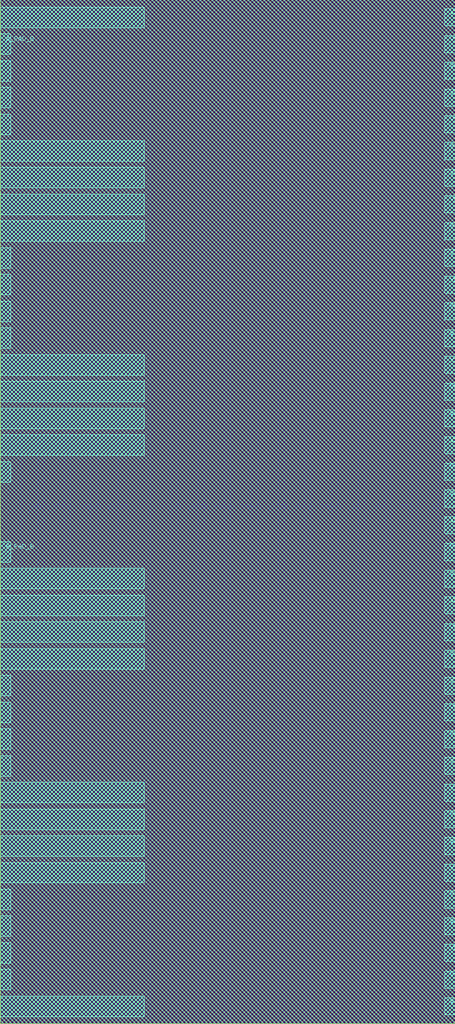
<source format=lef>
VERSION 5.8 ;
BUSBITCHARS "[]" ;
DIVIDERCHAR "/" ;


MACRO RIIO_EG1D80V_HPLVDS_RX_SLVT28_V
  CLASS PAD INOUT ;
  ORIGIN 0 0 ;
  FOREIGN RIIO_EG1D80V_HPLVDS_RX_SLVT28_V 0 0 ;
  SIZE 180 BY 80 ;
  SYMMETRY X Y ;
  SITE IO_NS_site ;
  PIN RTERM_TRIM_I[3]
    DIRECTION INPUT ;
    USE SIGNAL ;
    ANTENNAPARTIALMETALAREA 0.32 LAYER C1 ;
    ANTENNAMODEL OXIDE1 ;
      ANTENNAGATEAREA 0.00896 LAYER C1 ;
      ANTENNAMAXAREACAR 45.348214 LAYER C1 ;
    PORT
      LAYER C1 ;
        RECT 39.35 79.84 39.51 80 ;
    END
  END RTERM_TRIM_I[3]
  PIN RTERM_TRIM_I[2]
    DIRECTION INPUT ;
    USE SIGNAL ;
    ANTENNAPARTIALMETALAREA 0.32 LAYER C1 ;
    ANTENNAMODEL OXIDE1 ;
      ANTENNAGATEAREA 0.00896 LAYER C1 ;
      ANTENNAMAXAREACAR 45.544643 LAYER C1 ;
    PORT
      LAYER C1 ;
        RECT 35.71 79.84 35.87 80 ;
    END
  END RTERM_TRIM_I[2]
  PIN RTERM_TRIM_I[1]
    DIRECTION INPUT ;
    USE SIGNAL ;
    ANTENNAPARTIALMETALAREA 0.32 LAYER C1 ;
    ANTENNAMODEL OXIDE1 ;
      ANTENNAGATEAREA 0.00896 LAYER C1 ;
      ANTENNAMAXAREACAR 45.741071 LAYER C1 ;
    PORT
      LAYER C1 ;
        RECT 32.07 79.84 32.23 80 ;
    END
  END RTERM_TRIM_I[1]
  PIN RTERM_TRIM_I[0]
    DIRECTION INPUT ;
    USE SIGNAL ;
    ANTENNAPARTIALMETALAREA 0.32 LAYER C1 ;
    ANTENNAMODEL OXIDE1 ;
      ANTENNAGATEAREA 0.00896 LAYER C1 ;
      ANTENNAMAXAREACAR 45.419643 LAYER C1 ;
    PORT
      LAYER C1 ;
        RECT 28.43 79.84 28.59 80 ;
    END
  END RTERM_TRIM_I[0]
  PIN RTERM_EN_I
    DIRECTION INPUT ;
    USE SIGNAL ;
    ANTENNAPARTIALMETALAREA 0.32 LAYER C1 ;
    ANTENNAMODEL OXIDE1 ;
      ANTENNAGATEAREA 0.0616 LAYER C1 ;
      ANTENNAMAXAREACAR 17.401664 LAYER C1 ;
    PORT
      LAYER C1 ;
        RECT 27.91 79.84 28.07 80 ;
    END
  END RTERM_EN_I
  PIN RX_CTLE_RES_I[7]
    DIRECTION INPUT ;
    USE SIGNAL ;
    ANTENNAPARTIALMETALAREA 6.8845 LAYER C3 ;
    ANTENNAPARTIALMETALAREA 0.1392 LAYER C2 ;
    ANTENNAPARTIALMETALAREA 0.136 LAYER C1 ;
    ANTENNAPARTIALCUTAREA 0.00396 LAYER A1 ;
    ANTENNAPARTIALCUTAREA 0.00396 LAYER A2 ;
    ANTENNAMODEL OXIDE1 ;
      ANTENNAGATEAREA 0.0198 LAYER C3 ;
      ANTENNAMAXAREACAR 683.977778 LAYER C3 ;
    PORT
      LAYER C1 ;
        RECT 93.43 79.84 93.59 80 ;
    END
  END RX_CTLE_RES_I[7]
  PIN RX_VCM_EN_I
    DIRECTION INPUT ;
    USE SIGNAL ;
    ANTENNAPARTIALMETALAREA 0.32 LAYER C1 ;
    ANTENNAMODEL OXIDE1 ;
      ANTENNAGATEAREA 0.02576 LAYER C1 ;
      ANTENNAMAXAREACAR 13.791925 LAYER C1 ;
    PORT
      LAYER C1 ;
        RECT 64.31 79.84 64.47 80 ;
    END
  END RX_VCM_EN_I
  PIN DI_O
    DIRECTION OUTPUT ;
    USE SIGNAL ;
    ANTENNAPARTIALMETALAREA 0.32 LAYER C1 ;
    ANTENNADIFFAREA 0.16192 LAYER C1 ;
    PORT
      LAYER C1 ;
        RECT 67.43 79.84 67.59 80 ;
    END
  END DI_O
  PIN EI_DETECT_EN_I
    DIRECTION INPUT ;
    USE SIGNAL ;
    ANTENNAPARTIALMETALAREA 0.32 LAYER C1 ;
    ANTENNAMODEL OXIDE1 ;
      ANTENNAGATEAREA 0.02576 LAYER C1 ;
      ANTENNAMAXAREACAR 13.791925 LAYER C1 ;
    PORT
      LAYER C1 ;
        RECT 67.95 79.84 68.11 80 ;
    END
  END EI_DETECT_EN_I
  PIN RX_POL_I
    DIRECTION INPUT ;
    USE SIGNAL ;
    ANTENNAPARTIALMETALAREA 0.2048 LAYER C1 ;
    ANTENNAMODEL OXIDE1 ;
      ANTENNAGATEAREA 0.0224 LAYER C1 ;
      ANTENNAMAXAREACAR 11.598214 LAYER C1 ;
    PORT
      LAYER C1 ;
        RECT 69.51 79.84 69.67 80 ;
    END
  END RX_POL_I
  PIN RX_CTLE_CAP_I[2]
    DIRECTION INPUT ;
    USE SIGNAL ;
    ANTENNAPARTIALMETALAREA 6.7795 LAYER C3 ;
    ANTENNAPARTIALMETALAREA 0.0336 LAYER C2 ;
    ANTENNAPARTIALMETALAREA 0.256 LAYER C1 ;
    ANTENNAPARTIALCUTAREA 0.00396 LAYER A1 ;
    ANTENNAPARTIALCUTAREA 0.00396 LAYER A2 ;
    ANTENNAMODEL OXIDE1 ;
      ANTENNAGATEAREA 0.0198 LAYER C3 ;
      ANTENNAMAXAREACAR 872.669697 LAYER C3 ;
    PORT
      LAYER C1 ;
        RECT 89.01 79.84 89.17 80 ;
    END
  END RX_CTLE_CAP_I[2]
  PIN RX_GAIN_I[3]
    DIRECTION INPUT ;
    USE SIGNAL ;
    ANTENNAPARTIALMETALAREA 6.8215 LAYER C3 ;
    ANTENNAPARTIALMETALAREA 0.072 LAYER C2 ;
    ANTENNAPARTIALMETALAREA 0.208 LAYER C1 ;
    ANTENNAPARTIALCUTAREA 0.00396 LAYER A1 ;
    ANTENNAPARTIALCUTAREA 0.00396 LAYER A2 ;
    ANTENNAMODEL OXIDE1 ;
      ANTENNAGATEAREA 0.036 LAYER C3 ;
      ANTENNAMAXAREACAR 385.255556 LAYER C3 ;
    PORT
      LAYER C1 ;
        RECT 87.97 79.84 88.13 80 ;
    END
  END RX_GAIN_I[3]
  PIN RX_CTLE_RES_I[3]
    DIRECTION INPUT ;
    USE SIGNAL ;
    ANTENNAPARTIALMETALAREA 6.8005 LAYER C3 ;
    ANTENNAPARTIALMETALAREA 0.0496 LAYER C2 ;
    ANTENNAPARTIALMETALAREA 0.232 LAYER C1 ;
    ANTENNAPARTIALCUTAREA 0.00396 LAYER A1 ;
    ANTENNAPARTIALCUTAREA 0.00396 LAYER A2 ;
    ANTENNAMODEL OXIDE1 ;
      ANTENNAGATEAREA 0.0198 LAYER C3 ;
      ANTENNAMAXAREACAR 688.269697 LAYER C3 ;
    PORT
      LAYER C1 ;
        RECT 91.35 79.84 91.51 80 ;
    END
  END RX_CTLE_RES_I[3]
  PIN RX_CTLE_RES_I[6]
    DIRECTION INPUT ;
    USE SIGNAL ;
    ANTENNAPARTIALMETALAREA 6.8635 LAYER C3 ;
    ANTENNAPARTIALMETALAREA 0.1168 LAYER C2 ;
    ANTENNAPARTIALMETALAREA 0.16 LAYER C1 ;
    ANTENNAPARTIALCUTAREA 0.00396 LAYER A1 ;
    ANTENNAPARTIALCUTAREA 0.00396 LAYER A2 ;
    ANTENNAMODEL OXIDE1 ;
      ANTENNAGATEAREA 0.0198 LAYER C3 ;
      ANTENNAMAXAREACAR 685.039394 LAYER C3 ;
    PORT
      LAYER C1 ;
        RECT 92.91 79.84 93.07 80 ;
    END
  END RX_CTLE_RES_I[6]
  PIN RX_GAIN_I[1]
    DIRECTION INPUT ;
    USE SIGNAL ;
    ANTENNAPARTIALMETALAREA 6.8635 LAYER C3 ;
    ANTENNAPARTIALMETALAREA 0.1168 LAYER C2 ;
    ANTENNAPARTIALMETALAREA 0.16 LAYER C1 ;
    ANTENNAPARTIALCUTAREA 0.00396 LAYER A1 ;
    ANTENNAPARTIALCUTAREA 0.00396 LAYER A2 ;
    ANTENNAMODEL OXIDE1 ;
      ANTENNAGATEAREA 0.036 LAYER C3 ;
      ANTENNAMAXAREACAR 385.923333 LAYER C3 ;
    PORT
      LAYER C1 ;
        RECT 86.93 79.84 87.09 80 ;
    END
  END RX_GAIN_I[1]
  PIN RX_CTLE_RES_I[1]
    DIRECTION INPUT ;
    USE SIGNAL ;
    ANTENNAPARTIALMETALAREA 6.7585 LAYER C3 ;
    ANTENNAPARTIALMETALAREA 0.0416 LAYER C2 ;
    ANTENNAPARTIALMETALAREA 0.28 LAYER C1 ;
    ANTENNAPARTIALCUTAREA 0.00396 LAYER A1 ;
    ANTENNAPARTIALCUTAREA 0.00396 LAYER A2 ;
    ANTENNAMODEL OXIDE1 ;
      ANTENNAGATEAREA 0.0198 LAYER C3 ;
      ANTENNAMAXAREACAR 690.423232 LAYER C3 ;
    PORT
      LAYER C1 ;
        RECT 90.31 79.84 90.47 80 ;
    END
  END RX_CTLE_RES_I[1]
  PIN RX_CTLE_CAP_I[3]
    DIRECTION INPUT ;
    USE SIGNAL ;
    ANTENNAPARTIALMETALAREA 6.7585 LAYER C3 ;
    ANTENNAPARTIALMETALAREA 0.0416 LAYER C2 ;
    ANTENNAPARTIALMETALAREA 0.28 LAYER C1 ;
    ANTENNAPARTIALCUTAREA 0.00396 LAYER A1 ;
    ANTENNAPARTIALCUTAREA 0.00396 LAYER A2 ;
    ANTENNAMODEL OXIDE1 ;
      ANTENNAGATEAREA 0.0198 LAYER C3 ;
      ANTENNAMAXAREACAR 896.394949 LAYER C3 ;
    PORT
      LAYER C1 ;
        RECT 89.53 79.84 89.69 80 ;
    END
  END RX_CTLE_CAP_I[3]
  PIN RX_CTLE_RES_I[2]
    DIRECTION INPUT ;
    USE SIGNAL ;
    ANTENNAPARTIALMETALAREA 6.7795 LAYER C3 ;
    ANTENNAPARTIALMETALAREA 0.02744 LAYER C2 ;
    ANTENNAPARTIALMETALAREA 0.256 LAYER C1 ;
    ANTENNAPARTIALCUTAREA 0.00396 LAYER A1 ;
    ANTENNAPARTIALCUTAREA 0.00396 LAYER A2 ;
    ANTENNAMODEL OXIDE1 ;
      ANTENNAGATEAREA 0.0198 LAYER C3 ;
      ANTENNAMAXAREACAR 689.346465 LAYER C3 ;
    PORT
      LAYER C1 ;
        RECT 90.83 79.84 90.99 80 ;
    END
  END RX_CTLE_RES_I[2]
  PIN RX_GAIN_I[2]
    DIRECTION INPUT ;
    USE SIGNAL ;
    ANTENNAPARTIALMETALAREA 6.8425 LAYER C3 ;
    ANTENNAPARTIALMETALAREA 0.0944 LAYER C2 ;
    ANTENNAPARTIALMETALAREA 0.184 LAYER C1 ;
    ANTENNAPARTIALCUTAREA 0.00396 LAYER A1 ;
    ANTENNAPARTIALCUTAREA 0.00396 LAYER A2 ;
    ANTENNAMODEL OXIDE1 ;
      ANTENNAGATEAREA 0.036 LAYER C3 ;
      ANTENNAMAXAREACAR 386.518889 LAYER C3 ;
    PORT
      LAYER C1 ;
        RECT 87.45 79.84 87.61 80 ;
    END
  END RX_GAIN_I[2]
  PIN A_PAD_B
    DIRECTION INOUT ;
    USE SIGNAL ;
    ANTENNAPARTIALMETALAREA 3851.735 LAYER C4 ;
    ANTENNAPARTIALMETALAREA 4546.871 LAYER C3 ;
    ANTENNAPARTIALMETALAREA 2833.6725 LAYER C5 ;
    ANTENNAPARTIALMETALAREA 3533.4 LAYER JA ;
    ANTENNAPARTIALMETALAREA 4709.88 LAYER OI ;
    ANTENNAPARTIALMETALAREA 35.36175 LAYER C2 ;
    ANTENNAPARTIALCUTAREA 39.362752 LAYER A4 ;
    ANTENNAPARTIALCUTAREA 38.123712 LAYER A3 ;
    ANTENNAPARTIALCUTAREA 53.13276 LAYER YS ;
    ANTENNAPARTIALCUTAREA 84.610656 LAYER JQ ;
    ANTENNAPARTIALCUTAREA 10.82224 LAYER A2 ;
    ANTENNADIFFAREA 889.8282 LAYER C4 ;
    ANTENNADIFFAREA 889.8282 LAYER C3 ;
    ANTENNADIFFAREA 889.8282 LAYER C5 ;
    ANTENNADIFFAREA 889.8282 LAYER JA ;
    ANTENNADIFFAREA 889.8282 LAYER OI ;
    ANTENNADIFFAREA 163.4 LAYER C2 ;
    PORT
      LAYER C4 ;
        RECT 81.15 0 84.75 1.85 ;
        RECT 76.45 0 80.05 1.85 ;
        RECT 71.75 0 75.35 1.85 ;
        RECT 67.05 0 70.65 1.85 ;
        RECT 62.35 0 65.95 1.85 ;
        RECT 57.65 0 61.25 1.85 ;
        RECT 52.95 0 56.55 1.85 ;
        RECT 48.25 0 51.85 1.85 ;
        RECT 43.55 0 47.15 1.85 ;
        RECT 38.85 0 42.45 1.85 ;
        RECT 34.15 0 37.75 1.85 ;
        RECT 29.45 0 33.05 1.85 ;
        RECT 24.75 0 28.35 1.85 ;
        RECT 20.05 0 23.65 1.85 ;
        RECT 15.35 0 18.95 1.85 ;
        RECT 10.65 0 14.25 1.85 ;
        RECT 5.95 0 9.55 1.85 ;
        RECT 2.5 0 4.85 1.85 ;
      LAYER JA ;
        RECT 81.15 0 84.75 1.85 ;
        RECT 76.45 0 80.05 1.85 ;
        RECT 71.75 0 75.35 1.85 ;
        RECT 67.05 0 70.65 1.85 ;
        RECT 62.35 0 65.95 1.85 ;
        RECT 57.65 0 61.25 1.85 ;
        RECT 52.95 0 56.55 1.85 ;
        RECT 48.25 0 51.85 1.85 ;
        RECT 43.55 0 47.15 1.85 ;
        RECT 38.85 0 42.45 1.85 ;
        RECT 34.15 0 37.75 1.85 ;
        RECT 29.45 0 33.05 1.85 ;
        RECT 24.75 0 28.35 1.85 ;
        RECT 20.05 0 23.65 1.85 ;
        RECT 15.35 0 18.95 1.85 ;
        RECT 10.65 0 14.25 1.85 ;
        RECT 5.95 0 9.55 1.85 ;
        RECT 1.25 0 4.85 1.85 ;
      LAYER C5 ;
        RECT 81.15 0 84.75 1.85 ;
        RECT 76.45 0 80.05 1.85 ;
        RECT 71.75 0 75.35 1.85 ;
        RECT 67.05 0 70.65 1.85 ;
        RECT 62.35 0 65.95 1.85 ;
        RECT 57.65 0 61.25 1.85 ;
        RECT 52.95 0 56.55 1.85 ;
        RECT 48.25 0 51.85 1.85 ;
        RECT 43.55 0 47.15 1.85 ;
        RECT 38.85 0 42.45 1.85 ;
        RECT 34.15 0 37.75 1.85 ;
        RECT 29.45 0 33.05 1.85 ;
        RECT 24.75 0 28.35 1.85 ;
        RECT 20.05 0 23.65 1.85 ;
        RECT 15.35 0 18.95 1.85 ;
        RECT 10.65 0 14.25 1.85 ;
        RECT 5.95 0 9.55 1.85 ;
        RECT 2.5 0 4.85 1.85 ;
      LAYER C2 ;
        RECT 81.15 0 84.75 1.85 ;
        RECT 76.45 0 80.05 1.85 ;
        RECT 71.75 0 75.35 1.85 ;
        RECT 67.05 0 70.65 1.85 ;
        RECT 62.35 0 65.95 1.85 ;
        RECT 57.65 0 61.25 1.85 ;
        RECT 52.95 0 56.55 1.85 ;
        RECT 48.25 0 51.85 1.85 ;
        RECT 43.55 0 47.15 1.85 ;
        RECT 38.85 0 42.45 1.85 ;
        RECT 34.15 0 37.75 1.85 ;
        RECT 29.45 0 33.05 1.85 ;
        RECT 24.75 0 28.35 1.85 ;
        RECT 20.05 0 23.65 1.85 ;
        RECT 15.35 0 18.95 1.85 ;
        RECT 10.65 0 14.25 1.85 ;
        RECT 5.95 0 9.55 1.85 ;
        RECT 1.25 0 4.85 1.85 ;
      LAYER OI ;
        RECT 81.15 0 84.75 1.85 ;
        RECT 76.45 0 80.05 25.35 ;
        RECT 71.75 0 75.35 25.35 ;
        RECT 67.05 0 70.65 25.35 ;
        RECT 62.35 0 65.95 25.35 ;
        RECT 57.65 0 61.25 1.85 ;
        RECT 52.95 0 56.55 1.85 ;
        RECT 48.25 0 51.85 1.85 ;
        RECT 43.55 0 47.15 1.85 ;
        RECT 38.85 0 42.45 25.35 ;
        RECT 34.15 0 37.75 25.35 ;
        RECT 29.45 0 33.05 25.35 ;
        RECT 24.75 0 28.35 25.35 ;
        RECT 20.05 0 23.65 1.85 ;
        RECT 15.35 0 18.95 1.85 ;
        RECT 10.65 0 14.25 1.85 ;
        RECT 5.95 0 9.55 1.85 ;
        RECT 1.25 0 4.85 25.35 ;
      LAYER C3 ;
        RECT 81.15 0 84.75 1.85 ;
        RECT 76.45 0 80.05 1.85 ;
        RECT 71.75 0 75.35 1.85 ;
        RECT 67.05 0 70.65 1.85 ;
        RECT 62.35 0 65.95 1.85 ;
        RECT 57.65 0 61.25 1.85 ;
        RECT 52.95 0 56.55 1.85 ;
        RECT 48.25 0 51.85 1.85 ;
        RECT 43.55 0 47.15 1.85 ;
        RECT 38.85 0 42.45 1.85 ;
        RECT 34.15 0 37.75 1.85 ;
        RECT 29.45 0 33.05 1.85 ;
        RECT 24.75 0 28.35 1.85 ;
        RECT 20.05 0 23.65 1.85 ;
        RECT 15.35 0 18.95 1.85 ;
        RECT 10.65 0 14.25 1.85 ;
        RECT 5.95 0 9.55 1.85 ;
        RECT 2.5 0 4.85 1.85 ;
    END
  END A_PAD_B
  PIN VDD
    DIRECTION INOUT ;
    USE POWER ;
    NETEXPR "vdd VDD!" ;
    PORT
      CLASS CORE ;
      LAYER JA ;
        RECT 10.95 78.15 13.95 80 ;
      LAYER OI ;
        RECT 10.95 78.15 13.95 80 ;
    END
    PORT
      CLASS CORE ;
      LAYER JA ;
        RECT 15.65 78.15 18.65 80 ;
      LAYER OI ;
        RECT 15.65 78.15 18.65 80 ;
    END
    PORT
      CLASS CORE ;
      LAYER JA ;
        RECT 29.75 78.15 32.75 80 ;
      LAYER OI ;
        RECT 29.75 78.15 32.75 80 ;
    END
    PORT
      CLASS CORE ;
      LAYER JA ;
        RECT 34.45 78.15 37.45 80 ;
      LAYER OI ;
        RECT 34.45 78.15 37.45 80 ;
    END
    PORT
      CLASS CORE ;
      LAYER JA ;
        RECT 48.55 78.15 51.55 80 ;
      LAYER OI ;
        RECT 48.55 78.15 51.55 80 ;
    END
    PORT
      CLASS CORE ;
      LAYER JA ;
        RECT 53.25 78.15 56.25 80 ;
      LAYER OI ;
        RECT 53.25 78.15 56.25 80 ;
    END
    PORT
      CLASS CORE ;
      LAYER JA ;
        RECT 67.35 78.15 70.35 80 ;
      LAYER OI ;
        RECT 67.35 78.15 70.35 80 ;
    END
    PORT
      CLASS CORE ;
      LAYER JA ;
        RECT 72.05 78.15 75.05 80 ;
      LAYER OI ;
        RECT 72.05 78.15 75.05 80 ;
    END
    PORT
      CLASS CORE ;
      LAYER JA ;
        RECT 86.15 78.15 89.15 80 ;
      LAYER OI ;
        RECT 86.15 78.15 89.15 80 ;
    END
    PORT
      CLASS CORE ;
      LAYER JA ;
        RECT 90.85 78.15 93.85 80 ;
      LAYER OI ;
        RECT 90.85 78.15 93.85 80 ;
    END
    PORT
      CLASS CORE ;
      LAYER JA ;
        RECT 104.95 78.15 107.95 80 ;
      LAYER OI ;
        RECT 104.95 78.15 107.95 80 ;
    END
    PORT
      CLASS CORE ;
      LAYER JA ;
        RECT 109.65 78.15 112.65 80 ;
      LAYER OI ;
        RECT 109.65 78.15 112.65 80 ;
    END
    PORT
      CLASS CORE ;
      LAYER JA ;
        RECT 123.75 78.15 126.75 80 ;
      LAYER OI ;
        RECT 123.75 78.15 126.75 80 ;
    END
    PORT
      CLASS CORE ;
      LAYER JA ;
        RECT 128.45 78.15 131.45 80 ;
      LAYER OI ;
        RECT 128.45 78.15 131.45 80 ;
    END
    PORT
      CLASS CORE ;
      LAYER JA ;
        RECT 142.55 78.15 145.55 80 ;
      LAYER OI ;
        RECT 142.55 78.15 145.55 80 ;
    END
    PORT
      CLASS CORE ;
      LAYER JA ;
        RECT 147.25 78.15 150.25 80 ;
      LAYER OI ;
        RECT 147.25 78.15 150.25 80 ;
    END
    PORT
      CLASS CORE ;
      LAYER JA ;
        RECT 161.35 78.15 164.35 80 ;
      LAYER OI ;
        RECT 161.35 78.15 164.35 80 ;
    END
    PORT
      CLASS CORE ;
      LAYER JA ;
        RECT 166.05 78.15 169.05 80 ;
      LAYER OI ;
        RECT 166.05 78.15 169.05 80 ;
    END
    PORT
      LAYER JA ;
        RECT 0 68.75 180 72.35 ;
    END
    PORT
      LAYER JA ;
        RECT 0 64.05 180 67.65 ;
    END
  END VDD
  PIN VSS
    DIRECTION INOUT ;
    USE GROUND ;
    NETEXPR "vss VSS!" ;
    PORT
      CLASS CORE ;
      LAYER JA ;
        RECT 1.55 78.15 4.55 80 ;
      LAYER OI ;
        RECT 1.55 78.15 4.55 80 ;
    END
    PORT
      CLASS CORE ;
      LAYER JA ;
        RECT 6.25 78.15 9.25 80 ;
      LAYER OI ;
        RECT 6.25 78.15 9.25 80 ;
    END
    PORT
      CLASS CORE ;
      LAYER JA ;
        RECT 20.35 78.15 23.35 80 ;
      LAYER OI ;
        RECT 20.35 78.15 23.35 80 ;
    END
    PORT
      CLASS CORE ;
      LAYER JA ;
        RECT 25.05 78.15 28.05 80 ;
      LAYER OI ;
        RECT 25.05 78.15 28.05 80 ;
    END
    PORT
      CLASS CORE ;
      LAYER JA ;
        RECT 39.15 78.15 42.15 80 ;
      LAYER OI ;
        RECT 39.15 78.15 42.15 80 ;
    END
    PORT
      CLASS CORE ;
      LAYER JA ;
        RECT 43.85 78.15 46.85 80 ;
      LAYER OI ;
        RECT 43.85 78.15 46.85 80 ;
    END
    PORT
      CLASS CORE ;
      LAYER JA ;
        RECT 57.95 78.15 60.95 80 ;
      LAYER OI ;
        RECT 57.95 78.15 60.95 80 ;
    END
    PORT
      CLASS CORE ;
      LAYER JA ;
        RECT 62.65 78.15 65.65 80 ;
      LAYER OI ;
        RECT 62.65 78.15 65.65 80 ;
    END
    PORT
      CLASS CORE ;
      LAYER JA ;
        RECT 76.75 78.15 79.75 80 ;
      LAYER OI ;
        RECT 76.75 78.15 79.75 80 ;
    END
    PORT
      CLASS CORE ;
      LAYER JA ;
        RECT 81.45 78.15 84.45 80 ;
      LAYER OI ;
        RECT 81.45 78.15 84.45 80 ;
    END
    PORT
      CLASS CORE ;
      LAYER JA ;
        RECT 95.55 78.15 98.55 80 ;
      LAYER OI ;
        RECT 95.55 78.15 98.55 80 ;
    END
    PORT
      CLASS CORE ;
      LAYER JA ;
        RECT 100.25 78.15 103.25 80 ;
      LAYER OI ;
        RECT 100.25 78.15 103.25 80 ;
    END
    PORT
      CLASS CORE ;
      LAYER JA ;
        RECT 114.35 78.15 117.35 80 ;
      LAYER OI ;
        RECT 114.35 78.15 117.35 80 ;
    END
    PORT
      CLASS CORE ;
      LAYER JA ;
        RECT 119.05 78.15 122.05 80 ;
      LAYER OI ;
        RECT 119.05 78.15 122.05 80 ;
    END
    PORT
      CLASS CORE ;
      LAYER JA ;
        RECT 133.15 78.15 136.15 80 ;
      LAYER OI ;
        RECT 133.15 78.15 136.15 80 ;
    END
    PORT
      CLASS CORE ;
      LAYER JA ;
        RECT 137.85 78.15 140.85 80 ;
      LAYER OI ;
        RECT 137.85 78.15 140.85 80 ;
    END
    PORT
      CLASS CORE ;
      LAYER JA ;
        RECT 151.95 78.15 154.95 80 ;
      LAYER OI ;
        RECT 151.95 78.15 154.95 80 ;
    END
    PORT
      CLASS CORE ;
      LAYER JA ;
        RECT 156.65 78.15 159.65 80 ;
      LAYER OI ;
        RECT 156.65 78.15 159.65 80 ;
    END
    PORT
      CLASS CORE ;
      LAYER JA ;
        RECT 170.75 78.15 173.75 80 ;
      LAYER OI ;
        RECT 170.75 78.15 173.75 80 ;
    END
    PORT
      CLASS CORE ;
      LAYER JA ;
        RECT 175.45 78.15 178.45 80 ;
      LAYER OI ;
        RECT 175.45 78.15 178.45 80 ;
    END
    PORT
      LAYER JA ;
        RECT 0 73.45 180 77.05 ;
    END
    PORT
      LAYER JA ;
        RECT 0 59.35 180 62.95 ;
    END
  END VSS
  PIN VSSIO
    DIRECTION INOUT ;
    USE GROUND ;
    NETEXPR "vssio VSSIO!" ;
    PORT
      LAYER JA ;
        RECT 0 54.65 180 58.25 ;
    END
    PORT
      LAYER JA ;
        RECT 0 45.25 180 48.85 ;
    END
    PORT
      LAYER JA ;
        RECT 0 40.55 180 44.15 ;
    END
    PORT
      LAYER JA ;
        RECT 0 26.45 180 30.05 ;
    END
    PORT
      LAYER JA ;
        RECT 0 17.05 180 20.65 ;
    END
    PORT
      LAYER JA ;
        RECT 0 3.67 180 6.55 ;
    END
  END VSSIO
  PIN B_PAD_B
    DIRECTION INOUT ;
    USE SIGNAL ;
    ANTENNAPARTIALMETALAREA 2385.0375 LAYER C4 ;
    ANTENNAPARTIALMETALAREA 1287.3555 LAYER C3 ;
    ANTENNAPARTIALMETALAREA 2651.475 LAYER C5 ;
    ANTENNAPARTIALMETALAREA 3059.37 LAYER JA ;
    ANTENNAPARTIALMETALAREA 3707.37 LAYER OI ;
    ANTENNAPARTIALMETALAREA 35.36175 LAYER C2 ;
    ANTENNAPARTIALCUTAREA 24.45168 LAYER A4 ;
    ANTENNAPARTIALCUTAREA 5.602784 LAYER A3 ;
    ANTENNAPARTIALCUTAREA 170.367624 LAYER YS ;
    ANTENNAPARTIALCUTAREA 182.65824 LAYER JQ ;
    ANTENNAPARTIALCUTAREA 10.82224 LAYER A2 ;
    ANTENNADIFFAREA 721.7962 LAYER C4 ;
    ANTENNADIFFAREA 334.12 LAYER C3 ;
    ANTENNADIFFAREA 721.7962 LAYER C5 ;
    ANTENNADIFFAREA 721.7962 LAYER JA ;
    ANTENNADIFFAREA 721.7962 LAYER OI ;
    ANTENNADIFFAREA 163.4 LAYER C2 ;
    PORT
      LAYER C4 ;
        RECT 175.15 0 177.5 1.85 ;
        RECT 170.45 0 174.05 1.85 ;
        RECT 165.75 0 169.35 1.85 ;
        RECT 161.05 0 164.65 1.85 ;
        RECT 156.35 0 159.95 1.85 ;
        RECT 151.65 0 155.25 1.85 ;
        RECT 146.95 0 150.55 1.85 ;
        RECT 142.25 0 145.85 1.85 ;
        RECT 137.55 0 141.15 1.85 ;
        RECT 132.85 0 136.45 1.85 ;
        RECT 128.15 0 131.75 1.85 ;
        RECT 123.45 0 127.05 1.85 ;
        RECT 118.75 0 122.35 1.85 ;
        RECT 114.05 0 117.65 1.85 ;
        RECT 109.35 0 112.95 1.85 ;
        RECT 104.65 0 108.25 1.85 ;
        RECT 99.95 0 103.55 1.85 ;
        RECT 95.25 0 98.85 1.85 ;
      LAYER JA ;
        RECT 175.15 0 178.75 1.85 ;
        RECT 170.45 0 174.05 1.85 ;
        RECT 165.75 0 169.35 1.85 ;
        RECT 161.05 0 164.65 1.85 ;
        RECT 156.35 0 159.95 1.85 ;
        RECT 151.65 0 155.25 1.85 ;
        RECT 146.95 0 150.55 1.85 ;
        RECT 142.25 0 145.85 1.85 ;
        RECT 137.55 0 141.15 1.85 ;
        RECT 132.85 0 136.45 1.85 ;
        RECT 128.15 0 131.75 1.85 ;
        RECT 123.45 0 127.05 1.85 ;
        RECT 118.75 0 122.35 1.85 ;
        RECT 114.05 0 117.65 1.85 ;
        RECT 109.35 0 112.95 1.85 ;
        RECT 104.65 0 108.25 1.85 ;
        RECT 99.95 0 103.55 1.85 ;
        RECT 95.25 0 98.85 1.85 ;
      LAYER C5 ;
        RECT 175.15 0 177.5 1.85 ;
        RECT 170.45 0 174.05 1.85 ;
        RECT 165.75 0 169.35 1.85 ;
        RECT 161.05 0 164.65 1.85 ;
        RECT 156.35 0 159.95 1.85 ;
        RECT 151.65 0 155.25 1.85 ;
        RECT 146.95 0 150.55 1.85 ;
        RECT 142.25 0 145.85 1.85 ;
        RECT 137.55 0 141.15 1.85 ;
        RECT 132.85 0 136.45 1.85 ;
        RECT 128.15 0 131.75 1.85 ;
        RECT 123.45 0 127.05 1.85 ;
        RECT 118.75 0 122.35 1.85 ;
        RECT 114.05 0 117.65 1.85 ;
        RECT 109.35 0 112.95 1.85 ;
        RECT 104.65 0 108.25 1.85 ;
        RECT 99.95 0 103.55 1.85 ;
        RECT 95.25 0 98.85 1.85 ;
      LAYER C2 ;
        RECT 175.15 0 178.75 1.85 ;
        RECT 170.45 0 174.05 1.85 ;
        RECT 165.75 0 169.35 1.85 ;
        RECT 161.05 0 164.65 1.85 ;
        RECT 156.35 0 159.95 1.85 ;
        RECT 151.65 0 155.25 1.85 ;
        RECT 146.95 0 150.55 1.85 ;
        RECT 142.25 0 145.85 1.85 ;
        RECT 137.55 0 141.15 1.85 ;
        RECT 132.85 0 136.45 1.85 ;
        RECT 128.15 0 131.75 1.85 ;
        RECT 123.45 0 127.05 1.85 ;
        RECT 118.75 0 122.35 1.85 ;
        RECT 114.05 0 117.65 1.85 ;
        RECT 109.35 0 112.95 1.85 ;
        RECT 104.65 0 108.25 1.85 ;
        RECT 99.95 0 103.55 1.85 ;
        RECT 95.25 0 98.85 1.85 ;
      LAYER OI ;
        RECT 175.15 0 178.75 25.35 ;
        RECT 170.45 0 174.05 1.85 ;
        RECT 165.75 0 169.35 1.85 ;
        RECT 161.05 0 164.65 1.85 ;
        RECT 156.35 0 159.95 1.85 ;
        RECT 151.65 0 155.25 25.35 ;
        RECT 146.95 0 150.55 25.35 ;
        RECT 142.25 0 145.85 25.35 ;
        RECT 137.55 0 141.15 25.35 ;
        RECT 132.85 0 136.45 1.85 ;
        RECT 128.15 0 131.75 1.85 ;
        RECT 123.45 0 127.05 1.85 ;
        RECT 118.75 0 122.35 1.85 ;
        RECT 114.05 0 117.65 25.35 ;
        RECT 109.35 0 112.95 25.35 ;
        RECT 104.65 0 108.25 25.35 ;
        RECT 99.95 0 103.55 25.35 ;
        RECT 95.25 0 98.85 1.85 ;
      LAYER C3 ;
        RECT 175.15 0 177.5 1.85 ;
        RECT 170.45 0 174.05 1.85 ;
        RECT 165.75 0 169.35 1.85 ;
        RECT 161.05 0 164.65 1.85 ;
        RECT 156.35 0 159.95 1.85 ;
        RECT 151.65 0 155.25 1.85 ;
        RECT 146.95 0 150.55 1.85 ;
        RECT 142.25 0 145.85 1.85 ;
        RECT 137.55 0 141.15 1.85 ;
        RECT 132.85 0 136.45 1.85 ;
        RECT 128.15 0 131.75 1.85 ;
        RECT 123.45 0 127.05 1.85 ;
        RECT 118.75 0 122.35 1.85 ;
        RECT 114.05 0 117.65 1.85 ;
        RECT 109.35 0 112.95 1.85 ;
        RECT 104.65 0 108.25 1.85 ;
        RECT 99.95 0 103.55 1.85 ;
        RECT 95.25 0 98.85 1.85 ;
    END
  END B_PAD_B
  PIN RX_CTLE_CAP_I[1]
    DIRECTION INPUT ;
    USE SIGNAL ;
    ANTENNAPARTIALMETALAREA 6.8005 LAYER C3 ;
    ANTENNAPARTIALMETALAREA 0.0496 LAYER C2 ;
    ANTENNAPARTIALMETALAREA 0.232 LAYER C1 ;
    ANTENNAPARTIALCUTAREA 0.00396 LAYER A1 ;
    ANTENNAPARTIALCUTAREA 0.00396 LAYER A2 ;
    ANTENNAMODEL OXIDE1 ;
      ANTENNAGATEAREA 0.0198 LAYER C3 ;
      ANTENNAMAXAREACAR 873.912121 LAYER C3 ;
    PORT
      LAYER C1 ;
        RECT 88.49 79.84 88.65 80 ;
    END
  END RX_CTLE_CAP_I[1]
  PIN RX_EN_I
    DIRECTION INPUT ;
    USE SIGNAL ;
    ANTENNAPARTIALMETALAREA 6.8845 LAYER C3 ;
    ANTENNAPARTIALMETALAREA 0.1392 LAYER C2 ;
    ANTENNAPARTIALMETALAREA 0.136 LAYER C1 ;
    ANTENNAPARTIALCUTAREA 0.00396 LAYER A1 ;
    ANTENNAPARTIALCUTAREA 0.00396 LAYER A2 ;
    ANTENNAMODEL OXIDE1 ;
      ANTENNAGATEAREA 0.036 LAYER C3 ;
      ANTENNAMAXAREACAR 384.76 LAYER C3 ;
    PORT
      LAYER C1 ;
        RECT 86.41 79.84 86.57 80 ;
    END
  END RX_EN_I
  PIN VDDIO
    DIRECTION INOUT ;
    USE POWER ;
    NETEXPR "vddio VDDIO!" ;
    PORT
      LAYER JA ;
        RECT 0 49.95 180 53.55 ;
    END
    PORT
      LAYER JA ;
        RECT 0 35.85 180 39.45 ;
    END
    PORT
      LAYER JA ;
        RECT 0 31.15 180 34.75 ;
    END
    PORT
      LAYER JA ;
        RECT 0 12.35 180 15.95 ;
    END
    PORT
      LAYER JA ;
        RECT 0 7.65 180 11.25 ;
    END
  END VDDIO
  PIN EI_DETECT_O
    DIRECTION OUTPUT ;
    USE SIGNAL ;
    ANTENNAPARTIALMETALAREA 3.01654 LAYER C1 ;
    ANTENNADIFFAREA 0.081 LAYER C1 ;
    PORT
      LAYER C1 ;
        RECT 110.33 79.84 110.49 80 ;
    END
  END EI_DETECT_O
  PIN RX_CTLE_RES_I[5]
    DIRECTION INPUT ;
    USE SIGNAL ;
    ANTENNAPARTIALMETALAREA 6.8425 LAYER C3 ;
    ANTENNAPARTIALMETALAREA 0.0944 LAYER C2 ;
    ANTENNAPARTIALMETALAREA 0.184 LAYER C1 ;
    ANTENNAPARTIALCUTAREA 0.00396 LAYER A1 ;
    ANTENNAPARTIALCUTAREA 0.00396 LAYER A2 ;
    ANTENNAMODEL OXIDE1 ;
      ANTENNAGATEAREA 0.0198 LAYER C3 ;
      ANTENNAMAXAREACAR 686.116162 LAYER C3 ;
    PORT
      LAYER C1 ;
        RECT 92.39 79.84 92.55 80 ;
    END
  END RX_CTLE_RES_I[5]
  PIN VBIAS
    DIRECTION INOUT ;
    USE SIGNAL ;
    ANTENNADIFFAREA 1.408 LAYER C4 ;
    NETEXPR "vbias VBIAS!" ;
    PORT
      LAYER C4 ;
        RECT 0 39.575 180 40.825 ;
    END
  END VBIAS
  PIN RX_CTLE_RES_I[4]
    DIRECTION INPUT ;
    USE SIGNAL ;
    ANTENNAPARTIALMETALAREA 6.8215 LAYER C3 ;
    ANTENNAPARTIALMETALAREA 0.072 LAYER C2 ;
    ANTENNAPARTIALMETALAREA 0.208 LAYER C1 ;
    ANTENNAPARTIALCUTAREA 0.00396 LAYER A1 ;
    ANTENNAPARTIALCUTAREA 0.00396 LAYER A2 ;
    ANTENNAMODEL OXIDE1 ;
      ANTENNAGATEAREA 0.0198 LAYER C3 ;
      ANTENNAMAXAREACAR 687.192929 LAYER C3 ;
    PORT
      LAYER C1 ;
        RECT 91.87 79.84 92.03 80 ;
    END
  END RX_CTLE_RES_I[4]
  OBS
    LAYER CA ;
      RECT 0 0 180 80 ;
    LAYER M1 ;
      RECT 0 0 180 80 ;
    LAYER V1 ;
      RECT 0 0 180 80 ;
    LAYER M2 ;
      RECT 0 0 180 80 ;
    LAYER A1 ;
      RECT 0 0 180 80 ;
    LAYER C2 ;
      RECT 0 0 180 80 ;
    LAYER CB ;
      RECT 0 0 180 80 ;
    LAYER YS ;
      RECT 0 0 180 80 ;
    LAYER OI ;
      RECT 0 0 180 80 ;
    LAYER JQ ;
      RECT 0 0 180 80 ;
    LAYER JA ;
      RECT 0 0 180 80 ;
    LAYER AY ;
      RECT 0 0 180 80 ;
    LAYER C1 ;
      RECT 0 0 180 80 ;
    LAYER C5 ;
      RECT 0 0 180 80 ;
    LAYER C4 ;
      RECT 0 0 180 80 ;
    LAYER C3 ;
      RECT 0 0 180 80 ;
    LAYER A4 ;
      RECT 0 0 180 80 ;
    LAYER A3 ;
      RECT 0 0 180 80 ;
    LAYER A2 ;
      RECT 0 0 180 80 ;
  END
END RIIO_EG1D80V_HPLVDS_RX_SLVT28_V

MACRO RIIO_EG1D80V_HPLVDS_TX_SLVT28_V
  CLASS PAD INOUT ;
  ORIGIN 0 0 ;
  FOREIGN RIIO_EG1D80V_HPLVDS_TX_SLVT28_V 0 0 ;
  SIZE 180 BY 80 ;
  SYMMETRY X Y ;
  SITE IO_NS_site ;
  PIN RTERM_TRIM_I[3]
    DIRECTION INPUT ;
    USE SIGNAL ;
    ANTENNAPARTIALMETALAREA 0.32 LAYER C1 ;
    ANTENNAMODEL OXIDE1 ;
      ANTENNAGATEAREA 0.00896 LAYER C1 ;
      ANTENNAMAXAREACAR 45.348214 LAYER C1 ;
    PORT
      LAYER C1 ;
        RECT 39.35 79.84 39.51 80 ;
    END
  END RTERM_TRIM_I[3]
  PIN RTERM_TRIM_I[2]
    DIRECTION INPUT ;
    USE SIGNAL ;
    ANTENNAPARTIALMETALAREA 0.32 LAYER C1 ;
    ANTENNAMODEL OXIDE1 ;
      ANTENNAGATEAREA 0.00896 LAYER C1 ;
      ANTENNAMAXAREACAR 45.544643 LAYER C1 ;
    PORT
      LAYER C1 ;
        RECT 35.71 79.84 35.87 80 ;
    END
  END RTERM_TRIM_I[2]
  PIN RTERM_TRIM_I[1]
    DIRECTION INPUT ;
    USE SIGNAL ;
    ANTENNAPARTIALMETALAREA 0.32 LAYER C1 ;
    ANTENNAMODEL OXIDE1 ;
      ANTENNAGATEAREA 0.00896 LAYER C1 ;
      ANTENNAMAXAREACAR 45.741071 LAYER C1 ;
    PORT
      LAYER C1 ;
        RECT 32.07 79.84 32.23 80 ;
    END
  END RTERM_TRIM_I[1]
  PIN RTERM_TRIM_I[0]
    DIRECTION INPUT ;
    USE SIGNAL ;
    ANTENNAPARTIALMETALAREA 0.32 LAYER C1 ;
    ANTENNAMODEL OXIDE1 ;
      ANTENNAGATEAREA 0.00896 LAYER C1 ;
      ANTENNAMAXAREACAR 45.419643 LAYER C1 ;
    PORT
      LAYER C1 ;
        RECT 28.43 79.84 28.59 80 ;
    END
  END RTERM_TRIM_I[0]
  PIN RTERM_EN_I
    DIRECTION INPUT ;
    USE SIGNAL ;
    ANTENNAPARTIALMETALAREA 0.32 LAYER C1 ;
    ANTENNAMODEL OXIDE1 ;
      ANTENNAGATEAREA 0.0616 LAYER C1 ;
      ANTENNAMAXAREACAR 17.401664 LAYER C1 ;
    PORT
      LAYER C1 ;
        RECT 27.91 79.84 28.07 80 ;
    END
  END RTERM_EN_I
  PIN RX_CTLE_RES_I[7]
    DIRECTION INPUT ;
    USE SIGNAL ;
    ANTENNAPARTIALMETALAREA 6.8845 LAYER C3 ;
    ANTENNAPARTIALMETALAREA 0.1392 LAYER C2 ;
    ANTENNAPARTIALMETALAREA 0.136 LAYER C1 ;
    ANTENNAPARTIALCUTAREA 0.00396 LAYER A1 ;
    ANTENNAPARTIALCUTAREA 0.00396 LAYER A2 ;
    ANTENNAMODEL OXIDE1 ;
      ANTENNAGATEAREA 0.0198 LAYER C3 ;
      ANTENNAMAXAREACAR 683.977778 LAYER C3 ;
    PORT
      LAYER C1 ;
        RECT 93.43 79.84 93.59 80 ;
    END
  END RX_CTLE_RES_I[7]
  PIN RX_VCM_EN_I
    DIRECTION INPUT ;
    USE SIGNAL ;
    ANTENNAPARTIALMETALAREA 0.32 LAYER C1 ;
    ANTENNAMODEL OXIDE1 ;
      ANTENNAGATEAREA 0.02576 LAYER C1 ;
      ANTENNAMAXAREACAR 13.791925 LAYER C1 ;
    PORT
      LAYER C1 ;
        RECT 64.31 79.84 64.47 80 ;
    END
  END RX_VCM_EN_I
  PIN DO_I
    DIRECTION INPUT ;
    USE SIGNAL ;
    ANTENNAPARTIALMETALAREA 0.2048 LAYER C1 ;
    ANTENNAMODEL OXIDE1 ;
      ANTENNAGATEAREA 0.0224 LAYER C1 ;
      ANTENNAMAXAREACAR 11.288393 LAYER C1 ;
    PORT
      LAYER C1 ;
        RECT 42.99 79.84 43.15 80 ;
    END
  END DO_I
  PIN DI_O
    DIRECTION OUTPUT ;
    USE SIGNAL ;
    ANTENNAPARTIALMETALAREA 0.32 LAYER C1 ;
    ANTENNADIFFAREA 0.16192 LAYER C1 ;
    PORT
      LAYER C1 ;
        RECT 67.43 79.84 67.59 80 ;
    END
  END DI_O
  PIN TX_BIAS_I[3]
    DIRECTION INPUT ;
    USE SIGNAL ;
    ANTENNAPARTIALMETALAREA 0.32 LAYER C1 ;
    ANTENNAMODEL OXIDE1 ;
      ANTENNAGATEAREA 0.00896 LAYER C1 ;
      ANTENNAMAXAREACAR 43.446429 LAYER C1 ;
    PORT
      LAYER C1 ;
        RECT 7.11 79.84 7.27 80 ;
    END
  END TX_BIAS_I[3]
  PIN EI_DETECT_EN_I
    DIRECTION INPUT ;
    USE SIGNAL ;
    ANTENNAPARTIALMETALAREA 0.32 LAYER C1 ;
    ANTENNAMODEL OXIDE1 ;
      ANTENNAGATEAREA 0.02576 LAYER C1 ;
      ANTENNAMAXAREACAR 13.791925 LAYER C1 ;
    PORT
      LAYER C1 ;
        RECT 67.95 79.84 68.11 80 ;
    END
  END EI_DETECT_EN_I
  PIN TX_BIAS_OD_I
    DIRECTION INPUT ;
    USE SIGNAL ;
    ANTENNAPARTIALMETALAREA 0.32 LAYER C1 ;
    ANTENNAMODEL OXIDE1 ;
      ANTENNAGATEAREA 0.02576 LAYER C1 ;
      ANTENNAMAXAREACAR 13.791925 LAYER C1 ;
    PORT
      LAYER C1 ;
        RECT 23.23 79.84 23.39 80 ;
    END
  END TX_BIAS_OD_I
  PIN RX_POL_I
    DIRECTION INPUT ;
    USE SIGNAL ;
    ANTENNAPARTIALMETALAREA 0.2048 LAYER C1 ;
    ANTENNAMODEL OXIDE1 ;
      ANTENNAGATEAREA 0.0224 LAYER C1 ;
      ANTENNAMAXAREACAR 11.598214 LAYER C1 ;
    PORT
      LAYER C1 ;
        RECT 69.51 79.84 69.67 80 ;
    END
  END RX_POL_I
  PIN RX_CTLE_CAP_I[2]
    DIRECTION INPUT ;
    USE SIGNAL ;
    ANTENNAPARTIALMETALAREA 6.7795 LAYER C3 ;
    ANTENNAPARTIALMETALAREA 0.0336 LAYER C2 ;
    ANTENNAPARTIALMETALAREA 0.256 LAYER C1 ;
    ANTENNAPARTIALCUTAREA 0.00396 LAYER A1 ;
    ANTENNAPARTIALCUTAREA 0.00396 LAYER A2 ;
    ANTENNAMODEL OXIDE1 ;
      ANTENNAGATEAREA 0.0198 LAYER C3 ;
      ANTENNAMAXAREACAR 872.669697 LAYER C3 ;
    PORT
      LAYER C1 ;
        RECT 89.01 79.84 89.17 80 ;
    END
  END RX_CTLE_CAP_I[2]
  PIN TX_VCM_I[1]
    DIRECTION INPUT ;
    USE SIGNAL ;
    ANTENNAPARTIALMETALAREA 0.32 LAYER C1 ;
    ANTENNAMODEL OXIDE1 ;
      ANTENNAGATEAREA 0.00896 LAYER C1 ;
      ANTENNAMAXAREACAR 43.839286 LAYER C1 ;
    PORT
      LAYER C1 ;
        RECT 55.47 79.84 55.63 80 ;
    END
  END TX_VCM_I[1]
  PIN RX_GAIN_I[3]
    DIRECTION INPUT ;
    USE SIGNAL ;
    ANTENNAPARTIALMETALAREA 6.8215 LAYER C3 ;
    ANTENNAPARTIALMETALAREA 0.072 LAYER C2 ;
    ANTENNAPARTIALMETALAREA 0.208 LAYER C1 ;
    ANTENNAPARTIALCUTAREA 0.00396 LAYER A1 ;
    ANTENNAPARTIALCUTAREA 0.00396 LAYER A2 ;
    ANTENNAMODEL OXIDE1 ;
      ANTENNAGATEAREA 0.036 LAYER C3 ;
      ANTENNAMAXAREACAR 385.255556 LAYER C3 ;
    PORT
      LAYER C1 ;
        RECT 87.97 79.84 88.13 80 ;
    END
  END RX_GAIN_I[3]
  PIN RX_CTLE_RES_I[3]
    DIRECTION INPUT ;
    USE SIGNAL ;
    ANTENNAPARTIALMETALAREA 6.8005 LAYER C3 ;
    ANTENNAPARTIALMETALAREA 0.0496 LAYER C2 ;
    ANTENNAPARTIALMETALAREA 0.232 LAYER C1 ;
    ANTENNAPARTIALCUTAREA 0.00396 LAYER A1 ;
    ANTENNAPARTIALCUTAREA 0.00396 LAYER A2 ;
    ANTENNAMODEL OXIDE1 ;
      ANTENNAGATEAREA 0.0198 LAYER C3 ;
      ANTENNAMAXAREACAR 688.269697 LAYER C3 ;
    PORT
      LAYER C1 ;
        RECT 91.35 79.84 91.51 80 ;
    END
  END RX_CTLE_RES_I[3]
  PIN RX_CTLE_RES_I[6]
    DIRECTION INPUT ;
    USE SIGNAL ;
    ANTENNAPARTIALMETALAREA 6.8635 LAYER C3 ;
    ANTENNAPARTIALMETALAREA 0.1168 LAYER C2 ;
    ANTENNAPARTIALMETALAREA 0.16 LAYER C1 ;
    ANTENNAPARTIALCUTAREA 0.00396 LAYER A1 ;
    ANTENNAPARTIALCUTAREA 0.00396 LAYER A2 ;
    ANTENNAMODEL OXIDE1 ;
      ANTENNAGATEAREA 0.0198 LAYER C3 ;
      ANTENNAMAXAREACAR 685.039394 LAYER C3 ;
    PORT
      LAYER C1 ;
        RECT 92.91 79.84 93.07 80 ;
    END
  END RX_CTLE_RES_I[6]
  PIN RX_GAIN_I[1]
    DIRECTION INPUT ;
    USE SIGNAL ;
    ANTENNAPARTIALMETALAREA 6.8635 LAYER C3 ;
    ANTENNAPARTIALMETALAREA 0.1168 LAYER C2 ;
    ANTENNAPARTIALMETALAREA 0.16 LAYER C1 ;
    ANTENNAPARTIALCUTAREA 0.00396 LAYER A1 ;
    ANTENNAPARTIALCUTAREA 0.00396 LAYER A2 ;
    ANTENNAMODEL OXIDE1 ;
      ANTENNAGATEAREA 0.036 LAYER C3 ;
      ANTENNAMAXAREACAR 385.923333 LAYER C3 ;
    PORT
      LAYER C1 ;
        RECT 86.93 79.84 87.09 80 ;
    END
  END RX_GAIN_I[1]
  PIN RX_CTLE_RES_I[1]
    DIRECTION INPUT ;
    USE SIGNAL ;
    ANTENNAPARTIALMETALAREA 6.7585 LAYER C3 ;
    ANTENNAPARTIALMETALAREA 0.0416 LAYER C2 ;
    ANTENNAPARTIALMETALAREA 0.28 LAYER C1 ;
    ANTENNAPARTIALCUTAREA 0.00396 LAYER A1 ;
    ANTENNAPARTIALCUTAREA 0.00396 LAYER A2 ;
    ANTENNAMODEL OXIDE1 ;
      ANTENNAGATEAREA 0.0198 LAYER C3 ;
      ANTENNAMAXAREACAR 690.423232 LAYER C3 ;
    PORT
      LAYER C1 ;
        RECT 90.31 79.84 90.47 80 ;
    END
  END RX_CTLE_RES_I[1]
  PIN TX_BIAS_I[0]
    DIRECTION INPUT ;
    USE SIGNAL ;
    ANTENNAPARTIALMETALAREA 0.32 LAYER C1 ;
    ANTENNAMODEL OXIDE1 ;
      ANTENNAGATEAREA 0.00896 LAYER C1 ;
      ANTENNAMAXAREACAR 43.517857 LAYER C1 ;
    PORT
      LAYER C1 ;
        RECT 18.03 79.84 18.19 80 ;
    END
  END TX_BIAS_I[0]
  PIN RX_CTLE_CAP_I[3]
    DIRECTION INPUT ;
    USE SIGNAL ;
    ANTENNAPARTIALMETALAREA 6.7585 LAYER C3 ;
    ANTENNAPARTIALMETALAREA 0.0416 LAYER C2 ;
    ANTENNAPARTIALMETALAREA 0.28 LAYER C1 ;
    ANTENNAPARTIALCUTAREA 0.00396 LAYER A1 ;
    ANTENNAPARTIALCUTAREA 0.00396 LAYER A2 ;
    ANTENNAMODEL OXIDE1 ;
      ANTENNAGATEAREA 0.0198 LAYER C3 ;
      ANTENNAMAXAREACAR 896.394949 LAYER C3 ;
    PORT
      LAYER C1 ;
        RECT 89.53 79.84 89.69 80 ;
    END
  END RX_CTLE_CAP_I[3]
  PIN RX_CTLE_RES_I[2]
    DIRECTION INPUT ;
    USE SIGNAL ;
    ANTENNAPARTIALMETALAREA 6.7795 LAYER C3 ;
    ANTENNAPARTIALMETALAREA 0.02744 LAYER C2 ;
    ANTENNAPARTIALMETALAREA 0.256 LAYER C1 ;
    ANTENNAPARTIALCUTAREA 0.00396 LAYER A1 ;
    ANTENNAPARTIALCUTAREA 0.00396 LAYER A2 ;
    ANTENNAMODEL OXIDE1 ;
      ANTENNAGATEAREA 0.0198 LAYER C3 ;
      ANTENNAMAXAREACAR 689.346465 LAYER C3 ;
    PORT
      LAYER C1 ;
        RECT 90.83 79.84 90.99 80 ;
    END
  END RX_CTLE_RES_I[2]
  PIN RX_GAIN_I[2]
    DIRECTION INPUT ;
    USE SIGNAL ;
    ANTENNAPARTIALMETALAREA 6.8425 LAYER C3 ;
    ANTENNAPARTIALMETALAREA 0.0944 LAYER C2 ;
    ANTENNAPARTIALMETALAREA 0.184 LAYER C1 ;
    ANTENNAPARTIALCUTAREA 0.00396 LAYER A1 ;
    ANTENNAPARTIALCUTAREA 0.00396 LAYER A2 ;
    ANTENNAMODEL OXIDE1 ;
      ANTENNAGATEAREA 0.036 LAYER C3 ;
      ANTENNAMAXAREACAR 386.518889 LAYER C3 ;
    PORT
      LAYER C1 ;
        RECT 87.45 79.84 87.61 80 ;
    END
  END RX_GAIN_I[2]
  PIN A_PAD_B
    DIRECTION INOUT ;
    USE SIGNAL ;
    ANTENNAPARTIALMETALAREA 3851.735 LAYER C4 ;
    ANTENNAPARTIALMETALAREA 4546.871 LAYER C3 ;
    ANTENNAPARTIALMETALAREA 2833.6725 LAYER C5 ;
    ANTENNAPARTIALMETALAREA 3533.4 LAYER JA ;
    ANTENNAPARTIALMETALAREA 4709.88 LAYER OI ;
    ANTENNAPARTIALMETALAREA 35.36175 LAYER C2 ;
    ANTENNAPARTIALCUTAREA 39.362752 LAYER A4 ;
    ANTENNAPARTIALCUTAREA 38.123712 LAYER A3 ;
    ANTENNAPARTIALCUTAREA 53.13276 LAYER YS ;
    ANTENNAPARTIALCUTAREA 84.610656 LAYER JQ ;
    ANTENNAPARTIALCUTAREA 10.82224 LAYER A2 ;
    ANTENNADIFFAREA 997.3482 LAYER C4 ;
    ANTENNADIFFAREA 997.3482 LAYER C3 ;
    ANTENNADIFFAREA 997.3482 LAYER C5 ;
    ANTENNADIFFAREA 997.3482 LAYER JA ;
    ANTENNADIFFAREA 997.3482 LAYER OI ;
    ANTENNADIFFAREA 163.4 LAYER C2 ;
    PORT
      LAYER C4 ;
        RECT 81.15 0 84.75 1.85 ;
        RECT 76.45 0 80.05 1.85 ;
        RECT 71.75 0 75.35 1.85 ;
        RECT 67.05 0 70.65 1.85 ;
        RECT 62.35 0 65.95 1.85 ;
        RECT 57.65 0 61.25 1.85 ;
        RECT 52.95 0 56.55 1.85 ;
        RECT 48.25 0 51.85 1.85 ;
        RECT 43.55 0 47.15 1.85 ;
        RECT 38.85 0 42.45 1.85 ;
        RECT 34.15 0 37.75 1.85 ;
        RECT 29.45 0 33.05 1.85 ;
        RECT 24.75 0 28.35 1.85 ;
        RECT 20.05 0 23.65 1.85 ;
        RECT 15.35 0 18.95 1.85 ;
        RECT 10.65 0 14.25 1.85 ;
        RECT 5.95 0 9.55 1.85 ;
        RECT 2.5 0 4.85 1.85 ;
      LAYER C5 ;
        RECT 81.15 0 84.75 1.85 ;
        RECT 76.45 0 80.05 1.85 ;
        RECT 71.75 0 75.35 1.85 ;
        RECT 67.05 0 70.65 1.85 ;
        RECT 62.35 0 65.95 1.85 ;
        RECT 57.65 0 61.25 1.85 ;
        RECT 52.95 0 56.55 1.85 ;
        RECT 48.25 0 51.85 1.85 ;
        RECT 43.55 0 47.15 1.85 ;
        RECT 38.85 0 42.45 1.85 ;
        RECT 34.15 0 37.75 1.85 ;
        RECT 29.45 0 33.05 1.85 ;
        RECT 24.75 0 28.35 1.85 ;
        RECT 20.05 0 23.65 1.85 ;
        RECT 15.35 0 18.95 1.85 ;
        RECT 10.65 0 14.25 1.85 ;
        RECT 5.95 0 9.55 1.85 ;
        RECT 2.5 0 4.85 1.85 ;
      LAYER JA ;
        RECT 81.15 0 84.75 1.85 ;
        RECT 76.45 0 80.05 1.85 ;
        RECT 71.75 0 75.35 1.85 ;
        RECT 67.05 0 70.65 1.85 ;
        RECT 62.35 0 65.95 1.85 ;
        RECT 57.65 0 61.25 1.85 ;
        RECT 52.95 0 56.55 1.85 ;
        RECT 48.25 0 51.85 1.85 ;
        RECT 43.55 0 47.15 1.85 ;
        RECT 38.85 0 42.45 1.85 ;
        RECT 34.15 0 37.75 1.85 ;
        RECT 29.45 0 33.05 1.85 ;
        RECT 24.75 0 28.35 1.85 ;
        RECT 20.05 0 23.65 1.85 ;
        RECT 15.35 0 18.95 1.85 ;
        RECT 10.65 0 14.25 1.85 ;
        RECT 5.95 0 9.55 1.85 ;
        RECT 1.25 0 4.85 1.85 ;
      LAYER C2 ;
        RECT 81.15 0 84.75 1.85 ;
        RECT 76.45 0 80.05 1.85 ;
        RECT 71.75 0 75.35 1.85 ;
        RECT 67.05 0 70.65 1.85 ;
        RECT 62.35 0 65.95 1.85 ;
        RECT 57.65 0 61.25 1.85 ;
        RECT 52.95 0 56.55 1.85 ;
        RECT 48.25 0 51.85 1.85 ;
        RECT 43.55 0 47.15 1.85 ;
        RECT 38.85 0 42.45 1.85 ;
        RECT 34.15 0 37.75 1.85 ;
        RECT 29.45 0 33.05 1.85 ;
        RECT 24.75 0 28.35 1.85 ;
        RECT 20.05 0 23.65 1.85 ;
        RECT 15.35 0 18.95 1.85 ;
        RECT 10.65 0 14.25 1.85 ;
        RECT 5.95 0 9.55 1.85 ;
        RECT 1.25 0 4.85 1.85 ;
      LAYER OI ;
        RECT 81.15 0 84.75 1.85 ;
        RECT 76.45 0 80.05 25.35 ;
        RECT 71.75 0 75.35 25.35 ;
        RECT 67.05 0 70.65 25.35 ;
        RECT 62.35 0 65.95 25.35 ;
        RECT 57.65 0 61.25 1.85 ;
        RECT 52.95 0 56.55 1.85 ;
        RECT 48.25 0 51.85 1.85 ;
        RECT 43.55 0 47.15 1.85 ;
        RECT 38.85 0 42.45 25.35 ;
        RECT 34.15 0 37.75 25.35 ;
        RECT 29.45 0 33.05 25.35 ;
        RECT 24.75 0 28.35 25.35 ;
        RECT 20.05 0 23.65 1.85 ;
        RECT 15.35 0 18.95 1.85 ;
        RECT 10.65 0 14.25 1.85 ;
        RECT 5.95 0 9.55 1.85 ;
        RECT 1.25 0 4.85 25.35 ;
      LAYER C3 ;
        RECT 81.15 0 84.75 1.85 ;
        RECT 76.45 0 80.05 1.85 ;
        RECT 71.75 0 75.35 1.85 ;
        RECT 67.05 0 70.65 1.85 ;
        RECT 62.35 0 65.95 1.85 ;
        RECT 57.65 0 61.25 1.85 ;
        RECT 52.95 0 56.55 1.85 ;
        RECT 48.25 0 51.85 1.85 ;
        RECT 43.55 0 47.15 1.85 ;
        RECT 38.85 0 42.45 1.85 ;
        RECT 34.15 0 37.75 1.85 ;
        RECT 29.45 0 33.05 1.85 ;
        RECT 24.75 0 28.35 1.85 ;
        RECT 20.05 0 23.65 1.85 ;
        RECT 15.35 0 18.95 1.85 ;
        RECT 10.65 0 14.25 1.85 ;
        RECT 5.95 0 9.55 1.85 ;
        RECT 2.5 0 4.85 1.85 ;
    END
  END A_PAD_B
  PIN TX_BIAS_I[2]
    DIRECTION INPUT ;
    USE SIGNAL ;
    ANTENNAPARTIALMETALAREA 0.32 LAYER C1 ;
    ANTENNAMODEL OXIDE1 ;
      ANTENNAGATEAREA 0.00896 LAYER C1 ;
      ANTENNAMAXAREACAR 43.642857 LAYER C1 ;
    PORT
      LAYER C1 ;
        RECT 10.75 79.84 10.91 80 ;
    END
  END TX_BIAS_I[2]
  PIN VDD
    DIRECTION INOUT ;
    USE POWER ;
    NETEXPR "vdd VDD!" ;
    PORT
      CLASS CORE ;
      LAYER JA ;
        RECT 10.95 78.15 13.95 80 ;
      LAYER OI ;
        RECT 10.95 78.15 13.95 80 ;
    END
    PORT
      CLASS CORE ;
      LAYER JA ;
        RECT 15.65 78.15 18.65 80 ;
      LAYER OI ;
        RECT 15.65 78.15 18.65 80 ;
    END
    PORT
      CLASS CORE ;
      LAYER JA ;
        RECT 29.75 78.15 32.75 80 ;
      LAYER OI ;
        RECT 29.75 78.15 32.75 80 ;
    END
    PORT
      CLASS CORE ;
      LAYER JA ;
        RECT 34.45 78.15 37.45 80 ;
      LAYER OI ;
        RECT 34.45 78.15 37.45 80 ;
    END
    PORT
      CLASS CORE ;
      LAYER JA ;
        RECT 48.55 78.15 51.55 80 ;
      LAYER OI ;
        RECT 48.55 78.15 51.55 80 ;
    END
    PORT
      CLASS CORE ;
      LAYER JA ;
        RECT 53.25 78.15 56.25 80 ;
      LAYER OI ;
        RECT 53.25 78.15 56.25 80 ;
    END
    PORT
      CLASS CORE ;
      LAYER JA ;
        RECT 67.35 78.15 70.35 80 ;
      LAYER OI ;
        RECT 67.35 78.15 70.35 80 ;
    END
    PORT
      CLASS CORE ;
      LAYER JA ;
        RECT 72.05 78.15 75.05 80 ;
      LAYER OI ;
        RECT 72.05 78.15 75.05 80 ;
    END
    PORT
      CLASS CORE ;
      LAYER JA ;
        RECT 86.15 78.15 89.15 80 ;
      LAYER OI ;
        RECT 86.15 78.15 89.15 80 ;
    END
    PORT
      CLASS CORE ;
      LAYER JA ;
        RECT 90.85 78.15 93.85 80 ;
      LAYER OI ;
        RECT 90.85 78.15 93.85 80 ;
    END
    PORT
      CLASS CORE ;
      LAYER JA ;
        RECT 104.95 78.15 107.95 80 ;
      LAYER OI ;
        RECT 104.95 78.15 107.95 80 ;
    END
    PORT
      CLASS CORE ;
      LAYER JA ;
        RECT 109.65 78.15 112.65 80 ;
      LAYER OI ;
        RECT 109.65 78.15 112.65 80 ;
    END
    PORT
      CLASS CORE ;
      LAYER JA ;
        RECT 123.75 78.15 126.75 80 ;
      LAYER OI ;
        RECT 123.75 78.15 126.75 80 ;
    END
    PORT
      CLASS CORE ;
      LAYER JA ;
        RECT 128.45 78.15 131.45 80 ;
      LAYER OI ;
        RECT 128.45 78.15 131.45 80 ;
    END
    PORT
      CLASS CORE ;
      LAYER JA ;
        RECT 142.55 78.15 145.55 80 ;
      LAYER OI ;
        RECT 142.55 78.15 145.55 80 ;
    END
    PORT
      CLASS CORE ;
      LAYER JA ;
        RECT 147.25 78.15 150.25 80 ;
      LAYER OI ;
        RECT 147.25 78.15 150.25 80 ;
    END
    PORT
      CLASS CORE ;
      LAYER JA ;
        RECT 161.35 78.15 164.35 80 ;
      LAYER OI ;
        RECT 161.35 78.15 164.35 80 ;
    END
    PORT
      CLASS CORE ;
      LAYER JA ;
        RECT 166.05 78.15 169.05 80 ;
      LAYER OI ;
        RECT 166.05 78.15 169.05 80 ;
    END
    PORT
      LAYER JA ;
        RECT 0 68.75 180 72.35 ;
    END
    PORT
      LAYER JA ;
        RECT 0 64.05 180 67.65 ;
    END
  END VDD
  PIN VSS
    DIRECTION INOUT ;
    USE GROUND ;
    NETEXPR "vss VSS!" ;
    PORT
      CLASS CORE ;
      LAYER JA ;
        RECT 1.55 78.15 4.55 80 ;
      LAYER OI ;
        RECT 1.55 78.15 4.55 80 ;
    END
    PORT
      CLASS CORE ;
      LAYER JA ;
        RECT 6.25 78.15 9.25 80 ;
      LAYER OI ;
        RECT 6.25 78.15 9.25 80 ;
    END
    PORT
      CLASS CORE ;
      LAYER JA ;
        RECT 20.35 78.15 23.35 80 ;
      LAYER OI ;
        RECT 20.35 78.15 23.35 80 ;
    END
    PORT
      CLASS CORE ;
      LAYER JA ;
        RECT 25.05 78.15 28.05 80 ;
      LAYER OI ;
        RECT 25.05 78.15 28.05 80 ;
    END
    PORT
      CLASS CORE ;
      LAYER JA ;
        RECT 39.15 78.15 42.15 80 ;
      LAYER OI ;
        RECT 39.15 78.15 42.15 80 ;
    END
    PORT
      CLASS CORE ;
      LAYER JA ;
        RECT 43.85 78.15 46.85 80 ;
      LAYER OI ;
        RECT 43.85 78.15 46.85 80 ;
    END
    PORT
      CLASS CORE ;
      LAYER JA ;
        RECT 57.95 78.15 60.95 80 ;
      LAYER OI ;
        RECT 57.95 78.15 60.95 80 ;
    END
    PORT
      CLASS CORE ;
      LAYER JA ;
        RECT 62.65 78.15 65.65 80 ;
      LAYER OI ;
        RECT 62.65 78.15 65.65 80 ;
    END
    PORT
      CLASS CORE ;
      LAYER JA ;
        RECT 76.75 78.15 79.75 80 ;
      LAYER OI ;
        RECT 76.75 78.15 79.75 80 ;
    END
    PORT
      CLASS CORE ;
      LAYER JA ;
        RECT 81.45 78.15 84.45 80 ;
      LAYER OI ;
        RECT 81.45 78.15 84.45 80 ;
    END
    PORT
      CLASS CORE ;
      LAYER JA ;
        RECT 95.55 78.15 98.55 80 ;
      LAYER OI ;
        RECT 95.55 78.15 98.55 80 ;
    END
    PORT
      CLASS CORE ;
      LAYER JA ;
        RECT 100.25 78.15 103.25 80 ;
      LAYER OI ;
        RECT 100.25 78.15 103.25 80 ;
    END
    PORT
      CLASS CORE ;
      LAYER JA ;
        RECT 114.35 78.15 117.35 80 ;
      LAYER OI ;
        RECT 114.35 78.15 117.35 80 ;
    END
    PORT
      CLASS CORE ;
      LAYER JA ;
        RECT 119.05 78.15 122.05 80 ;
      LAYER OI ;
        RECT 119.05 78.15 122.05 80 ;
    END
    PORT
      CLASS CORE ;
      LAYER JA ;
        RECT 133.15 78.15 136.15 80 ;
      LAYER OI ;
        RECT 133.15 78.15 136.15 80 ;
    END
    PORT
      CLASS CORE ;
      LAYER JA ;
        RECT 137.85 78.15 140.85 80 ;
      LAYER OI ;
        RECT 137.85 78.15 140.85 80 ;
    END
    PORT
      CLASS CORE ;
      LAYER JA ;
        RECT 151.95 78.15 154.95 80 ;
      LAYER OI ;
        RECT 151.95 78.15 154.95 80 ;
    END
    PORT
      CLASS CORE ;
      LAYER JA ;
        RECT 156.65 78.15 159.65 80 ;
      LAYER OI ;
        RECT 156.65 78.15 159.65 80 ;
    END
    PORT
      CLASS CORE ;
      LAYER JA ;
        RECT 170.75 78.15 173.75 80 ;
      LAYER OI ;
        RECT 170.75 78.15 173.75 80 ;
    END
    PORT
      CLASS CORE ;
      LAYER JA ;
        RECT 175.45 78.15 178.45 80 ;
      LAYER OI ;
        RECT 175.45 78.15 178.45 80 ;
    END
    PORT
      LAYER JA ;
        RECT 0 73.45 180 77.05 ;
    END
    PORT
      LAYER JA ;
        RECT 0 59.35 180 62.95 ;
    END
  END VSS
  PIN VSSIO
    DIRECTION INOUT ;
    USE GROUND ;
    NETEXPR "vssio VSSIO!" ;
    PORT
      LAYER JA ;
        RECT 0 54.65 180 58.25 ;
    END
    PORT
      LAYER JA ;
        RECT 0 45.25 180 48.85 ;
    END
    PORT
      LAYER JA ;
        RECT 0 40.55 180 44.15 ;
    END
    PORT
      LAYER JA ;
        RECT 0 26.45 180 30.05 ;
    END
    PORT
      LAYER JA ;
        RECT 0 17.05 180 20.65 ;
    END
    PORT
      LAYER JA ;
        RECT 0 3.67 180 6.55 ;
    END
  END VSSIO
  PIN B_PAD_B
    DIRECTION INOUT ;
    USE SIGNAL ;
    ANTENNAPARTIALMETALAREA 2385.0375 LAYER C4 ;
    ANTENNAPARTIALMETALAREA 1287.3555 LAYER C3 ;
    ANTENNAPARTIALMETALAREA 2651.475 LAYER C5 ;
    ANTENNAPARTIALMETALAREA 3059.37 LAYER JA ;
    ANTENNAPARTIALMETALAREA 3707.37 LAYER OI ;
    ANTENNAPARTIALMETALAREA 35.36175 LAYER C2 ;
    ANTENNAPARTIALCUTAREA 24.45168 LAYER A4 ;
    ANTENNAPARTIALCUTAREA 5.602784 LAYER A3 ;
    ANTENNAPARTIALCUTAREA 170.367624 LAYER YS ;
    ANTENNAPARTIALCUTAREA 182.65824 LAYER JQ ;
    ANTENNAPARTIALCUTAREA 10.82224 LAYER A2 ;
    ANTENNADIFFAREA 775.5562 LAYER C4 ;
    ANTENNADIFFAREA 387.88 LAYER C3 ;
    ANTENNADIFFAREA 775.5562 LAYER C5 ;
    ANTENNADIFFAREA 775.5562 LAYER JA ;
    ANTENNADIFFAREA 775.5562 LAYER OI ;
    ANTENNADIFFAREA 163.4 LAYER C2 ;
    PORT
      LAYER C4 ;
        RECT 175.15 0 177.5 1.85 ;
        RECT 170.45 0 174.05 1.85 ;
        RECT 165.75 0 169.35 1.85 ;
        RECT 161.05 0 164.65 1.85 ;
        RECT 156.35 0 159.95 1.85 ;
        RECT 151.65 0 155.25 1.85 ;
        RECT 146.95 0 150.55 1.85 ;
        RECT 142.25 0 145.85 1.85 ;
        RECT 137.55 0 141.15 1.85 ;
        RECT 132.85 0 136.45 1.85 ;
        RECT 128.15 0 131.75 1.85 ;
        RECT 123.45 0 127.05 1.85 ;
        RECT 118.75 0 122.35 1.85 ;
        RECT 114.05 0 117.65 1.85 ;
        RECT 109.35 0 112.95 1.85 ;
        RECT 104.65 0 108.25 1.85 ;
        RECT 99.95 0 103.55 1.85 ;
        RECT 95.25 0 98.85 1.85 ;
      LAYER C5 ;
        RECT 175.15 0 177.5 1.85 ;
        RECT 170.45 0 174.05 1.85 ;
        RECT 165.75 0 169.35 1.85 ;
        RECT 161.05 0 164.65 1.85 ;
        RECT 156.35 0 159.95 1.85 ;
        RECT 151.65 0 155.25 1.85 ;
        RECT 146.95 0 150.55 1.85 ;
        RECT 142.25 0 145.85 1.85 ;
        RECT 137.55 0 141.15 1.85 ;
        RECT 132.85 0 136.45 1.85 ;
        RECT 128.15 0 131.75 1.85 ;
        RECT 123.45 0 127.05 1.85 ;
        RECT 118.75 0 122.35 1.85 ;
        RECT 114.05 0 117.65 1.85 ;
        RECT 109.35 0 112.95 1.85 ;
        RECT 104.65 0 108.25 1.85 ;
        RECT 99.95 0 103.55 1.85 ;
        RECT 95.25 0 98.85 1.85 ;
      LAYER JA ;
        RECT 175.15 0 178.75 1.85 ;
        RECT 170.45 0 174.05 1.85 ;
        RECT 165.75 0 169.35 1.85 ;
        RECT 161.05 0 164.65 1.85 ;
        RECT 156.35 0 159.95 1.85 ;
        RECT 151.65 0 155.25 1.85 ;
        RECT 146.95 0 150.55 1.85 ;
        RECT 142.25 0 145.85 1.85 ;
        RECT 137.55 0 141.15 1.85 ;
        RECT 132.85 0 136.45 1.85 ;
        RECT 128.15 0 131.75 1.85 ;
        RECT 123.45 0 127.05 1.85 ;
        RECT 118.75 0 122.35 1.85 ;
        RECT 114.05 0 117.65 1.85 ;
        RECT 109.35 0 112.95 1.85 ;
        RECT 104.65 0 108.25 1.85 ;
        RECT 99.95 0 103.55 1.85 ;
        RECT 95.25 0 98.85 1.85 ;
      LAYER C2 ;
        RECT 175.15 0 178.75 1.85 ;
        RECT 170.45 0 174.05 1.85 ;
        RECT 165.75 0 169.35 1.85 ;
        RECT 161.05 0 164.65 1.85 ;
        RECT 156.35 0 159.95 1.85 ;
        RECT 151.65 0 155.25 1.85 ;
        RECT 146.95 0 150.55 1.85 ;
        RECT 142.25 0 145.85 1.85 ;
        RECT 137.55 0 141.15 1.85 ;
        RECT 132.85 0 136.45 1.85 ;
        RECT 128.15 0 131.75 1.85 ;
        RECT 123.45 0 127.05 1.85 ;
        RECT 118.75 0 122.35 1.85 ;
        RECT 114.05 0 117.65 1.85 ;
        RECT 109.35 0 112.95 1.85 ;
        RECT 104.65 0 108.25 1.85 ;
        RECT 99.95 0 103.55 1.85 ;
        RECT 95.25 0 98.85 1.85 ;
      LAYER OI ;
        RECT 175.15 0 178.75 25.35 ;
        RECT 170.45 0 174.05 1.85 ;
        RECT 165.75 0 169.35 1.85 ;
        RECT 161.05 0 164.65 1.85 ;
        RECT 156.35 0 159.95 1.85 ;
        RECT 151.65 0 155.25 25.35 ;
        RECT 146.95 0 150.55 25.35 ;
        RECT 142.25 0 145.85 25.35 ;
        RECT 137.55 0 141.15 25.35 ;
        RECT 132.85 0 136.45 1.85 ;
        RECT 128.15 0 131.75 1.85 ;
        RECT 123.45 0 127.05 1.85 ;
        RECT 118.75 0 122.35 1.85 ;
        RECT 114.05 0 117.65 25.35 ;
        RECT 109.35 0 112.95 25.35 ;
        RECT 104.65 0 108.25 25.35 ;
        RECT 99.95 0 103.55 25.35 ;
        RECT 95.25 0 98.85 1.85 ;
      LAYER C3 ;
        RECT 175.15 0 177.5 1.85 ;
        RECT 170.45 0 174.05 1.85 ;
        RECT 165.75 0 169.35 1.85 ;
        RECT 161.05 0 164.65 1.85 ;
        RECT 156.35 0 159.95 1.85 ;
        RECT 151.65 0 155.25 1.85 ;
        RECT 146.95 0 150.55 1.85 ;
        RECT 142.25 0 145.85 1.85 ;
        RECT 137.55 0 141.15 1.85 ;
        RECT 132.85 0 136.45 1.85 ;
        RECT 128.15 0 131.75 1.85 ;
        RECT 123.45 0 127.05 1.85 ;
        RECT 118.75 0 122.35 1.85 ;
        RECT 114.05 0 117.65 1.85 ;
        RECT 109.35 0 112.95 1.85 ;
        RECT 104.65 0 108.25 1.85 ;
        RECT 99.95 0 103.55 1.85 ;
        RECT 95.25 0 98.85 1.85 ;
    END
  END B_PAD_B
  PIN RX_CTLE_CAP_I[1]
    DIRECTION INPUT ;
    USE SIGNAL ;
    ANTENNAPARTIALMETALAREA 6.8005 LAYER C3 ;
    ANTENNAPARTIALMETALAREA 0.0496 LAYER C2 ;
    ANTENNAPARTIALMETALAREA 0.232 LAYER C1 ;
    ANTENNAPARTIALCUTAREA 0.00396 LAYER A1 ;
    ANTENNAPARTIALCUTAREA 0.00396 LAYER A2 ;
    ANTENNAMODEL OXIDE1 ;
      ANTENNAGATEAREA 0.0198 LAYER C3 ;
      ANTENNAMAXAREACAR 873.912121 LAYER C3 ;
    PORT
      LAYER C1 ;
        RECT 88.49 79.84 88.65 80 ;
    END
  END RX_CTLE_CAP_I[1]
  PIN RX_EN_I
    DIRECTION INPUT ;
    USE SIGNAL ;
    ANTENNAPARTIALMETALAREA 6.8845 LAYER C3 ;
    ANTENNAPARTIALMETALAREA 0.1392 LAYER C2 ;
    ANTENNAPARTIALMETALAREA 0.136 LAYER C1 ;
    ANTENNAPARTIALCUTAREA 0.00396 LAYER A1 ;
    ANTENNAPARTIALCUTAREA 0.00396 LAYER A2 ;
    ANTENNAMODEL OXIDE1 ;
      ANTENNAGATEAREA 0.036 LAYER C3 ;
      ANTENNAMAXAREACAR 384.76 LAYER C3 ;
    PORT
      LAYER C1 ;
        RECT 86.41 79.84 86.57 80 ;
    END
  END RX_EN_I
  PIN TX_VCM_I[0]
    DIRECTION INPUT ;
    USE SIGNAL ;
    ANTENNAPARTIALMETALAREA 0.32 LAYER C1 ;
    ANTENNAMODEL OXIDE1 ;
      ANTENNAGATEAREA 0.00896 LAYER C1 ;
      ANTENNAMAXAREACAR 43.517857 LAYER C1 ;
    PORT
      LAYER C1 ;
        RECT 59.11 79.84 59.27 80 ;
    END
  END TX_VCM_I[0]
  PIN VDDIO
    DIRECTION INOUT ;
    USE POWER ;
    NETEXPR "vddio VDDIO!" ;
    PORT
      LAYER JA ;
        RECT 0 49.95 180 53.55 ;
    END
    PORT
      LAYER JA ;
        RECT 0 35.85 180 39.45 ;
    END
    PORT
      LAYER JA ;
        RECT 0 31.15 180 34.75 ;
    END
    PORT
      LAYER JA ;
        RECT 0 12.35 180 15.95 ;
    END
    PORT
      LAYER JA ;
        RECT 0 7.65 180 11.25 ;
    END
  END VDDIO
  PIN TX_BIAS_I[1]
    DIRECTION INPUT ;
    USE SIGNAL ;
    ANTENNAPARTIALMETALAREA 0.32 LAYER C1 ;
    ANTENNAMODEL OXIDE1 ;
      ANTENNAGATEAREA 0.00896 LAYER C1 ;
      ANTENNAMAXAREACAR 43.839286 LAYER C1 ;
    PORT
      LAYER C1 ;
        RECT 14.39 79.84 14.55 80 ;
    END
  END TX_BIAS_I[1]
  PIN EI_DETECT_O
    DIRECTION OUTPUT ;
    USE SIGNAL ;
    ANTENNAPARTIALMETALAREA 3.01654 LAYER C1 ;
    ANTENNADIFFAREA 0.081 LAYER C1 ;
    PORT
      LAYER C1 ;
        RECT 110.33 79.84 110.49 80 ;
    END
  END EI_DETECT_O
  PIN TX_POL_I
    DIRECTION INPUT ;
    USE SIGNAL ;
    ANTENNAPARTIALMETALAREA 0.2048 LAYER C1 ;
    ANTENNAMODEL OXIDE1 ;
      ANTENNAGATEAREA 0.0224 LAYER C1 ;
      ANTENNAMAXAREACAR 12.119643 LAYER C1 ;
    PORT
      LAYER C1 ;
        RECT 42.47 79.84 42.63 80 ;
    END
  END TX_POL_I
  PIN RX_CTLE_RES_I[5]
    DIRECTION INPUT ;
    USE SIGNAL ;
    ANTENNAPARTIALMETALAREA 6.8425 LAYER C3 ;
    ANTENNAPARTIALMETALAREA 0.0944 LAYER C2 ;
    ANTENNAPARTIALMETALAREA 0.184 LAYER C1 ;
    ANTENNAPARTIALCUTAREA 0.00396 LAYER A1 ;
    ANTENNAPARTIALCUTAREA 0.00396 LAYER A2 ;
    ANTENNAMODEL OXIDE1 ;
      ANTENNAGATEAREA 0.0198 LAYER C3 ;
      ANTENNAMAXAREACAR 686.116162 LAYER C3 ;
    PORT
      LAYER C1 ;
        RECT 92.39 79.84 92.55 80 ;
    END
  END RX_CTLE_RES_I[5]
  PIN TX_VCM_EN_I
    DIRECTION INPUT ;
    USE SIGNAL ;
    ANTENNAPARTIALMETALAREA 0.32 LAYER C1 ;
    ANTENNAMODEL OXIDE1 ;
      ANTENNAGATEAREA 0.0616 LAYER C1 ;
      ANTENNAMAXAREACAR 17.304261 LAYER C1 ;
    PORT
      LAYER C1 ;
        RECT 60.67 79.84 60.83 80 ;
    END
  END TX_VCM_EN_I
  PIN RX_CTLE_RES_I[4]
    DIRECTION INPUT ;
    USE SIGNAL ;
    ANTENNAPARTIALMETALAREA 6.8215 LAYER C3 ;
    ANTENNAPARTIALMETALAREA 0.072 LAYER C2 ;
    ANTENNAPARTIALMETALAREA 0.208 LAYER C1 ;
    ANTENNAPARTIALCUTAREA 0.00396 LAYER A1 ;
    ANTENNAPARTIALCUTAREA 0.00396 LAYER A2 ;
    ANTENNAMODEL OXIDE1 ;
      ANTENNAGATEAREA 0.0198 LAYER C3 ;
      ANTENNAMAXAREACAR 687.192929 LAYER C3 ;
    PORT
      LAYER C1 ;
        RECT 91.87 79.84 92.03 80 ;
    END
  END RX_CTLE_RES_I[4]
  PIN TX_VCM_I[3]
    DIRECTION INPUT ;
    USE SIGNAL ;
    ANTENNAPARTIALMETALAREA 0.32 LAYER C1 ;
    ANTENNAMODEL OXIDE1 ;
      ANTENNAGATEAREA 0.00896 LAYER C1 ;
      ANTENNAMAXAREACAR 43.446429 LAYER C1 ;
    PORT
      LAYER C1 ;
        RECT 48.19 79.84 48.35 80 ;
    END
  END TX_VCM_I[3]
  PIN TX_VCM_I[2]
    DIRECTION INPUT ;
    USE SIGNAL ;
    ANTENNAPARTIALMETALAREA 0.32 LAYER C1 ;
    ANTENNAMODEL OXIDE1 ;
      ANTENNAGATEAREA 0.00896 LAYER C1 ;
      ANTENNAMAXAREACAR 43.642857 LAYER C1 ;
    PORT
      LAYER C1 ;
        RECT 51.83 79.84 51.99 80 ;
    END
  END TX_VCM_I[2]
  PIN TX_EI_I
    DIRECTION INPUT ;
    USE SIGNAL ;
    ANTENNAPARTIALMETALAREA 0.2048 LAYER C1 ;
    ANTENNAMODEL OXIDE1 ;
      ANTENNAGATEAREA 0.0112 LAYER C1 ;
      ANTENNAMAXAREACAR 22.714286 LAYER C1 ;
    PORT
      LAYER C1 ;
        RECT 45.33 79.84 45.49 80 ;
    END
  END TX_EI_I
  PIN TX_FFE_I
    DIRECTION INPUT ;
    USE SIGNAL ;
    ANTENNAPARTIALMETALAREA 0.2048 LAYER C1 ;
    ANTENNAMODEL OXIDE1 ;
      ANTENNAGATEAREA 0.02128 LAYER C1 ;
      ANTENNAMAXAREACAR 14.671992 LAYER C1 ;
    PORT
      LAYER C1 ;
        RECT 49.23 79.84 49.39 80 ;
    END
  END TX_FFE_I
  PIN VBIAS
    DIRECTION INOUT ;
    USE SIGNAL ;
    ANTENNADIFFAREA 1.408 LAYER C4 ;
    NETEXPR "vbias VBIAS!" ;
    PORT
      LAYER C4 ;
        RECT 0 39.575 180 40.825 ;
    END
  END VBIAS
  PIN TX_EN_I
    DIRECTION INPUT ;
    USE SIGNAL ;
    ANTENNAPARTIALMETALAREA 0.32 LAYER C1 ;
    ANTENNAMODEL OXIDE1 ;
      ANTENNAGATEAREA 0.0616 LAYER C1 ;
      ANTENNAMAXAREACAR 17.304261 LAYER C1 ;
    PORT
      LAYER C1 ;
        RECT 19.59 79.84 19.75 80 ;
    END
  END TX_EN_I
  OBS
    LAYER CA ;
      RECT 0 0 180 80 ;
    LAYER M1 ;
      RECT 0 0 180 80 ;
    LAYER V1 ;
      RECT 0 0 180 80 ;
    LAYER M2 ;
      RECT 0 0 180 80 ;
    LAYER A1 ;
      RECT 0 0 180 80 ;
    LAYER C2 ;
      RECT 0 0 180 80 ;
    LAYER CB ;
      RECT 0 0 180 80 ;
    LAYER YS ;
      RECT 0 0 180 80 ;
    LAYER OI ;
      RECT 0 0 180 80 ;
    LAYER JQ ;
      RECT 0 0 180 80 ;
    LAYER JA ;
      RECT 0 0 180 80 ;
    LAYER AY ;
      RECT 0 0 180 80 ;
    LAYER C1 ;
      RECT 0 0 180 80 ;
    LAYER C5 ;
      RECT 0 0 180 80 ;
    LAYER C4 ;
      RECT 0 0 180 80 ;
    LAYER C3 ;
      RECT 0 0 180 80 ;
    LAYER A4 ;
      RECT 0 0 180 80 ;
    LAYER A3 ;
      RECT 0 0 180 80 ;
    LAYER A2 ;
      RECT 0 0 180 80 ;
  END
END RIIO_EG1D80V_HPLVDS_TX_SLVT28_V

MACRO RIIO_EG1D80V_RTERMCAL_HVT28_V
  CLASS PAD INOUT ;
  ORIGIN 0 0 ;
  FOREIGN RIIO_EG1D80V_RTERMCAL_HVT28_V 0 0 ;
  SIZE 60 BY 80 ;
  SYMMETRY X Y ;
  SITE IO_NS_site ;
  PIN VSS
    DIRECTION INOUT ;
    USE GROUND ;
    NETEXPR "vss VSS!" ;
    PORT
      LAYER JA ;
        RECT 0 73.45 60 77.05 ;
    END
    PORT
      LAYER JA ;
        RECT 0 59.35 60 62.95 ;
    END
    PORT
      CLASS CORE ;
      LAYER OI ;
        RECT 2.65 78.15 5.65 80 ;
      LAYER JA ;
        RECT 2.65 78.15 5.65 80 ;
    END
    PORT
      CLASS CORE ;
      LAYER OI ;
        RECT 12.05 78.15 15.05 80 ;
      LAYER JA ;
        RECT 12.05 78.15 15.05 80 ;
    END
    PORT
      CLASS CORE ;
      LAYER OI ;
        RECT 21.45 78.15 24.45 80 ;
      LAYER JA ;
        RECT 21.45 78.15 24.45 80 ;
    END
    PORT
      CLASS CORE ;
      LAYER OI ;
        RECT 35.55 78.15 38.55 80 ;
      LAYER JA ;
        RECT 35.55 78.15 38.55 80 ;
    END
    PORT
      CLASS CORE ;
      LAYER OI ;
        RECT 44.95 78.15 47.95 80 ;
      LAYER JA ;
        RECT 44.95 78.15 47.95 80 ;
    END
    PORT
      CLASS CORE ;
      LAYER OI ;
        RECT 54.35 78.15 57.35 80 ;
      LAYER JA ;
        RECT 54.35 78.15 57.35 80 ;
    END
  END VSS
  PIN D_IOSG_I[10]
    DIRECTION INPUT ;
    USE SIGNAL ;
    ANTENNAPARTIALMETALAREA 0.51058 LAYER C1 ;
    ANTENNAMODEL OXIDE1 ;
      ANTENNAGATEAREA 0.336 LAYER C1 ;
      ANTENNAMAXAREACAR 3.564137 LAYER C1 ;
    PORT
      LAYER C1 ;
        RECT 40.2 79.86 40.34 80 ;
    END
  END D_IOSG_I[10]
  PIN RESULT_O[1]
    DIRECTION OUTPUT ;
    USE SIGNAL ;
    ANTENNAPARTIALMETALAREA 0.2212 LAYER C1 ;
    ANTENNADIFFAREA 0.04048 LAYER C1 ;
    PORT
      LAYER C1 ;
        RECT 5.36 79.86 5.5 80 ;
    END
  END RESULT_O[1]
  PIN RESULT_O[0]
    DIRECTION OUTPUT ;
    USE SIGNAL ;
    ANTENNAPARTIALMETALAREA 0.322 LAYER C1 ;
    ANTENNADIFFAREA 0.04048 LAYER C1 ;
    PORT
      LAYER C1 ;
        RECT 4.84 79.86 4.98 80 ;
    END
  END RESULT_O[0]
  PIN MODE_I[1]
    DIRECTION INPUT ;
    USE SIGNAL ;
    ANTENNAPARTIALMETALAREA 0.322 LAYER C1 ;
    ANTENNAMODEL OXIDE1 ;
      ANTENNAGATEAREA 0.0616 LAYER C1 ;
      ANTENNAMAXAREACAR 17.336729 LAYER C1 ;
    PORT
      LAYER C1 ;
        RECT 19.4 79.86 19.54 80 ;
    END
  END MODE_I[1]
  PIN MODE_I[0]
    DIRECTION INPUT ;
    USE SIGNAL ;
    ANTENNAPARTIALMETALAREA 0.322 LAYER C1 ;
    ANTENNAMODEL OXIDE1 ;
      ANTENNAGATEAREA 0.02576 LAYER C1 ;
      ANTENNAMAXAREACAR 13.869565 LAYER C1 ;
    PORT
      LAYER C1 ;
        RECT 23.04 79.86 23.18 80 ;
    END
  END MODE_I[0]
  PIN D_LVDS_I[3]
    DIRECTION INPUT ;
    USE SIGNAL ;
    ANTENNAPARTIALMETALAREA 0.322 LAYER C1 ;
    ANTENNAMODEL OXIDE1 ;
      ANTENNAGATEAREA 0.00896 LAYER C1 ;
      ANTENNAMAXAREACAR 44.058036 LAYER C1 ;
    PORT
      LAYER C1 ;
        RECT 6.92 79.86 7.06 80 ;
    END
  END D_LVDS_I[3]
  PIN VSSIO
    DIRECTION INOUT ;
    USE GROUND ;
    NETEXPR "vssio VSSIO!" ;
    PORT
      LAYER JA ;
        RECT 0 54.65 60 58.25 ;
    END
    PORT
      LAYER JA ;
        RECT 0 45.25 60 48.85 ;
    END
    PORT
      LAYER JA ;
        RECT 0 40.55 60 44.15 ;
    END
    PORT
      LAYER JA ;
        RECT 0 26.45 60 30.05 ;
    END
    PORT
      LAYER JA ;
        RECT 0 17.05 60 20.65 ;
    END
    PORT
      LAYER JA ;
        RECT 0 3.67 60 6.55 ;
    END
  END VSSIO
  PIN D_LVDS_I[2]
    DIRECTION INPUT ;
    USE SIGNAL ;
    ANTENNAPARTIALMETALAREA 0.322 LAYER C1 ;
    ANTENNAMODEL OXIDE1 ;
      ANTENNAGATEAREA 0.00896 LAYER C1 ;
      ANTENNAMAXAREACAR 43.736607 LAYER C1 ;
    PORT
      LAYER C1 ;
        RECT 10.56 79.86 10.7 80 ;
    END
  END D_LVDS_I[2]
  PIN VDD
    DIRECTION INOUT ;
    USE POWER ;
    NETEXPR "vdd VDD!" ;
    PORT
      LAYER JA ;
        RECT 0 68.75 60 72.35 ;
    END
    PORT
      LAYER JA ;
        RECT 0 64.05 60 67.65 ;
    END
    PORT
      CLASS CORE ;
      LAYER OI ;
        RECT 7.35 78.15 10.35 80 ;
      LAYER JA ;
        RECT 7.35 78.15 10.35 80 ;
    END
    PORT
      CLASS CORE ;
      LAYER OI ;
        RECT 16.75 78.15 19.75 80 ;
      LAYER JA ;
        RECT 16.75 78.15 19.75 80 ;
    END
    PORT
      CLASS CORE ;
      LAYER OI ;
        RECT 26.15 78.15 29.15 80 ;
      LAYER JA ;
        RECT 26.15 78.15 29.15 80 ;
    END
    PORT
      CLASS CORE ;
      LAYER OI ;
        RECT 30.85 78.15 33.85 80 ;
      LAYER JA ;
        RECT 30.85 78.15 33.85 80 ;
    END
    PORT
      CLASS CORE ;
      LAYER OI ;
        RECT 40.25 78.15 43.25 80 ;
      LAYER JA ;
        RECT 40.25 78.15 43.25 80 ;
    END
    PORT
      CLASS CORE ;
      LAYER OI ;
        RECT 49.65 78.15 52.65 80 ;
      LAYER JA ;
        RECT 49.65 78.15 52.65 80 ;
    END
  END VDD
  PIN VDDIO
    DIRECTION INOUT ;
    USE POWER ;
    NETEXPR "vddio VDDIO!" ;
    PORT
      LAYER JA ;
        RECT 0 49.95 60 53.55 ;
    END
    PORT
      LAYER JA ;
        RECT 0 35.85 60 39.45 ;
    END
    PORT
      LAYER JA ;
        RECT 0 31.15 60 34.75 ;
    END
    PORT
      LAYER JA ;
        RECT 0 12.35 60 15.95 ;
    END
    PORT
      LAYER JA ;
        RECT 0 7.65 60 11.25 ;
    END
  END VDDIO
  PIN PAD_B
    DIRECTION INOUT ;
    USE SIGNAL ;
    ANTENNAPARTIALMETALAREA 233.145 LAYER C4 ;
    ANTENNAPARTIALMETALAREA 68.1725 LAYER C3 ;
    ANTENNAPARTIALMETALAREA 389.395 LAYER C5 ;
    ANTENNAPARTIALMETALAREA 302.645 LAYER JA ;
    ANTENNAPARTIALMETALAREA 603.245 LAYER OI ;
    ANTENNAPARTIALMETALAREA 235.02 LAYER C2 ;
    ANTENNAPARTIALCUTAREA 10.276288 LAYER A4 ;
    ANTENNAPARTIALCUTAREA 5.5176 LAYER A3 ;
    ANTENNAPARTIALCUTAREA 26.737776 LAYER YS ;
    ANTENNAPARTIALCUTAREA 27.713664 LAYER JQ ;
    ANTENNAPARTIALCUTAREA 7.031552 LAYER A2 ;
    ANTENNADIFFAREA 167.0608 LAYER C4 ;
    ANTENNADIFFAREA 167.0608 LAYER C3 ;
    ANTENNADIFFAREA 167.0608 LAYER C5 ;
    ANTENNADIFFAREA 167.0608 LAYER JA ;
    ANTENNADIFFAREA 167.0608 LAYER OI ;
    ANTENNADIFFAREA 167.0608 LAYER C2 ;
    PORT
      LAYER OI ;
        RECT 54.05 0 57.65 1.85 ;
        RECT 49.35 0 52.95 25.35 ;
        RECT 44.65 0 48.25 1.85 ;
        RECT 39.95 0 43.55 1.85 ;
        RECT 35.25 0 38.85 25.35 ;
        RECT 30.55 0 34.15 25.35 ;
        RECT 25.85 0 29.45 25.35 ;
        RECT 21.15 0 24.75 25.35 ;
        RECT 16.45 0 20.05 1.85 ;
        RECT 11.75 0 15.35 1.85 ;
        RECT 7.05 0 10.65 25.35 ;
        RECT 2.35 0 5.95 1.85 ;
      LAYER C2 ;
        RECT 54.05 0 57.65 1.85 ;
        RECT 49.35 0 52.95 1.85 ;
        RECT 44.65 0 48.25 1.85 ;
        RECT 39.95 0 43.55 1.85 ;
        RECT 35.25 0 38.85 1.85 ;
        RECT 30.55 0 34.15 1.85 ;
        RECT 25.85 0 29.45 1.85 ;
        RECT 21.15 0 24.75 1.85 ;
        RECT 16.45 0 20.05 1.85 ;
        RECT 11.75 0 15.35 1.85 ;
        RECT 7.05 0 10.65 1.85 ;
        RECT 2.35 0 5.95 1.85 ;
      LAYER C3 ;
        RECT 54.05 0 57.65 1.85 ;
        RECT 49.35 0 52.95 1.85 ;
        RECT 44.65 0 48.25 1.85 ;
        RECT 39.95 0 43.55 1.85 ;
        RECT 35.25 0 38.85 1.85 ;
        RECT 30.55 0 34.15 1.85 ;
        RECT 25.85 0 29.45 1.85 ;
        RECT 21.15 0 24.75 1.85 ;
        RECT 16.45 0 20.05 1.85 ;
        RECT 11.75 0 15.35 1.85 ;
        RECT 7.05 0 10.65 1.85 ;
        RECT 2.35 0 5.95 1.85 ;
      LAYER C5 ;
        RECT 54.05 0 57.65 1.85 ;
        RECT 49.35 0 52.95 1.85 ;
        RECT 44.65 0 48.25 1.85 ;
        RECT 39.95 0 43.55 1.85 ;
        RECT 35.25 0 38.85 1.85 ;
        RECT 30.55 0 34.15 1.85 ;
        RECT 25.85 0 29.45 1.85 ;
        RECT 21.15 0 24.75 1.85 ;
        RECT 16.45 0 20.05 1.85 ;
        RECT 11.75 0 15.35 1.85 ;
        RECT 7.05 0 10.65 1.85 ;
        RECT 2.35 0 5.95 1.85 ;
      LAYER C4 ;
        RECT 54.05 0 57.65 1.85 ;
        RECT 49.35 0 52.95 1.85 ;
        RECT 44.65 0 48.25 1.85 ;
        RECT 39.95 0 43.55 1.85 ;
        RECT 35.25 0 38.85 1.85 ;
        RECT 30.55 0 34.15 1.85 ;
        RECT 25.85 0 29.45 1.85 ;
        RECT 21.15 0 24.75 1.85 ;
        RECT 16.45 0 20.05 1.85 ;
        RECT 11.75 0 15.35 1.85 ;
        RECT 7.05 0 10.65 1.85 ;
        RECT 2.35 0 5.95 1.85 ;
      LAYER JA ;
        RECT 54.05 0 57.65 1.85 ;
        RECT 49.35 0 52.95 1.85 ;
        RECT 44.65 0 48.25 1.85 ;
        RECT 39.95 0 43.55 1.85 ;
        RECT 35.25 0 38.85 1.85 ;
        RECT 30.55 0 34.15 1.85 ;
        RECT 25.85 0 29.45 1.85 ;
        RECT 21.15 0 24.75 1.85 ;
        RECT 16.45 0 20.05 1.85 ;
        RECT 11.75 0 15.35 1.85 ;
        RECT 7.05 0 10.65 1.85 ;
        RECT 2.35 0 5.95 1.85 ;
    END
  END PAD_B
  PIN VDDQ
    DIRECTION INOUT ;
    USE POWER ;
    NETEXPR "vddq VDDQ!" ;
    PORT
      CLASS CORE ;
      LAYER C1 ;
        RECT 30.84 79.86 30.98 80 ;
    END
  END VDDQ
  PIN D_LVDS_I[1]
    DIRECTION INPUT ;
    USE SIGNAL ;
    ANTENNAPARTIALMETALAREA 0.322 LAYER C1 ;
    ANTENNAMODEL OXIDE1 ;
      ANTENNAGATEAREA 0.00896 LAYER C1 ;
      ANTENNAMAXAREACAR 44.450893 LAYER C1 ;
    PORT
      LAYER C1 ;
        RECT 14.2 79.86 14.34 80 ;
    END
  END D_LVDS_I[1]
  PIN D_LVDS_I[0]
    DIRECTION INPUT ;
    USE SIGNAL ;
    ANTENNAPARTIALMETALAREA 0.322 LAYER C1 ;
    ANTENNAMODEL OXIDE1 ;
      ANTENNAGATEAREA 0.00896 LAYER C1 ;
      ANTENNAMAXAREACAR 44.129464 LAYER C1 ;
    PORT
      LAYER C1 ;
        RECT 17.84 79.86 17.98 80 ;
    END
  END D_LVDS_I[0]
  PIN D_IOSG_I[9]
    DIRECTION INPUT ;
    USE SIGNAL ;
    ANTENNAPARTIALMETALAREA 0.51058 LAYER C1 ;
    ANTENNAMODEL OXIDE1 ;
      ANTENNAGATEAREA 0.336 LAYER C1 ;
      ANTENNAMAXAREACAR 3.637946 LAYER C1 ;
    PORT
      LAYER C1 ;
        RECT 39.68 79.86 39.82 80 ;
    END
  END D_IOSG_I[9]
  PIN D_IOSG_I[8]
    DIRECTION INPUT ;
    USE SIGNAL ;
    ANTENNAPARTIALMETALAREA 0.51058 LAYER C1 ;
    ANTENNAMODEL OXIDE1 ;
      ANTENNAGATEAREA 0.276 LAYER C1 ;
      ANTENNAMAXAREACAR 4.518659 LAYER C1 ;
    PORT
      LAYER C1 ;
        RECT 39.16 79.86 39.3 80 ;
    END
  END D_IOSG_I[8]
  PIN D_IOSG_I[7]
    DIRECTION INPUT ;
    USE SIGNAL ;
    ANTENNAPARTIALMETALAREA 0.51058 LAYER C1 ;
    ANTENNAMODEL OXIDE1 ;
      ANTENNAGATEAREA 0.276 LAYER C1 ;
      ANTENNAMAXAREACAR 4.594022 LAYER C1 ;
    PORT
      LAYER C1 ;
        RECT 38.64 79.86 38.78 80 ;
    END
  END D_IOSG_I[7]
  PIN D_IOSG_I[6]
    DIRECTION INPUT ;
    USE SIGNAL ;
    ANTENNAPARTIALMETALAREA 0.51058 LAYER C1 ;
    ANTENNAMODEL OXIDE1 ;
      ANTENNAGATEAREA 0.24 LAYER C1 ;
      ANTENNAMAXAREACAR 5.369792 LAYER C1 ;
    PORT
      LAYER C1 ;
        RECT 38.12 79.86 38.26 80 ;
    END
  END D_IOSG_I[6]
  PIN D_IOSG_I[5]
    DIRECTION INPUT ;
    USE SIGNAL ;
    ANTENNAPARTIALMETALAREA 0.51058 LAYER C1 ;
    ANTENNAMODEL OXIDE1 ;
      ANTENNAGATEAREA 0.24 LAYER C1 ;
      ANTENNAMAXAREACAR 5.446458 LAYER C1 ;
    PORT
      LAYER C1 ;
        RECT 37.6 79.86 37.74 80 ;
    END
  END D_IOSG_I[5]
  PIN D_IOSG_I[4]
    DIRECTION INPUT ;
    USE SIGNAL ;
    ANTENNAPARTIALMETALAREA 0.51058 LAYER C1 ;
    ANTENNAMODEL OXIDE1 ;
      ANTENNAGATEAREA 0.216 LAYER C1 ;
      ANTENNAMAXAREACAR 6.136806 LAYER C1 ;
    PORT
      LAYER C1 ;
        RECT 37.08 79.86 37.22 80 ;
    END
  END D_IOSG_I[4]
  PIN D_IOSG_I[3]
    DIRECTION INPUT ;
    USE SIGNAL ;
    ANTENNAPARTIALMETALAREA 0.51058 LAYER C1 ;
    ANTENNAMODEL OXIDE1 ;
      ANTENNAGATEAREA 0.216 LAYER C1 ;
      ANTENNAMAXAREACAR 6.214583 LAYER C1 ;
    PORT
      LAYER C1 ;
        RECT 36.56 79.86 36.7 80 ;
    END
  END D_IOSG_I[3]
  PIN D_IOSG_I[2]
    DIRECTION INPUT ;
    USE SIGNAL ;
    ANTENNAPARTIALMETALAREA 0.51058 LAYER C1 ;
    ANTENNAMODEL OXIDE1 ;
      ANTENNAGATEAREA 0.204 LAYER C1 ;
      ANTENNAMAXAREACAR 6.670735 LAYER C1 ;
    PORT
      LAYER C1 ;
        RECT 36.04 79.86 36.18 80 ;
    END
  END D_IOSG_I[2]
  PIN D_IOSG_I[1]
    DIRECTION INPUT ;
    USE SIGNAL ;
    ANTENNAPARTIALMETALAREA 0.51058 LAYER C1 ;
    ANTENNAMODEL OXIDE1 ;
      ANTENNAGATEAREA 0.204 LAYER C1 ;
      ANTENNAMAXAREACAR 6.747794 LAYER C1 ;
    PORT
      LAYER C1 ;
        RECT 35.52 79.86 35.66 80 ;
    END
  END D_IOSG_I[1]
  PIN D_IOSG_I[15]
    DIRECTION INPUT ;
    USE SIGNAL ;
    ANTENNAPARTIALMETALAREA 0.51058 LAYER C1 ;
    ANTENNAMODEL OXIDE1 ;
      ANTENNAGATEAREA 0.444 LAYER C1 ;
      ANTENNAMAXAREACAR 2.443131 LAYER C1 ;
    PORT
      LAYER C1 ;
        RECT 42.8 79.86 42.94 80 ;
    END
  END D_IOSG_I[15]
  PIN D_IOSG_I[14]
    DIRECTION INPUT ;
    USE SIGNAL ;
    ANTENNAPARTIALMETALAREA 0.51058 LAYER C1 ;
    ANTENNAMODEL OXIDE1 ;
      ANTENNAGATEAREA 0.42 LAYER C1 ;
      ANTENNAMAXAREACAR 2.582738 LAYER C1 ;
    PORT
      LAYER C1 ;
        RECT 42.28 79.86 42.42 80 ;
    END
  END D_IOSG_I[14]
  PIN D_IOSG_I[13]
    DIRECTION INPUT ;
    USE SIGNAL ;
    ANTENNAPARTIALMETALAREA 0.51058 LAYER C1 ;
    ANTENNAMODEL OXIDE1 ;
      ANTENNAGATEAREA 0.408 LAYER C1 ;
      ANTENNAMAXAREACAR 2.733211 LAYER C1 ;
    PORT
      LAYER C1 ;
        RECT 41.76 79.86 41.9 80 ;
    END
  END D_IOSG_I[13]
  PIN D_IOSG_I[12]
    DIRECTION INPUT ;
    USE SIGNAL ;
    ANTENNAPARTIALMETALAREA 0.51058 LAYER C1 ;
    ANTENNAMODEL OXIDE1 ;
      ANTENNAGATEAREA 0.36 LAYER C1 ;
      ANTENNAMAXAREACAR 3.179861 LAYER C1 ;
    PORT
      LAYER C1 ;
        RECT 41.24 79.86 41.38 80 ;
    END
  END D_IOSG_I[12]
  PIN D_IOSG_I[11]
    DIRECTION INPUT ;
    USE SIGNAL ;
    ANTENNAPARTIALMETALAREA 0.51058 LAYER C1 ;
    ANTENNAMODEL OXIDE1 ;
      ANTENNAGATEAREA 0.36 LAYER C1 ;
      ANTENNAMAXAREACAR 3.253194 LAYER C1 ;
    PORT
      LAYER C1 ;
        RECT 40.72 79.86 40.86 80 ;
    END
  END D_IOSG_I[11]
  PIN VSSQ
    DIRECTION INOUT ;
    USE GROUND ;
    NETEXPR "vssq VSSQ!" ;
    PORT
      CLASS CORE ;
      LAYER C1 ;
        RECT 30.32 79.86 30.46 80 ;
    END
  END VSSQ
  OBS
    LAYER CA ;
      RECT 0 0 60 80 ;
    LAYER M1 ;
      RECT 0 0 60 80 ;
    LAYER V1 ;
      RECT 0 0 60 80 ;
    LAYER M2 ;
      RECT 0 0 60 80 ;
    LAYER A1 ;
      RECT 0 0 60 80 ;
    LAYER C2 ;
      RECT 0 0 60 80 ;
    LAYER CB ;
      RECT 0 0 60 80 ;
    LAYER YS ;
      RECT 0 0 60 80 ;
    LAYER OI ;
      RECT 0 0 60 80 ;
    LAYER JQ ;
      RECT 0 0 60 80 ;
    LAYER JA ;
      RECT 0 0 60 80 ;
    LAYER AY ;
      RECT 0 0 60 80 ;
    LAYER C1 ;
      RECT 0 0 60 80 ;
    LAYER C5 ;
      RECT 0 0 60 80 ;
    LAYER C4 ;
      RECT 0 0 60 80 ;
    LAYER C3 ;
      RECT 0 0 60 80 ;
    LAYER A4 ;
      RECT 0 0 60 80 ;
    LAYER A3 ;
      RECT 0 0 60 80 ;
    LAYER A2 ;
      RECT 0 0 60 80 ;
  END
END RIIO_EG1D80V_RTERMCAL_HVT28_V

MACRO RIIO_EG1D80V_RTERMCAL_LLHVT28_V
  CLASS PAD INOUT ;
  ORIGIN 0 0 ;
  FOREIGN RIIO_EG1D80V_RTERMCAL_LLHVT28_V 0 0 ;
  SIZE 60 BY 80 ;
  SYMMETRY X Y ;
  SITE IO_NS_site ;
  PIN VSS
    DIRECTION INOUT ;
    USE GROUND ;
    NETEXPR "vss VSS!" ;
    PORT
      LAYER JA ;
        RECT 0 73.45 60 77.05 ;
    END
    PORT
      LAYER JA ;
        RECT 0 59.35 60 62.95 ;
    END
    PORT
      CLASS CORE ;
      LAYER OI ;
        RECT 2.65 78.15 5.65 80 ;
      LAYER JA ;
        RECT 2.65 78.15 5.65 80 ;
    END
    PORT
      CLASS CORE ;
      LAYER OI ;
        RECT 12.05 78.15 15.05 80 ;
      LAYER JA ;
        RECT 12.05 78.15 15.05 80 ;
    END
    PORT
      CLASS CORE ;
      LAYER OI ;
        RECT 21.45 78.15 24.45 80 ;
      LAYER JA ;
        RECT 21.45 78.15 24.45 80 ;
    END
    PORT
      CLASS CORE ;
      LAYER OI ;
        RECT 35.55 78.15 38.55 80 ;
      LAYER JA ;
        RECT 35.55 78.15 38.55 80 ;
    END
    PORT
      CLASS CORE ;
      LAYER OI ;
        RECT 44.95 78.15 47.95 80 ;
      LAYER JA ;
        RECT 44.95 78.15 47.95 80 ;
    END
    PORT
      CLASS CORE ;
      LAYER OI ;
        RECT 54.35 78.15 57.35 80 ;
      LAYER JA ;
        RECT 54.35 78.15 57.35 80 ;
    END
  END VSS
  PIN D_IOSG_I[10]
    DIRECTION INPUT ;
    USE SIGNAL ;
    ANTENNAPARTIALMETALAREA 0.51058 LAYER C1 ;
    ANTENNAMODEL OXIDE1 ;
      ANTENNAGATEAREA 0.336 LAYER C1 ;
      ANTENNAMAXAREACAR 3.564137 LAYER C1 ;
    PORT
      LAYER C1 ;
        RECT 40.2 79.86 40.34 80 ;
    END
  END D_IOSG_I[10]
  PIN RESULT_O[1]
    DIRECTION OUTPUT ;
    USE SIGNAL ;
    ANTENNAPARTIALMETALAREA 0.2212 LAYER C1 ;
    ANTENNADIFFAREA 0.03864 LAYER C1 ;
    PORT
      LAYER C1 ;
        RECT 5.36 79.86 5.5 80 ;
    END
  END RESULT_O[1]
  PIN RESULT_O[0]
    DIRECTION OUTPUT ;
    USE SIGNAL ;
    ANTENNAPARTIALMETALAREA 0.322 LAYER C1 ;
    ANTENNADIFFAREA 0.03864 LAYER C1 ;
    PORT
      LAYER C1 ;
        RECT 4.84 79.86 4.98 80 ;
    END
  END RESULT_O[0]
  PIN MODE_I[1]
    DIRECTION INPUT ;
    USE SIGNAL ;
    ANTENNAPARTIALMETALAREA 0.322 LAYER C1 ;
    ANTENNAMODEL OXIDE1 ;
      ANTENNAGATEAREA 0.044 LAYER C1 ;
      ANTENNAMAXAREACAR 22.719659 LAYER C1 ;
    PORT
      LAYER C1 ;
        RECT 19.4 79.86 19.54 80 ;
    END
  END MODE_I[1]
  PIN MODE_I[0]
    DIRECTION INPUT ;
    USE SIGNAL ;
    ANTENNAPARTIALMETALAREA 0.322 LAYER C1 ;
    ANTENNAMODEL OXIDE1 ;
      ANTENNAGATEAREA 0.0184 LAYER C1 ;
      ANTENNAMAXAREACAR 19.954348 LAYER C1 ;
    PORT
      LAYER C1 ;
        RECT 23.04 79.86 23.18 80 ;
    END
  END MODE_I[0]
  PIN D_LVDS_I[3]
    DIRECTION INPUT ;
    USE SIGNAL ;
    ANTENNAPARTIALMETALAREA 0.322 LAYER C1 ;
    ANTENNAMODEL OXIDE1 ;
      ANTENNAGATEAREA 0.0064 LAYER C1 ;
      ANTENNAMAXAREACAR 59.65625 LAYER C1 ;
    PORT
      LAYER C1 ;
        RECT 6.92 79.86 7.06 80 ;
    END
  END D_LVDS_I[3]
  PIN VSSIO
    DIRECTION INOUT ;
    USE GROUND ;
    NETEXPR "vssio VSSIO!" ;
    PORT
      LAYER JA ;
        RECT 0 54.65 60 58.25 ;
    END
    PORT
      LAYER JA ;
        RECT 0 45.25 60 48.85 ;
    END
    PORT
      LAYER JA ;
        RECT 0 40.55 60 44.15 ;
    END
    PORT
      LAYER JA ;
        RECT 0 26.45 60 30.05 ;
    END
    PORT
      LAYER JA ;
        RECT 0 17.05 60 20.65 ;
    END
    PORT
      LAYER JA ;
        RECT 0 3.67 60 6.55 ;
    END
  END VSSIO
  PIN D_LVDS_I[2]
    DIRECTION INPUT ;
    USE SIGNAL ;
    ANTENNAPARTIALMETALAREA 0.322 LAYER C1 ;
    ANTENNAMODEL OXIDE1 ;
      ANTENNAGATEAREA 0.0064 LAYER C1 ;
      ANTENNAMAXAREACAR 59.65625 LAYER C1 ;
    PORT
      LAYER C1 ;
        RECT 10.56 79.86 10.7 80 ;
    END
  END D_LVDS_I[2]
  PIN VDD
    DIRECTION INOUT ;
    USE POWER ;
    NETEXPR "vdd VDD!" ;
    PORT
      LAYER JA ;
        RECT 0 68.75 60 72.35 ;
    END
    PORT
      LAYER JA ;
        RECT 0 64.05 60 67.65 ;
    END
    PORT
      CLASS CORE ;
      LAYER OI ;
        RECT 7.35 78.15 10.35 80 ;
      LAYER JA ;
        RECT 7.35 78.15 10.35 80 ;
    END
    PORT
      CLASS CORE ;
      LAYER OI ;
        RECT 16.75 78.15 19.75 80 ;
      LAYER JA ;
        RECT 16.75 78.15 19.75 80 ;
    END
    PORT
      CLASS CORE ;
      LAYER OI ;
        RECT 26.15 78.15 29.15 80 ;
      LAYER JA ;
        RECT 26.15 78.15 29.15 80 ;
    END
    PORT
      CLASS CORE ;
      LAYER OI ;
        RECT 30.85 78.15 33.85 80 ;
      LAYER JA ;
        RECT 30.85 78.15 33.85 80 ;
    END
    PORT
      CLASS CORE ;
      LAYER OI ;
        RECT 40.25 78.15 43.25 80 ;
      LAYER JA ;
        RECT 40.25 78.15 43.25 80 ;
    END
    PORT
      CLASS CORE ;
      LAYER OI ;
        RECT 49.65 78.15 52.65 80 ;
      LAYER JA ;
        RECT 49.65 78.15 52.65 80 ;
    END
  END VDD
  PIN VDDIO
    DIRECTION INOUT ;
    USE POWER ;
    NETEXPR "vddio VDDIO!" ;
    PORT
      LAYER JA ;
        RECT 0 49.95 60 53.55 ;
    END
    PORT
      LAYER JA ;
        RECT 0 35.85 60 39.45 ;
    END
    PORT
      LAYER JA ;
        RECT 0 31.15 60 34.75 ;
    END
    PORT
      LAYER JA ;
        RECT 0 12.35 60 15.95 ;
    END
    PORT
      LAYER JA ;
        RECT 0 7.65 60 11.25 ;
    END
  END VDDIO
  PIN PAD_B
    DIRECTION INOUT ;
    USE SIGNAL ;
    ANTENNAPARTIALMETALAREA 233.145 LAYER C4 ;
    ANTENNAPARTIALMETALAREA 68.1725 LAYER C3 ;
    ANTENNAPARTIALMETALAREA 389.395 LAYER C5 ;
    ANTENNAPARTIALMETALAREA 302.645 LAYER JA ;
    ANTENNAPARTIALMETALAREA 603.245 LAYER OI ;
    ANTENNAPARTIALMETALAREA 235.02 LAYER C2 ;
    ANTENNAPARTIALCUTAREA 10.276288 LAYER A4 ;
    ANTENNAPARTIALCUTAREA 5.5176 LAYER A3 ;
    ANTENNAPARTIALCUTAREA 26.737776 LAYER YS ;
    ANTENNAPARTIALCUTAREA 27.713664 LAYER JQ ;
    ANTENNAPARTIALCUTAREA 7.031552 LAYER A2 ;
    ANTENNADIFFAREA 167.0608 LAYER C4 ;
    ANTENNADIFFAREA 167.0608 LAYER C3 ;
    ANTENNADIFFAREA 167.0608 LAYER C5 ;
    ANTENNADIFFAREA 167.0608 LAYER JA ;
    ANTENNADIFFAREA 167.0608 LAYER OI ;
    ANTENNADIFFAREA 167.0608 LAYER C2 ;
    PORT
      LAYER OI ;
        RECT 54.05 0 57.65 1.85 ;
        RECT 49.35 0 52.95 25.35 ;
        RECT 44.65 0 48.25 1.85 ;
        RECT 39.95 0 43.55 1.85 ;
        RECT 35.25 0 38.85 25.35 ;
        RECT 30.55 0 34.15 25.35 ;
        RECT 25.85 0 29.45 25.35 ;
        RECT 21.15 0 24.75 25.35 ;
        RECT 16.45 0 20.05 1.85 ;
        RECT 11.75 0 15.35 1.85 ;
        RECT 7.05 0 10.65 25.35 ;
        RECT 2.35 0 5.95 1.85 ;
      LAYER C2 ;
        RECT 54.05 0 57.65 1.85 ;
        RECT 49.35 0 52.95 1.85 ;
        RECT 44.65 0 48.25 1.85 ;
        RECT 39.95 0 43.55 1.85 ;
        RECT 35.25 0 38.85 1.85 ;
        RECT 30.55 0 34.15 1.85 ;
        RECT 25.85 0 29.45 1.85 ;
        RECT 21.15 0 24.75 1.85 ;
        RECT 16.45 0 20.05 1.85 ;
        RECT 11.75 0 15.35 1.85 ;
        RECT 7.05 0 10.65 1.85 ;
        RECT 2.35 0 5.95 1.85 ;
      LAYER C3 ;
        RECT 54.05 0 57.65 1.85 ;
        RECT 49.35 0 52.95 1.85 ;
        RECT 44.65 0 48.25 1.85 ;
        RECT 39.95 0 43.55 1.85 ;
        RECT 35.25 0 38.85 1.85 ;
        RECT 30.55 0 34.15 1.85 ;
        RECT 25.85 0 29.45 1.85 ;
        RECT 21.15 0 24.75 1.85 ;
        RECT 16.45 0 20.05 1.85 ;
        RECT 11.75 0 15.35 1.85 ;
        RECT 7.05 0 10.65 1.85 ;
        RECT 2.35 0 5.95 1.85 ;
      LAYER C5 ;
        RECT 54.05 0 57.65 1.85 ;
        RECT 49.35 0 52.95 1.85 ;
        RECT 44.65 0 48.25 1.85 ;
        RECT 39.95 0 43.55 1.85 ;
        RECT 35.25 0 38.85 1.85 ;
        RECT 30.55 0 34.15 1.85 ;
        RECT 25.85 0 29.45 1.85 ;
        RECT 21.15 0 24.75 1.85 ;
        RECT 16.45 0 20.05 1.85 ;
        RECT 11.75 0 15.35 1.85 ;
        RECT 7.05 0 10.65 1.85 ;
        RECT 2.35 0 5.95 1.85 ;
      LAYER C4 ;
        RECT 54.05 0 57.65 1.85 ;
        RECT 49.35 0 52.95 1.85 ;
        RECT 44.65 0 48.25 1.85 ;
        RECT 39.95 0 43.55 1.85 ;
        RECT 35.25 0 38.85 1.85 ;
        RECT 30.55 0 34.15 1.85 ;
        RECT 25.85 0 29.45 1.85 ;
        RECT 21.15 0 24.75 1.85 ;
        RECT 16.45 0 20.05 1.85 ;
        RECT 11.75 0 15.35 1.85 ;
        RECT 7.05 0 10.65 1.85 ;
        RECT 2.35 0 5.95 1.85 ;
      LAYER JA ;
        RECT 54.05 0 57.65 1.85 ;
        RECT 49.35 0 52.95 1.85 ;
        RECT 44.65 0 48.25 1.85 ;
        RECT 39.95 0 43.55 1.85 ;
        RECT 35.25 0 38.85 1.85 ;
        RECT 30.55 0 34.15 1.85 ;
        RECT 25.85 0 29.45 1.85 ;
        RECT 21.15 0 24.75 1.85 ;
        RECT 16.45 0 20.05 1.85 ;
        RECT 11.75 0 15.35 1.85 ;
        RECT 7.05 0 10.65 1.85 ;
        RECT 2.35 0 5.95 1.85 ;
    END
  END PAD_B
  PIN VDDQ
    DIRECTION INOUT ;
    USE POWER ;
    NETEXPR "vddq VDDQ!" ;
    PORT
      CLASS CORE ;
      LAYER C1 ;
        RECT 30.84 79.86 30.98 80 ;
    END
  END VDDQ
  PIN D_LVDS_I[1]
    DIRECTION INPUT ;
    USE SIGNAL ;
    ANTENNAPARTIALMETALAREA 0.322 LAYER C1 ;
    ANTENNAMODEL OXIDE1 ;
      ANTENNAGATEAREA 0.0064 LAYER C1 ;
      ANTENNAMAXAREACAR 59.65625 LAYER C1 ;
    PORT
      LAYER C1 ;
        RECT 14.2 79.86 14.34 80 ;
    END
  END D_LVDS_I[1]
  PIN D_LVDS_I[0]
    DIRECTION INPUT ;
    USE SIGNAL ;
    ANTENNAPARTIALMETALAREA 0.322 LAYER C1 ;
    ANTENNAMODEL OXIDE1 ;
      ANTENNAGATEAREA 0.0064 LAYER C1 ;
      ANTENNAMAXAREACAR 60.30625 LAYER C1 ;
    PORT
      LAYER C1 ;
        RECT 17.84 79.86 17.98 80 ;
    END
  END D_LVDS_I[0]
  PIN D_IOSG_I[9]
    DIRECTION INPUT ;
    USE SIGNAL ;
    ANTENNAPARTIALMETALAREA 0.51058 LAYER C1 ;
    ANTENNAMODEL OXIDE1 ;
      ANTENNAGATEAREA 0.336 LAYER C1 ;
      ANTENNAMAXAREACAR 3.637946 LAYER C1 ;
    PORT
      LAYER C1 ;
        RECT 39.68 79.86 39.82 80 ;
    END
  END D_IOSG_I[9]
  PIN D_IOSG_I[8]
    DIRECTION INPUT ;
    USE SIGNAL ;
    ANTENNAPARTIALMETALAREA 0.51058 LAYER C1 ;
    ANTENNAMODEL OXIDE1 ;
      ANTENNAGATEAREA 0.276 LAYER C1 ;
      ANTENNAMAXAREACAR 4.518659 LAYER C1 ;
    PORT
      LAYER C1 ;
        RECT 39.16 79.86 39.3 80 ;
    END
  END D_IOSG_I[8]
  PIN D_IOSG_I[7]
    DIRECTION INPUT ;
    USE SIGNAL ;
    ANTENNAPARTIALMETALAREA 0.51058 LAYER C1 ;
    ANTENNAMODEL OXIDE1 ;
      ANTENNAGATEAREA 0.276 LAYER C1 ;
      ANTENNAMAXAREACAR 4.594022 LAYER C1 ;
    PORT
      LAYER C1 ;
        RECT 38.64 79.86 38.78 80 ;
    END
  END D_IOSG_I[7]
  PIN D_IOSG_I[6]
    DIRECTION INPUT ;
    USE SIGNAL ;
    ANTENNAPARTIALMETALAREA 0.51058 LAYER C1 ;
    ANTENNAMODEL OXIDE1 ;
      ANTENNAGATEAREA 0.24 LAYER C1 ;
      ANTENNAMAXAREACAR 5.369792 LAYER C1 ;
    PORT
      LAYER C1 ;
        RECT 38.12 79.86 38.26 80 ;
    END
  END D_IOSG_I[6]
  PIN D_IOSG_I[5]
    DIRECTION INPUT ;
    USE SIGNAL ;
    ANTENNAPARTIALMETALAREA 0.51058 LAYER C1 ;
    ANTENNAMODEL OXIDE1 ;
      ANTENNAGATEAREA 0.24 LAYER C1 ;
      ANTENNAMAXAREACAR 5.446458 LAYER C1 ;
    PORT
      LAYER C1 ;
        RECT 37.6 79.86 37.74 80 ;
    END
  END D_IOSG_I[5]
  PIN D_IOSG_I[4]
    DIRECTION INPUT ;
    USE SIGNAL ;
    ANTENNAPARTIALMETALAREA 0.51058 LAYER C1 ;
    ANTENNAMODEL OXIDE1 ;
      ANTENNAGATEAREA 0.216 LAYER C1 ;
      ANTENNAMAXAREACAR 6.136806 LAYER C1 ;
    PORT
      LAYER C1 ;
        RECT 37.08 79.86 37.22 80 ;
    END
  END D_IOSG_I[4]
  PIN D_IOSG_I[3]
    DIRECTION INPUT ;
    USE SIGNAL ;
    ANTENNAPARTIALMETALAREA 0.51058 LAYER C1 ;
    ANTENNAMODEL OXIDE1 ;
      ANTENNAGATEAREA 0.216 LAYER C1 ;
      ANTENNAMAXAREACAR 6.214583 LAYER C1 ;
    PORT
      LAYER C1 ;
        RECT 36.56 79.86 36.7 80 ;
    END
  END D_IOSG_I[3]
  PIN D_IOSG_I[2]
    DIRECTION INPUT ;
    USE SIGNAL ;
    ANTENNAPARTIALMETALAREA 0.51058 LAYER C1 ;
    ANTENNAMODEL OXIDE1 ;
      ANTENNAGATEAREA 0.204 LAYER C1 ;
      ANTENNAMAXAREACAR 6.670735 LAYER C1 ;
    PORT
      LAYER C1 ;
        RECT 36.04 79.86 36.18 80 ;
    END
  END D_IOSG_I[2]
  PIN D_IOSG_I[1]
    DIRECTION INPUT ;
    USE SIGNAL ;
    ANTENNAPARTIALMETALAREA 0.51058 LAYER C1 ;
    ANTENNAMODEL OXIDE1 ;
      ANTENNAGATEAREA 0.204 LAYER C1 ;
      ANTENNAMAXAREACAR 6.747794 LAYER C1 ;
    PORT
      LAYER C1 ;
        RECT 35.52 79.86 35.66 80 ;
    END
  END D_IOSG_I[1]
  PIN D_IOSG_I[15]
    DIRECTION INPUT ;
    USE SIGNAL ;
    ANTENNAPARTIALMETALAREA 0.51058 LAYER C1 ;
    ANTENNAMODEL OXIDE1 ;
      ANTENNAGATEAREA 0.444 LAYER C1 ;
      ANTENNAMAXAREACAR 2.443131 LAYER C1 ;
    PORT
      LAYER C1 ;
        RECT 42.8 79.86 42.94 80 ;
    END
  END D_IOSG_I[15]
  PIN D_IOSG_I[14]
    DIRECTION INPUT ;
    USE SIGNAL ;
    ANTENNAPARTIALMETALAREA 0.51058 LAYER C1 ;
    ANTENNAMODEL OXIDE1 ;
      ANTENNAGATEAREA 0.42 LAYER C1 ;
      ANTENNAMAXAREACAR 2.582738 LAYER C1 ;
    PORT
      LAYER C1 ;
        RECT 42.28 79.86 42.42 80 ;
    END
  END D_IOSG_I[14]
  PIN D_IOSG_I[13]
    DIRECTION INPUT ;
    USE SIGNAL ;
    ANTENNAPARTIALMETALAREA 0.51058 LAYER C1 ;
    ANTENNAMODEL OXIDE1 ;
      ANTENNAGATEAREA 0.408 LAYER C1 ;
      ANTENNAMAXAREACAR 2.733211 LAYER C1 ;
    PORT
      LAYER C1 ;
        RECT 41.76 79.86 41.9 80 ;
    END
  END D_IOSG_I[13]
  PIN D_IOSG_I[12]
    DIRECTION INPUT ;
    USE SIGNAL ;
    ANTENNAPARTIALMETALAREA 0.51058 LAYER C1 ;
    ANTENNAMODEL OXIDE1 ;
      ANTENNAGATEAREA 0.36 LAYER C1 ;
      ANTENNAMAXAREACAR 3.179861 LAYER C1 ;
    PORT
      LAYER C1 ;
        RECT 41.24 79.86 41.38 80 ;
    END
  END D_IOSG_I[12]
  PIN D_IOSG_I[11]
    DIRECTION INPUT ;
    USE SIGNAL ;
    ANTENNAPARTIALMETALAREA 0.51058 LAYER C1 ;
    ANTENNAMODEL OXIDE1 ;
      ANTENNAGATEAREA 0.36 LAYER C1 ;
      ANTENNAMAXAREACAR 3.253194 LAYER C1 ;
    PORT
      LAYER C1 ;
        RECT 40.72 79.86 40.86 80 ;
    END
  END D_IOSG_I[11]
  PIN VSSQ
    DIRECTION INOUT ;
    USE GROUND ;
    NETEXPR "vssq VSSQ!" ;
    PORT
      CLASS CORE ;
      LAYER C1 ;
        RECT 30.32 79.86 30.46 80 ;
    END
  END VSSQ
  OBS
    LAYER CA ;
      RECT 0 0 60 80 ;
    LAYER M1 ;
      RECT 0 0 60 80 ;
    LAYER V1 ;
      RECT 0 0 60 80 ;
    LAYER M2 ;
      RECT 0 0 60 80 ;
    LAYER A1 ;
      RECT 0 0 60 80 ;
    LAYER C2 ;
      RECT 0 0 60 80 ;
    LAYER CB ;
      RECT 0 0 60 80 ;
    LAYER YS ;
      RECT 0 0 60 80 ;
    LAYER OI ;
      RECT 0 0 60 80 ;
    LAYER JQ ;
      RECT 0 0 60 80 ;
    LAYER JA ;
      RECT 0 0 60 80 ;
    LAYER AY ;
      RECT 0 0 60 80 ;
    LAYER C1 ;
      RECT 0 0 60 80 ;
    LAYER C5 ;
      RECT 0 0 60 80 ;
    LAYER C4 ;
      RECT 0 0 60 80 ;
    LAYER C3 ;
      RECT 0 0 60 80 ;
    LAYER A4 ;
      RECT 0 0 60 80 ;
    LAYER A3 ;
      RECT 0 0 60 80 ;
    LAYER A2 ;
      RECT 0 0 60 80 ;
  END
END RIIO_EG1D80V_RTERMCAL_LLHVT28_V

MACRO RIIO_EG1D80V_RTERMCAL_LVT28_V
  CLASS PAD INOUT ;
  ORIGIN 0 0 ;
  FOREIGN RIIO_EG1D80V_RTERMCAL_LVT28_V 0 0 ;
  SIZE 60 BY 80 ;
  SYMMETRY X Y ;
  SITE IO_NS_site ;
  PIN VSS
    DIRECTION INOUT ;
    USE GROUND ;
    NETEXPR "vss VSS!" ;
    PORT
      LAYER JA ;
        RECT 0 73.45 60 77.05 ;
    END
    PORT
      LAYER JA ;
        RECT 0 59.35 60 62.95 ;
    END
    PORT
      CLASS CORE ;
      LAYER OI ;
        RECT 2.65 78.15 5.65 80 ;
      LAYER JA ;
        RECT 2.65 78.15 5.65 80 ;
    END
    PORT
      CLASS CORE ;
      LAYER OI ;
        RECT 12.05 78.15 15.05 80 ;
      LAYER JA ;
        RECT 12.05 78.15 15.05 80 ;
    END
    PORT
      CLASS CORE ;
      LAYER OI ;
        RECT 21.45 78.15 24.45 80 ;
      LAYER JA ;
        RECT 21.45 78.15 24.45 80 ;
    END
    PORT
      CLASS CORE ;
      LAYER OI ;
        RECT 35.55 78.15 38.55 80 ;
      LAYER JA ;
        RECT 35.55 78.15 38.55 80 ;
    END
    PORT
      CLASS CORE ;
      LAYER OI ;
        RECT 44.95 78.15 47.95 80 ;
      LAYER JA ;
        RECT 44.95 78.15 47.95 80 ;
    END
    PORT
      CLASS CORE ;
      LAYER OI ;
        RECT 54.35 78.15 57.35 80 ;
      LAYER JA ;
        RECT 54.35 78.15 57.35 80 ;
    END
  END VSS
  PIN D_IOSG_I[10]
    DIRECTION INPUT ;
    USE SIGNAL ;
    ANTENNAPARTIALMETALAREA 0.51058 LAYER C1 ;
    ANTENNAMODEL OXIDE1 ;
      ANTENNAGATEAREA 0.336 LAYER C1 ;
      ANTENNAMAXAREACAR 3.564137 LAYER C1 ;
    PORT
      LAYER C1 ;
        RECT 40.2 79.86 40.34 80 ;
    END
  END D_IOSG_I[10]
  PIN RESULT_O[1]
    DIRECTION OUTPUT ;
    USE SIGNAL ;
    ANTENNAPARTIALMETALAREA 0.2212 LAYER C1 ;
    ANTENNADIFFAREA 0.04048 LAYER C1 ;
    PORT
      LAYER C1 ;
        RECT 5.36 79.86 5.5 80 ;
    END
  END RESULT_O[1]
  PIN RESULT_O[0]
    DIRECTION OUTPUT ;
    USE SIGNAL ;
    ANTENNAPARTIALMETALAREA 0.322 LAYER C1 ;
    ANTENNADIFFAREA 0.04048 LAYER C1 ;
    PORT
      LAYER C1 ;
        RECT 4.84 79.86 4.98 80 ;
    END
  END RESULT_O[0]
  PIN MODE_I[1]
    DIRECTION INPUT ;
    USE SIGNAL ;
    ANTENNAPARTIALMETALAREA 0.322 LAYER C1 ;
    ANTENNAMODEL OXIDE1 ;
      ANTENNAGATEAREA 0.0616 LAYER C1 ;
      ANTENNAMAXAREACAR 17.336729 LAYER C1 ;
    PORT
      LAYER C1 ;
        RECT 19.4 79.86 19.54 80 ;
    END
  END MODE_I[1]
  PIN MODE_I[0]
    DIRECTION INPUT ;
    USE SIGNAL ;
    ANTENNAPARTIALMETALAREA 0.322 LAYER C1 ;
    ANTENNAMODEL OXIDE1 ;
      ANTENNAGATEAREA 0.02576 LAYER C1 ;
      ANTENNAMAXAREACAR 13.869565 LAYER C1 ;
    PORT
      LAYER C1 ;
        RECT 23.04 79.86 23.18 80 ;
    END
  END MODE_I[0]
  PIN D_LVDS_I[3]
    DIRECTION INPUT ;
    USE SIGNAL ;
    ANTENNAPARTIALMETALAREA 0.322 LAYER C1 ;
    ANTENNAMODEL OXIDE1 ;
      ANTENNAGATEAREA 0.00896 LAYER C1 ;
      ANTENNAMAXAREACAR 44.058036 LAYER C1 ;
    PORT
      LAYER C1 ;
        RECT 6.92 79.86 7.06 80 ;
    END
  END D_LVDS_I[3]
  PIN VSSIO
    DIRECTION INOUT ;
    USE GROUND ;
    NETEXPR "vssio VSSIO!" ;
    PORT
      LAYER JA ;
        RECT 0 54.65 60 58.25 ;
    END
    PORT
      LAYER JA ;
        RECT 0 45.25 60 48.85 ;
    END
    PORT
      LAYER JA ;
        RECT 0 40.55 60 44.15 ;
    END
    PORT
      LAYER JA ;
        RECT 0 26.45 60 30.05 ;
    END
    PORT
      LAYER JA ;
        RECT 0 17.05 60 20.65 ;
    END
    PORT
      LAYER JA ;
        RECT 0 3.67 60 6.55 ;
    END
  END VSSIO
  PIN D_LVDS_I[2]
    DIRECTION INPUT ;
    USE SIGNAL ;
    ANTENNAPARTIALMETALAREA 0.322 LAYER C1 ;
    ANTENNAMODEL OXIDE1 ;
      ANTENNAGATEAREA 0.00896 LAYER C1 ;
      ANTENNAMAXAREACAR 43.736607 LAYER C1 ;
    PORT
      LAYER C1 ;
        RECT 10.56 79.86 10.7 80 ;
    END
  END D_LVDS_I[2]
  PIN VDD
    DIRECTION INOUT ;
    USE POWER ;
    NETEXPR "vdd VDD!" ;
    PORT
      LAYER JA ;
        RECT 0 68.75 60 72.35 ;
    END
    PORT
      LAYER JA ;
        RECT 0 64.05 60 67.65 ;
    END
    PORT
      CLASS CORE ;
      LAYER OI ;
        RECT 7.35 78.15 10.35 80 ;
      LAYER JA ;
        RECT 7.35 78.15 10.35 80 ;
    END
    PORT
      CLASS CORE ;
      LAYER OI ;
        RECT 16.75 78.15 19.75 80 ;
      LAYER JA ;
        RECT 16.75 78.15 19.75 80 ;
    END
    PORT
      CLASS CORE ;
      LAYER OI ;
        RECT 26.15 78.15 29.15 80 ;
      LAYER JA ;
        RECT 26.15 78.15 29.15 80 ;
    END
    PORT
      CLASS CORE ;
      LAYER OI ;
        RECT 30.85 78.15 33.85 80 ;
      LAYER JA ;
        RECT 30.85 78.15 33.85 80 ;
    END
    PORT
      CLASS CORE ;
      LAYER OI ;
        RECT 40.25 78.15 43.25 80 ;
      LAYER JA ;
        RECT 40.25 78.15 43.25 80 ;
    END
    PORT
      CLASS CORE ;
      LAYER OI ;
        RECT 49.65 78.15 52.65 80 ;
      LAYER JA ;
        RECT 49.65 78.15 52.65 80 ;
    END
  END VDD
  PIN VDDIO
    DIRECTION INOUT ;
    USE POWER ;
    NETEXPR "vddio VDDIO!" ;
    PORT
      LAYER JA ;
        RECT 0 49.95 60 53.55 ;
    END
    PORT
      LAYER JA ;
        RECT 0 35.85 60 39.45 ;
    END
    PORT
      LAYER JA ;
        RECT 0 31.15 60 34.75 ;
    END
    PORT
      LAYER JA ;
        RECT 0 12.35 60 15.95 ;
    END
    PORT
      LAYER JA ;
        RECT 0 7.65 60 11.25 ;
    END
  END VDDIO
  PIN PAD_B
    DIRECTION INOUT ;
    USE SIGNAL ;
    ANTENNAPARTIALMETALAREA 233.145 LAYER C4 ;
    ANTENNAPARTIALMETALAREA 68.1725 LAYER C3 ;
    ANTENNAPARTIALMETALAREA 389.395 LAYER C5 ;
    ANTENNAPARTIALMETALAREA 302.645 LAYER JA ;
    ANTENNAPARTIALMETALAREA 603.245 LAYER OI ;
    ANTENNAPARTIALMETALAREA 235.02 LAYER C2 ;
    ANTENNAPARTIALCUTAREA 10.276288 LAYER A4 ;
    ANTENNAPARTIALCUTAREA 5.5176 LAYER A3 ;
    ANTENNAPARTIALCUTAREA 26.737776 LAYER YS ;
    ANTENNAPARTIALCUTAREA 27.713664 LAYER JQ ;
    ANTENNAPARTIALCUTAREA 7.031552 LAYER A2 ;
    ANTENNADIFFAREA 167.0608 LAYER C4 ;
    ANTENNADIFFAREA 167.0608 LAYER C3 ;
    ANTENNADIFFAREA 167.0608 LAYER C5 ;
    ANTENNADIFFAREA 167.0608 LAYER JA ;
    ANTENNADIFFAREA 167.0608 LAYER OI ;
    ANTENNADIFFAREA 167.0608 LAYER C2 ;
    PORT
      LAYER OI ;
        RECT 54.05 0 57.65 1.85 ;
        RECT 49.35 0 52.95 25.35 ;
        RECT 44.65 0 48.25 1.85 ;
        RECT 39.95 0 43.55 1.85 ;
        RECT 35.25 0 38.85 25.35 ;
        RECT 30.55 0 34.15 25.35 ;
        RECT 25.85 0 29.45 25.35 ;
        RECT 21.15 0 24.75 25.35 ;
        RECT 16.45 0 20.05 1.85 ;
        RECT 11.75 0 15.35 1.85 ;
        RECT 7.05 0 10.65 25.35 ;
        RECT 2.35 0 5.95 1.85 ;
      LAYER C2 ;
        RECT 54.05 0 57.65 1.85 ;
        RECT 49.35 0 52.95 1.85 ;
        RECT 44.65 0 48.25 1.85 ;
        RECT 39.95 0 43.55 1.85 ;
        RECT 35.25 0 38.85 1.85 ;
        RECT 30.55 0 34.15 1.85 ;
        RECT 25.85 0 29.45 1.85 ;
        RECT 21.15 0 24.75 1.85 ;
        RECT 16.45 0 20.05 1.85 ;
        RECT 11.75 0 15.35 1.85 ;
        RECT 7.05 0 10.65 1.85 ;
        RECT 2.35 0 5.95 1.85 ;
      LAYER C3 ;
        RECT 54.05 0 57.65 1.85 ;
        RECT 49.35 0 52.95 1.85 ;
        RECT 44.65 0 48.25 1.85 ;
        RECT 39.95 0 43.55 1.85 ;
        RECT 35.25 0 38.85 1.85 ;
        RECT 30.55 0 34.15 1.85 ;
        RECT 25.85 0 29.45 1.85 ;
        RECT 21.15 0 24.75 1.85 ;
        RECT 16.45 0 20.05 1.85 ;
        RECT 11.75 0 15.35 1.85 ;
        RECT 7.05 0 10.65 1.85 ;
        RECT 2.35 0 5.95 1.85 ;
      LAYER C5 ;
        RECT 54.05 0 57.65 1.85 ;
        RECT 49.35 0 52.95 1.85 ;
        RECT 44.65 0 48.25 1.85 ;
        RECT 39.95 0 43.55 1.85 ;
        RECT 35.25 0 38.85 1.85 ;
        RECT 30.55 0 34.15 1.85 ;
        RECT 25.85 0 29.45 1.85 ;
        RECT 21.15 0 24.75 1.85 ;
        RECT 16.45 0 20.05 1.85 ;
        RECT 11.75 0 15.35 1.85 ;
        RECT 7.05 0 10.65 1.85 ;
        RECT 2.35 0 5.95 1.85 ;
      LAYER C4 ;
        RECT 54.05 0 57.65 1.85 ;
        RECT 49.35 0 52.95 1.85 ;
        RECT 44.65 0 48.25 1.85 ;
        RECT 39.95 0 43.55 1.85 ;
        RECT 35.25 0 38.85 1.85 ;
        RECT 30.55 0 34.15 1.85 ;
        RECT 25.85 0 29.45 1.85 ;
        RECT 21.15 0 24.75 1.85 ;
        RECT 16.45 0 20.05 1.85 ;
        RECT 11.75 0 15.35 1.85 ;
        RECT 7.05 0 10.65 1.85 ;
        RECT 2.35 0 5.95 1.85 ;
      LAYER JA ;
        RECT 54.05 0 57.65 1.85 ;
        RECT 49.35 0 52.95 1.85 ;
        RECT 44.65 0 48.25 1.85 ;
        RECT 39.95 0 43.55 1.85 ;
        RECT 35.25 0 38.85 1.85 ;
        RECT 30.55 0 34.15 1.85 ;
        RECT 25.85 0 29.45 1.85 ;
        RECT 21.15 0 24.75 1.85 ;
        RECT 16.45 0 20.05 1.85 ;
        RECT 11.75 0 15.35 1.85 ;
        RECT 7.05 0 10.65 1.85 ;
        RECT 2.35 0 5.95 1.85 ;
    END
  END PAD_B
  PIN VDDQ
    DIRECTION INOUT ;
    USE POWER ;
    NETEXPR "vddq VDDQ!" ;
    PORT
      CLASS CORE ;
      LAYER C1 ;
        RECT 30.84 79.86 30.98 80 ;
    END
  END VDDQ
  PIN D_LVDS_I[1]
    DIRECTION INPUT ;
    USE SIGNAL ;
    ANTENNAPARTIALMETALAREA 0.322 LAYER C1 ;
    ANTENNAMODEL OXIDE1 ;
      ANTENNAGATEAREA 0.00896 LAYER C1 ;
      ANTENNAMAXAREACAR 44.450893 LAYER C1 ;
    PORT
      LAYER C1 ;
        RECT 14.2 79.86 14.34 80 ;
    END
  END D_LVDS_I[1]
  PIN D_LVDS_I[0]
    DIRECTION INPUT ;
    USE SIGNAL ;
    ANTENNAPARTIALMETALAREA 0.322 LAYER C1 ;
    ANTENNAMODEL OXIDE1 ;
      ANTENNAGATEAREA 0.00896 LAYER C1 ;
      ANTENNAMAXAREACAR 44.129464 LAYER C1 ;
    PORT
      LAYER C1 ;
        RECT 17.84 79.86 17.98 80 ;
    END
  END D_LVDS_I[0]
  PIN D_IOSG_I[9]
    DIRECTION INPUT ;
    USE SIGNAL ;
    ANTENNAPARTIALMETALAREA 0.51058 LAYER C1 ;
    ANTENNAMODEL OXIDE1 ;
      ANTENNAGATEAREA 0.336 LAYER C1 ;
      ANTENNAMAXAREACAR 3.637946 LAYER C1 ;
    PORT
      LAYER C1 ;
        RECT 39.68 79.86 39.82 80 ;
    END
  END D_IOSG_I[9]
  PIN D_IOSG_I[8]
    DIRECTION INPUT ;
    USE SIGNAL ;
    ANTENNAPARTIALMETALAREA 0.51058 LAYER C1 ;
    ANTENNAMODEL OXIDE1 ;
      ANTENNAGATEAREA 0.276 LAYER C1 ;
      ANTENNAMAXAREACAR 4.518659 LAYER C1 ;
    PORT
      LAYER C1 ;
        RECT 39.16 79.86 39.3 80 ;
    END
  END D_IOSG_I[8]
  PIN D_IOSG_I[7]
    DIRECTION INPUT ;
    USE SIGNAL ;
    ANTENNAPARTIALMETALAREA 0.51058 LAYER C1 ;
    ANTENNAMODEL OXIDE1 ;
      ANTENNAGATEAREA 0.276 LAYER C1 ;
      ANTENNAMAXAREACAR 4.594022 LAYER C1 ;
    PORT
      LAYER C1 ;
        RECT 38.64 79.86 38.78 80 ;
    END
  END D_IOSG_I[7]
  PIN D_IOSG_I[6]
    DIRECTION INPUT ;
    USE SIGNAL ;
    ANTENNAPARTIALMETALAREA 0.51058 LAYER C1 ;
    ANTENNAMODEL OXIDE1 ;
      ANTENNAGATEAREA 0.24 LAYER C1 ;
      ANTENNAMAXAREACAR 5.369792 LAYER C1 ;
    PORT
      LAYER C1 ;
        RECT 38.12 79.86 38.26 80 ;
    END
  END D_IOSG_I[6]
  PIN D_IOSG_I[5]
    DIRECTION INPUT ;
    USE SIGNAL ;
    ANTENNAPARTIALMETALAREA 0.51058 LAYER C1 ;
    ANTENNAMODEL OXIDE1 ;
      ANTENNAGATEAREA 0.24 LAYER C1 ;
      ANTENNAMAXAREACAR 5.446458 LAYER C1 ;
    PORT
      LAYER C1 ;
        RECT 37.6 79.86 37.74 80 ;
    END
  END D_IOSG_I[5]
  PIN D_IOSG_I[4]
    DIRECTION INPUT ;
    USE SIGNAL ;
    ANTENNAPARTIALMETALAREA 0.51058 LAYER C1 ;
    ANTENNAMODEL OXIDE1 ;
      ANTENNAGATEAREA 0.216 LAYER C1 ;
      ANTENNAMAXAREACAR 6.136806 LAYER C1 ;
    PORT
      LAYER C1 ;
        RECT 37.08 79.86 37.22 80 ;
    END
  END D_IOSG_I[4]
  PIN D_IOSG_I[3]
    DIRECTION INPUT ;
    USE SIGNAL ;
    ANTENNAPARTIALMETALAREA 0.51058 LAYER C1 ;
    ANTENNAMODEL OXIDE1 ;
      ANTENNAGATEAREA 0.216 LAYER C1 ;
      ANTENNAMAXAREACAR 6.214583 LAYER C1 ;
    PORT
      LAYER C1 ;
        RECT 36.56 79.86 36.7 80 ;
    END
  END D_IOSG_I[3]
  PIN D_IOSG_I[2]
    DIRECTION INPUT ;
    USE SIGNAL ;
    ANTENNAPARTIALMETALAREA 0.51058 LAYER C1 ;
    ANTENNAMODEL OXIDE1 ;
      ANTENNAGATEAREA 0.204 LAYER C1 ;
      ANTENNAMAXAREACAR 6.670735 LAYER C1 ;
    PORT
      LAYER C1 ;
        RECT 36.04 79.86 36.18 80 ;
    END
  END D_IOSG_I[2]
  PIN D_IOSG_I[1]
    DIRECTION INPUT ;
    USE SIGNAL ;
    ANTENNAPARTIALMETALAREA 0.51058 LAYER C1 ;
    ANTENNAMODEL OXIDE1 ;
      ANTENNAGATEAREA 0.204 LAYER C1 ;
      ANTENNAMAXAREACAR 6.747794 LAYER C1 ;
    PORT
      LAYER C1 ;
        RECT 35.52 79.86 35.66 80 ;
    END
  END D_IOSG_I[1]
  PIN D_IOSG_I[15]
    DIRECTION INPUT ;
    USE SIGNAL ;
    ANTENNAPARTIALMETALAREA 0.51058 LAYER C1 ;
    ANTENNAMODEL OXIDE1 ;
      ANTENNAGATEAREA 0.444 LAYER C1 ;
      ANTENNAMAXAREACAR 2.443131 LAYER C1 ;
    PORT
      LAYER C1 ;
        RECT 42.8 79.86 42.94 80 ;
    END
  END D_IOSG_I[15]
  PIN D_IOSG_I[14]
    DIRECTION INPUT ;
    USE SIGNAL ;
    ANTENNAPARTIALMETALAREA 0.51058 LAYER C1 ;
    ANTENNAMODEL OXIDE1 ;
      ANTENNAGATEAREA 0.42 LAYER C1 ;
      ANTENNAMAXAREACAR 2.582738 LAYER C1 ;
    PORT
      LAYER C1 ;
        RECT 42.28 79.86 42.42 80 ;
    END
  END D_IOSG_I[14]
  PIN D_IOSG_I[13]
    DIRECTION INPUT ;
    USE SIGNAL ;
    ANTENNAPARTIALMETALAREA 0.51058 LAYER C1 ;
    ANTENNAMODEL OXIDE1 ;
      ANTENNAGATEAREA 0.408 LAYER C1 ;
      ANTENNAMAXAREACAR 2.733211 LAYER C1 ;
    PORT
      LAYER C1 ;
        RECT 41.76 79.86 41.9 80 ;
    END
  END D_IOSG_I[13]
  PIN D_IOSG_I[12]
    DIRECTION INPUT ;
    USE SIGNAL ;
    ANTENNAPARTIALMETALAREA 0.51058 LAYER C1 ;
    ANTENNAMODEL OXIDE1 ;
      ANTENNAGATEAREA 0.36 LAYER C1 ;
      ANTENNAMAXAREACAR 3.179861 LAYER C1 ;
    PORT
      LAYER C1 ;
        RECT 41.24 79.86 41.38 80 ;
    END
  END D_IOSG_I[12]
  PIN D_IOSG_I[11]
    DIRECTION INPUT ;
    USE SIGNAL ;
    ANTENNAPARTIALMETALAREA 0.51058 LAYER C1 ;
    ANTENNAMODEL OXIDE1 ;
      ANTENNAGATEAREA 0.36 LAYER C1 ;
      ANTENNAMAXAREACAR 3.253194 LAYER C1 ;
    PORT
      LAYER C1 ;
        RECT 40.72 79.86 40.86 80 ;
    END
  END D_IOSG_I[11]
  PIN VSSQ
    DIRECTION INOUT ;
    USE GROUND ;
    NETEXPR "vssq VSSQ!" ;
    PORT
      CLASS CORE ;
      LAYER C1 ;
        RECT 30.32 79.86 30.46 80 ;
    END
  END VSSQ
  OBS
    LAYER CA ;
      RECT 0 0 60 80 ;
    LAYER M1 ;
      RECT 0 0 60 80 ;
    LAYER V1 ;
      RECT 0 0 60 80 ;
    LAYER M2 ;
      RECT 0 0 60 80 ;
    LAYER A1 ;
      RECT 0 0 60 80 ;
    LAYER C2 ;
      RECT 0 0 60 80 ;
    LAYER CB ;
      RECT 0 0 60 80 ;
    LAYER YS ;
      RECT 0 0 60 80 ;
    LAYER OI ;
      RECT 0 0 60 80 ;
    LAYER JQ ;
      RECT 0 0 60 80 ;
    LAYER JA ;
      RECT 0 0 60 80 ;
    LAYER AY ;
      RECT 0 0 60 80 ;
    LAYER C1 ;
      RECT 0 0 60 80 ;
    LAYER C5 ;
      RECT 0 0 60 80 ;
    LAYER C4 ;
      RECT 0 0 60 80 ;
    LAYER C3 ;
      RECT 0 0 60 80 ;
    LAYER A4 ;
      RECT 0 0 60 80 ;
    LAYER A3 ;
      RECT 0 0 60 80 ;
    LAYER A2 ;
      RECT 0 0 60 80 ;
  END
END RIIO_EG1D80V_RTERMCAL_LVT28_V

MACRO RIIO_EG1D80V_RTERMCAL_RVT28_V
  CLASS PAD INOUT ;
  ORIGIN 0 0 ;
  FOREIGN RIIO_EG1D80V_RTERMCAL_RVT28_V 0 0 ;
  SIZE 60 BY 80 ;
  SYMMETRY X Y ;
  SITE IO_NS_site ;
  PIN VSS
    DIRECTION INOUT ;
    USE GROUND ;
    NETEXPR "vss VSS!" ;
    PORT
      LAYER JA ;
        RECT 0 73.45 60 77.05 ;
    END
    PORT
      LAYER JA ;
        RECT 0 59.35 60 62.95 ;
    END
    PORT
      CLASS CORE ;
      LAYER OI ;
        RECT 2.65 78.15 5.65 80 ;
      LAYER JA ;
        RECT 2.65 78.15 5.65 80 ;
    END
    PORT
      CLASS CORE ;
      LAYER OI ;
        RECT 12.05 78.15 15.05 80 ;
      LAYER JA ;
        RECT 12.05 78.15 15.05 80 ;
    END
    PORT
      CLASS CORE ;
      LAYER OI ;
        RECT 21.45 78.15 24.45 80 ;
      LAYER JA ;
        RECT 21.45 78.15 24.45 80 ;
    END
    PORT
      CLASS CORE ;
      LAYER OI ;
        RECT 35.55 78.15 38.55 80 ;
      LAYER JA ;
        RECT 35.55 78.15 38.55 80 ;
    END
    PORT
      CLASS CORE ;
      LAYER OI ;
        RECT 44.95 78.15 47.95 80 ;
      LAYER JA ;
        RECT 44.95 78.15 47.95 80 ;
    END
    PORT
      CLASS CORE ;
      LAYER OI ;
        RECT 54.35 78.15 57.35 80 ;
      LAYER JA ;
        RECT 54.35 78.15 57.35 80 ;
    END
  END VSS
  PIN D_IOSG_I[10]
    DIRECTION INPUT ;
    USE SIGNAL ;
    ANTENNAPARTIALMETALAREA 0.51058 LAYER C1 ;
    ANTENNAMODEL OXIDE1 ;
      ANTENNAGATEAREA 0.336 LAYER C1 ;
      ANTENNAMAXAREACAR 3.564137 LAYER C1 ;
    PORT
      LAYER C1 ;
        RECT 40.2 79.86 40.34 80 ;
    END
  END D_IOSG_I[10]
  PIN RESULT_O[1]
    DIRECTION OUTPUT ;
    USE SIGNAL ;
    ANTENNAPARTIALMETALAREA 0.2212 LAYER C1 ;
    ANTENNADIFFAREA 0.04048 LAYER C1 ;
    PORT
      LAYER C1 ;
        RECT 5.36 79.86 5.5 80 ;
    END
  END RESULT_O[1]
  PIN RESULT_O[0]
    DIRECTION OUTPUT ;
    USE SIGNAL ;
    ANTENNAPARTIALMETALAREA 0.322 LAYER C1 ;
    ANTENNADIFFAREA 0.04048 LAYER C1 ;
    PORT
      LAYER C1 ;
        RECT 4.84 79.86 4.98 80 ;
    END
  END RESULT_O[0]
  PIN MODE_I[1]
    DIRECTION INPUT ;
    USE SIGNAL ;
    ANTENNAPARTIALMETALAREA 0.322 LAYER C1 ;
    ANTENNAMODEL OXIDE1 ;
      ANTENNAGATEAREA 0.0616 LAYER C1 ;
      ANTENNAMAXAREACAR 17.336729 LAYER C1 ;
    PORT
      LAYER C1 ;
        RECT 19.4 79.86 19.54 80 ;
    END
  END MODE_I[1]
  PIN MODE_I[0]
    DIRECTION INPUT ;
    USE SIGNAL ;
    ANTENNAPARTIALMETALAREA 0.322 LAYER C1 ;
    ANTENNAMODEL OXIDE1 ;
      ANTENNAGATEAREA 0.02576 LAYER C1 ;
      ANTENNAMAXAREACAR 13.869565 LAYER C1 ;
    PORT
      LAYER C1 ;
        RECT 23.04 79.86 23.18 80 ;
    END
  END MODE_I[0]
  PIN D_LVDS_I[3]
    DIRECTION INPUT ;
    USE SIGNAL ;
    ANTENNAPARTIALMETALAREA 0.322 LAYER C1 ;
    ANTENNAMODEL OXIDE1 ;
      ANTENNAGATEAREA 0.00896 LAYER C1 ;
      ANTENNAMAXAREACAR 44.058036 LAYER C1 ;
    PORT
      LAYER C1 ;
        RECT 6.92 79.86 7.06 80 ;
    END
  END D_LVDS_I[3]
  PIN VSSIO
    DIRECTION INOUT ;
    USE GROUND ;
    NETEXPR "vssio VSSIO!" ;
    PORT
      LAYER JA ;
        RECT 0 54.65 60 58.25 ;
    END
    PORT
      LAYER JA ;
        RECT 0 45.25 60 48.85 ;
    END
    PORT
      LAYER JA ;
        RECT 0 40.55 60 44.15 ;
    END
    PORT
      LAYER JA ;
        RECT 0 26.45 60 30.05 ;
    END
    PORT
      LAYER JA ;
        RECT 0 17.05 60 20.65 ;
    END
    PORT
      LAYER JA ;
        RECT 0 3.67 60 6.55 ;
    END
  END VSSIO
  PIN D_LVDS_I[2]
    DIRECTION INPUT ;
    USE SIGNAL ;
    ANTENNAPARTIALMETALAREA 0.322 LAYER C1 ;
    ANTENNAMODEL OXIDE1 ;
      ANTENNAGATEAREA 0.00896 LAYER C1 ;
      ANTENNAMAXAREACAR 43.736607 LAYER C1 ;
    PORT
      LAYER C1 ;
        RECT 10.56 79.86 10.7 80 ;
    END
  END D_LVDS_I[2]
  PIN VDD
    DIRECTION INOUT ;
    USE POWER ;
    NETEXPR "vdd VDD!" ;
    PORT
      LAYER JA ;
        RECT 0 68.75 60 72.35 ;
    END
    PORT
      LAYER JA ;
        RECT 0 64.05 60 67.65 ;
    END
    PORT
      CLASS CORE ;
      LAYER OI ;
        RECT 7.35 78.15 10.35 80 ;
      LAYER JA ;
        RECT 7.35 78.15 10.35 80 ;
    END
    PORT
      CLASS CORE ;
      LAYER OI ;
        RECT 16.75 78.15 19.75 80 ;
      LAYER JA ;
        RECT 16.75 78.15 19.75 80 ;
    END
    PORT
      CLASS CORE ;
      LAYER OI ;
        RECT 26.15 78.15 29.15 80 ;
      LAYER JA ;
        RECT 26.15 78.15 29.15 80 ;
    END
    PORT
      CLASS CORE ;
      LAYER OI ;
        RECT 30.85 78.15 33.85 80 ;
      LAYER JA ;
        RECT 30.85 78.15 33.85 80 ;
    END
    PORT
      CLASS CORE ;
      LAYER OI ;
        RECT 40.25 78.15 43.25 80 ;
      LAYER JA ;
        RECT 40.25 78.15 43.25 80 ;
    END
    PORT
      CLASS CORE ;
      LAYER OI ;
        RECT 49.65 78.15 52.65 80 ;
      LAYER JA ;
        RECT 49.65 78.15 52.65 80 ;
    END
  END VDD
  PIN VDDIO
    DIRECTION INOUT ;
    USE POWER ;
    NETEXPR "vddio VDDIO!" ;
    PORT
      LAYER JA ;
        RECT 0 49.95 60 53.55 ;
    END
    PORT
      LAYER JA ;
        RECT 0 35.85 60 39.45 ;
    END
    PORT
      LAYER JA ;
        RECT 0 31.15 60 34.75 ;
    END
    PORT
      LAYER JA ;
        RECT 0 12.35 60 15.95 ;
    END
    PORT
      LAYER JA ;
        RECT 0 7.65 60 11.25 ;
    END
  END VDDIO
  PIN PAD_B
    DIRECTION INOUT ;
    USE SIGNAL ;
    ANTENNAPARTIALMETALAREA 233.145 LAYER C4 ;
    ANTENNAPARTIALMETALAREA 68.1725 LAYER C3 ;
    ANTENNAPARTIALMETALAREA 389.395 LAYER C5 ;
    ANTENNAPARTIALMETALAREA 302.645 LAYER JA ;
    ANTENNAPARTIALMETALAREA 603.245 LAYER OI ;
    ANTENNAPARTIALMETALAREA 235.02 LAYER C2 ;
    ANTENNAPARTIALCUTAREA 10.276288 LAYER A4 ;
    ANTENNAPARTIALCUTAREA 5.5176 LAYER A3 ;
    ANTENNAPARTIALCUTAREA 26.737776 LAYER YS ;
    ANTENNAPARTIALCUTAREA 27.713664 LAYER JQ ;
    ANTENNAPARTIALCUTAREA 7.031552 LAYER A2 ;
    ANTENNADIFFAREA 167.0608 LAYER C4 ;
    ANTENNADIFFAREA 167.0608 LAYER C3 ;
    ANTENNADIFFAREA 167.0608 LAYER C5 ;
    ANTENNADIFFAREA 167.0608 LAYER JA ;
    ANTENNADIFFAREA 167.0608 LAYER OI ;
    ANTENNADIFFAREA 167.0608 LAYER C2 ;
    PORT
      LAYER OI ;
        RECT 54.05 0 57.65 1.85 ;
        RECT 49.35 0 52.95 25.35 ;
        RECT 44.65 0 48.25 1.85 ;
        RECT 39.95 0 43.55 1.85 ;
        RECT 35.25 0 38.85 25.35 ;
        RECT 30.55 0 34.15 25.35 ;
        RECT 25.85 0 29.45 25.35 ;
        RECT 21.15 0 24.75 25.35 ;
        RECT 16.45 0 20.05 1.85 ;
        RECT 11.75 0 15.35 1.85 ;
        RECT 7.05 0 10.65 25.35 ;
        RECT 2.35 0 5.95 1.85 ;
      LAYER C2 ;
        RECT 54.05 0 57.65 1.85 ;
        RECT 49.35 0 52.95 1.85 ;
        RECT 44.65 0 48.25 1.85 ;
        RECT 39.95 0 43.55 1.85 ;
        RECT 35.25 0 38.85 1.85 ;
        RECT 30.55 0 34.15 1.85 ;
        RECT 25.85 0 29.45 1.85 ;
        RECT 21.15 0 24.75 1.85 ;
        RECT 16.45 0 20.05 1.85 ;
        RECT 11.75 0 15.35 1.85 ;
        RECT 7.05 0 10.65 1.85 ;
        RECT 2.35 0 5.95 1.85 ;
      LAYER C3 ;
        RECT 54.05 0 57.65 1.85 ;
        RECT 49.35 0 52.95 1.85 ;
        RECT 44.65 0 48.25 1.85 ;
        RECT 39.95 0 43.55 1.85 ;
        RECT 35.25 0 38.85 1.85 ;
        RECT 30.55 0 34.15 1.85 ;
        RECT 25.85 0 29.45 1.85 ;
        RECT 21.15 0 24.75 1.85 ;
        RECT 16.45 0 20.05 1.85 ;
        RECT 11.75 0 15.35 1.85 ;
        RECT 7.05 0 10.65 1.85 ;
        RECT 2.35 0 5.95 1.85 ;
      LAYER C5 ;
        RECT 54.05 0 57.65 1.85 ;
        RECT 49.35 0 52.95 1.85 ;
        RECT 44.65 0 48.25 1.85 ;
        RECT 39.95 0 43.55 1.85 ;
        RECT 35.25 0 38.85 1.85 ;
        RECT 30.55 0 34.15 1.85 ;
        RECT 25.85 0 29.45 1.85 ;
        RECT 21.15 0 24.75 1.85 ;
        RECT 16.45 0 20.05 1.85 ;
        RECT 11.75 0 15.35 1.85 ;
        RECT 7.05 0 10.65 1.85 ;
        RECT 2.35 0 5.95 1.85 ;
      LAYER C4 ;
        RECT 54.05 0 57.65 1.85 ;
        RECT 49.35 0 52.95 1.85 ;
        RECT 44.65 0 48.25 1.85 ;
        RECT 39.95 0 43.55 1.85 ;
        RECT 35.25 0 38.85 1.85 ;
        RECT 30.55 0 34.15 1.85 ;
        RECT 25.85 0 29.45 1.85 ;
        RECT 21.15 0 24.75 1.85 ;
        RECT 16.45 0 20.05 1.85 ;
        RECT 11.75 0 15.35 1.85 ;
        RECT 7.05 0 10.65 1.85 ;
        RECT 2.35 0 5.95 1.85 ;
      LAYER JA ;
        RECT 54.05 0 57.65 1.85 ;
        RECT 49.35 0 52.95 1.85 ;
        RECT 44.65 0 48.25 1.85 ;
        RECT 39.95 0 43.55 1.85 ;
        RECT 35.25 0 38.85 1.85 ;
        RECT 30.55 0 34.15 1.85 ;
        RECT 25.85 0 29.45 1.85 ;
        RECT 21.15 0 24.75 1.85 ;
        RECT 16.45 0 20.05 1.85 ;
        RECT 11.75 0 15.35 1.85 ;
        RECT 7.05 0 10.65 1.85 ;
        RECT 2.35 0 5.95 1.85 ;
    END
  END PAD_B
  PIN VDDQ
    DIRECTION INOUT ;
    USE POWER ;
    NETEXPR "vddq VDDQ!" ;
    PORT
      CLASS CORE ;
      LAYER C1 ;
        RECT 30.84 79.86 30.98 80 ;
    END
  END VDDQ
  PIN D_LVDS_I[1]
    DIRECTION INPUT ;
    USE SIGNAL ;
    ANTENNAPARTIALMETALAREA 0.322 LAYER C1 ;
    ANTENNAMODEL OXIDE1 ;
      ANTENNAGATEAREA 0.00896 LAYER C1 ;
      ANTENNAMAXAREACAR 44.450893 LAYER C1 ;
    PORT
      LAYER C1 ;
        RECT 14.2 79.86 14.34 80 ;
    END
  END D_LVDS_I[1]
  PIN D_LVDS_I[0]
    DIRECTION INPUT ;
    USE SIGNAL ;
    ANTENNAPARTIALMETALAREA 0.322 LAYER C1 ;
    ANTENNAMODEL OXIDE1 ;
      ANTENNAGATEAREA 0.00896 LAYER C1 ;
      ANTENNAMAXAREACAR 44.129464 LAYER C1 ;
    PORT
      LAYER C1 ;
        RECT 17.84 79.86 17.98 80 ;
    END
  END D_LVDS_I[0]
  PIN D_IOSG_I[9]
    DIRECTION INPUT ;
    USE SIGNAL ;
    ANTENNAPARTIALMETALAREA 0.51058 LAYER C1 ;
    ANTENNAMODEL OXIDE1 ;
      ANTENNAGATEAREA 0.336 LAYER C1 ;
      ANTENNAMAXAREACAR 3.637946 LAYER C1 ;
    PORT
      LAYER C1 ;
        RECT 39.68 79.86 39.82 80 ;
    END
  END D_IOSG_I[9]
  PIN D_IOSG_I[8]
    DIRECTION INPUT ;
    USE SIGNAL ;
    ANTENNAPARTIALMETALAREA 0.51058 LAYER C1 ;
    ANTENNAMODEL OXIDE1 ;
      ANTENNAGATEAREA 0.276 LAYER C1 ;
      ANTENNAMAXAREACAR 4.518659 LAYER C1 ;
    PORT
      LAYER C1 ;
        RECT 39.16 79.86 39.3 80 ;
    END
  END D_IOSG_I[8]
  PIN D_IOSG_I[7]
    DIRECTION INPUT ;
    USE SIGNAL ;
    ANTENNAPARTIALMETALAREA 0.51058 LAYER C1 ;
    ANTENNAMODEL OXIDE1 ;
      ANTENNAGATEAREA 0.276 LAYER C1 ;
      ANTENNAMAXAREACAR 4.594022 LAYER C1 ;
    PORT
      LAYER C1 ;
        RECT 38.64 79.86 38.78 80 ;
    END
  END D_IOSG_I[7]
  PIN D_IOSG_I[6]
    DIRECTION INPUT ;
    USE SIGNAL ;
    ANTENNAPARTIALMETALAREA 0.51058 LAYER C1 ;
    ANTENNAMODEL OXIDE1 ;
      ANTENNAGATEAREA 0.24 LAYER C1 ;
      ANTENNAMAXAREACAR 5.369792 LAYER C1 ;
    PORT
      LAYER C1 ;
        RECT 38.12 79.86 38.26 80 ;
    END
  END D_IOSG_I[6]
  PIN D_IOSG_I[5]
    DIRECTION INPUT ;
    USE SIGNAL ;
    ANTENNAPARTIALMETALAREA 0.51058 LAYER C1 ;
    ANTENNAMODEL OXIDE1 ;
      ANTENNAGATEAREA 0.24 LAYER C1 ;
      ANTENNAMAXAREACAR 5.446458 LAYER C1 ;
    PORT
      LAYER C1 ;
        RECT 37.6 79.86 37.74 80 ;
    END
  END D_IOSG_I[5]
  PIN D_IOSG_I[4]
    DIRECTION INPUT ;
    USE SIGNAL ;
    ANTENNAPARTIALMETALAREA 0.51058 LAYER C1 ;
    ANTENNAMODEL OXIDE1 ;
      ANTENNAGATEAREA 0.216 LAYER C1 ;
      ANTENNAMAXAREACAR 6.136806 LAYER C1 ;
    PORT
      LAYER C1 ;
        RECT 37.08 79.86 37.22 80 ;
    END
  END D_IOSG_I[4]
  PIN D_IOSG_I[3]
    DIRECTION INPUT ;
    USE SIGNAL ;
    ANTENNAPARTIALMETALAREA 0.51058 LAYER C1 ;
    ANTENNAMODEL OXIDE1 ;
      ANTENNAGATEAREA 0.216 LAYER C1 ;
      ANTENNAMAXAREACAR 6.214583 LAYER C1 ;
    PORT
      LAYER C1 ;
        RECT 36.56 79.86 36.7 80 ;
    END
  END D_IOSG_I[3]
  PIN D_IOSG_I[2]
    DIRECTION INPUT ;
    USE SIGNAL ;
    ANTENNAPARTIALMETALAREA 0.51058 LAYER C1 ;
    ANTENNAMODEL OXIDE1 ;
      ANTENNAGATEAREA 0.204 LAYER C1 ;
      ANTENNAMAXAREACAR 6.670735 LAYER C1 ;
    PORT
      LAYER C1 ;
        RECT 36.04 79.86 36.18 80 ;
    END
  END D_IOSG_I[2]
  PIN D_IOSG_I[1]
    DIRECTION INPUT ;
    USE SIGNAL ;
    ANTENNAPARTIALMETALAREA 0.51058 LAYER C1 ;
    ANTENNAMODEL OXIDE1 ;
      ANTENNAGATEAREA 0.204 LAYER C1 ;
      ANTENNAMAXAREACAR 6.747794 LAYER C1 ;
    PORT
      LAYER C1 ;
        RECT 35.52 79.86 35.66 80 ;
    END
  END D_IOSG_I[1]
  PIN D_IOSG_I[15]
    DIRECTION INPUT ;
    USE SIGNAL ;
    ANTENNAPARTIALMETALAREA 0.51058 LAYER C1 ;
    ANTENNAMODEL OXIDE1 ;
      ANTENNAGATEAREA 0.444 LAYER C1 ;
      ANTENNAMAXAREACAR 2.443131 LAYER C1 ;
    PORT
      LAYER C1 ;
        RECT 42.8 79.86 42.94 80 ;
    END
  END D_IOSG_I[15]
  PIN D_IOSG_I[14]
    DIRECTION INPUT ;
    USE SIGNAL ;
    ANTENNAPARTIALMETALAREA 0.51058 LAYER C1 ;
    ANTENNAMODEL OXIDE1 ;
      ANTENNAGATEAREA 0.42 LAYER C1 ;
      ANTENNAMAXAREACAR 2.582738 LAYER C1 ;
    PORT
      LAYER C1 ;
        RECT 42.28 79.86 42.42 80 ;
    END
  END D_IOSG_I[14]
  PIN D_IOSG_I[13]
    DIRECTION INPUT ;
    USE SIGNAL ;
    ANTENNAPARTIALMETALAREA 0.51058 LAYER C1 ;
    ANTENNAMODEL OXIDE1 ;
      ANTENNAGATEAREA 0.408 LAYER C1 ;
      ANTENNAMAXAREACAR 2.733211 LAYER C1 ;
    PORT
      LAYER C1 ;
        RECT 41.76 79.86 41.9 80 ;
    END
  END D_IOSG_I[13]
  PIN D_IOSG_I[12]
    DIRECTION INPUT ;
    USE SIGNAL ;
    ANTENNAPARTIALMETALAREA 0.51058 LAYER C1 ;
    ANTENNAMODEL OXIDE1 ;
      ANTENNAGATEAREA 0.36 LAYER C1 ;
      ANTENNAMAXAREACAR 3.179861 LAYER C1 ;
    PORT
      LAYER C1 ;
        RECT 41.24 79.86 41.38 80 ;
    END
  END D_IOSG_I[12]
  PIN D_IOSG_I[11]
    DIRECTION INPUT ;
    USE SIGNAL ;
    ANTENNAPARTIALMETALAREA 0.51058 LAYER C1 ;
    ANTENNAMODEL OXIDE1 ;
      ANTENNAGATEAREA 0.36 LAYER C1 ;
      ANTENNAMAXAREACAR 3.253194 LAYER C1 ;
    PORT
      LAYER C1 ;
        RECT 40.72 79.86 40.86 80 ;
    END
  END D_IOSG_I[11]
  PIN VSSQ
    DIRECTION INOUT ;
    USE GROUND ;
    NETEXPR "vssq VSSQ!" ;
    PORT
      CLASS CORE ;
      LAYER C1 ;
        RECT 30.32 79.86 30.46 80 ;
    END
  END VSSQ
  OBS
    LAYER CA ;
      RECT 0 0 60 80 ;
    LAYER M1 ;
      RECT 0 0 60 80 ;
    LAYER V1 ;
      RECT 0 0 60 80 ;
    LAYER M2 ;
      RECT 0 0 60 80 ;
    LAYER A1 ;
      RECT 0 0 60 80 ;
    LAYER C2 ;
      RECT 0 0 60 80 ;
    LAYER CB ;
      RECT 0 0 60 80 ;
    LAYER YS ;
      RECT 0 0 60 80 ;
    LAYER OI ;
      RECT 0 0 60 80 ;
    LAYER JQ ;
      RECT 0 0 60 80 ;
    LAYER JA ;
      RECT 0 0 60 80 ;
    LAYER AY ;
      RECT 0 0 60 80 ;
    LAYER C1 ;
      RECT 0 0 60 80 ;
    LAYER C5 ;
      RECT 0 0 60 80 ;
    LAYER C4 ;
      RECT 0 0 60 80 ;
    LAYER C3 ;
      RECT 0 0 60 80 ;
    LAYER A4 ;
      RECT 0 0 60 80 ;
    LAYER A3 ;
      RECT 0 0 60 80 ;
    LAYER A2 ;
      RECT 0 0 60 80 ;
  END
END RIIO_EG1D80V_RTERMCAL_RVT28_V

MACRO RIIO_EG1D80V_RTERMCAL_SLVT28_V
  CLASS PAD INOUT ;
  ORIGIN 0 0 ;
  FOREIGN RIIO_EG1D80V_RTERMCAL_SLVT28_V 0 0 ;
  SIZE 60 BY 80 ;
  SYMMETRY X Y ;
  SITE IO_NS_site ;
  PIN VSS
    DIRECTION INOUT ;
    USE GROUND ;
    NETEXPR "vss VSS!" ;
    PORT
      LAYER JA ;
        RECT 0 73.45 60 77.05 ;
    END
    PORT
      LAYER JA ;
        RECT 0 59.35 60 62.95 ;
    END
    PORT
      CLASS CORE ;
      LAYER OI ;
        RECT 2.65 78.15 5.65 80 ;
      LAYER JA ;
        RECT 2.65 78.15 5.65 80 ;
    END
    PORT
      CLASS CORE ;
      LAYER OI ;
        RECT 12.05 78.15 15.05 80 ;
      LAYER JA ;
        RECT 12.05 78.15 15.05 80 ;
    END
    PORT
      CLASS CORE ;
      LAYER OI ;
        RECT 21.45 78.15 24.45 80 ;
      LAYER JA ;
        RECT 21.45 78.15 24.45 80 ;
    END
    PORT
      CLASS CORE ;
      LAYER OI ;
        RECT 35.55 78.15 38.55 80 ;
      LAYER JA ;
        RECT 35.55 78.15 38.55 80 ;
    END
    PORT
      CLASS CORE ;
      LAYER OI ;
        RECT 44.95 78.15 47.95 80 ;
      LAYER JA ;
        RECT 44.95 78.15 47.95 80 ;
    END
    PORT
      CLASS CORE ;
      LAYER OI ;
        RECT 54.35 78.15 57.35 80 ;
      LAYER JA ;
        RECT 54.35 78.15 57.35 80 ;
    END
  END VSS
  PIN D_IOSG_I[10]
    DIRECTION INPUT ;
    USE SIGNAL ;
    ANTENNAPARTIALMETALAREA 0.51058 LAYER C1 ;
    ANTENNAMODEL OXIDE1 ;
      ANTENNAGATEAREA 0.336 LAYER C1 ;
      ANTENNAMAXAREACAR 3.564137 LAYER C1 ;
    PORT
      LAYER C1 ;
        RECT 40.2 79.86 40.34 80 ;
    END
  END D_IOSG_I[10]
  PIN RESULT_O[1]
    DIRECTION OUTPUT ;
    USE SIGNAL ;
    ANTENNAPARTIALMETALAREA 0.2212 LAYER C1 ;
    ANTENNADIFFAREA 0.04048 LAYER C1 ;
    PORT
      LAYER C1 ;
        RECT 5.36 79.86 5.5 80 ;
    END
  END RESULT_O[1]
  PIN RESULT_O[0]
    DIRECTION OUTPUT ;
    USE SIGNAL ;
    ANTENNAPARTIALMETALAREA 0.322 LAYER C1 ;
    ANTENNADIFFAREA 0.04048 LAYER C1 ;
    PORT
      LAYER C1 ;
        RECT 4.84 79.86 4.98 80 ;
    END
  END RESULT_O[0]
  PIN MODE_I[1]
    DIRECTION INPUT ;
    USE SIGNAL ;
    ANTENNAPARTIALMETALAREA 0.322 LAYER C1 ;
    ANTENNAMODEL OXIDE1 ;
      ANTENNAGATEAREA 0.0616 LAYER C1 ;
      ANTENNAMAXAREACAR 17.336729 LAYER C1 ;
    PORT
      LAYER C1 ;
        RECT 19.4 79.86 19.54 80 ;
    END
  END MODE_I[1]
  PIN MODE_I[0]
    DIRECTION INPUT ;
    USE SIGNAL ;
    ANTENNAPARTIALMETALAREA 0.322 LAYER C1 ;
    ANTENNAMODEL OXIDE1 ;
      ANTENNAGATEAREA 0.02576 LAYER C1 ;
      ANTENNAMAXAREACAR 13.869565 LAYER C1 ;
    PORT
      LAYER C1 ;
        RECT 23.04 79.86 23.18 80 ;
    END
  END MODE_I[0]
  PIN D_LVDS_I[3]
    DIRECTION INPUT ;
    USE SIGNAL ;
    ANTENNAPARTIALMETALAREA 0.322 LAYER C1 ;
    ANTENNAMODEL OXIDE1 ;
      ANTENNAGATEAREA 0.00896 LAYER C1 ;
      ANTENNAMAXAREACAR 44.058036 LAYER C1 ;
    PORT
      LAYER C1 ;
        RECT 6.92 79.86 7.06 80 ;
    END
  END D_LVDS_I[3]
  PIN VSSIO
    DIRECTION INOUT ;
    USE GROUND ;
    NETEXPR "vssio VSSIO!" ;
    PORT
      LAYER JA ;
        RECT 0 54.65 60 58.25 ;
    END
    PORT
      LAYER JA ;
        RECT 0 45.25 60 48.85 ;
    END
    PORT
      LAYER JA ;
        RECT 0 40.55 60 44.15 ;
    END
    PORT
      LAYER JA ;
        RECT 0 26.45 60 30.05 ;
    END
    PORT
      LAYER JA ;
        RECT 0 17.05 60 20.65 ;
    END
    PORT
      LAYER JA ;
        RECT 0 3.67 60 6.55 ;
    END
  END VSSIO
  PIN D_LVDS_I[2]
    DIRECTION INPUT ;
    USE SIGNAL ;
    ANTENNAPARTIALMETALAREA 0.322 LAYER C1 ;
    ANTENNAMODEL OXIDE1 ;
      ANTENNAGATEAREA 0.00896 LAYER C1 ;
      ANTENNAMAXAREACAR 43.736607 LAYER C1 ;
    PORT
      LAYER C1 ;
        RECT 10.56 79.86 10.7 80 ;
    END
  END D_LVDS_I[2]
  PIN VDD
    DIRECTION INOUT ;
    USE POWER ;
    NETEXPR "vdd VDD!" ;
    PORT
      LAYER JA ;
        RECT 0 68.75 60 72.35 ;
    END
    PORT
      LAYER JA ;
        RECT 0 64.05 60 67.65 ;
    END
    PORT
      CLASS CORE ;
      LAYER OI ;
        RECT 7.35 78.15 10.35 80 ;
      LAYER JA ;
        RECT 7.35 78.15 10.35 80 ;
    END
    PORT
      CLASS CORE ;
      LAYER OI ;
        RECT 16.75 78.15 19.75 80 ;
      LAYER JA ;
        RECT 16.75 78.15 19.75 80 ;
    END
    PORT
      CLASS CORE ;
      LAYER OI ;
        RECT 26.15 78.15 29.15 80 ;
      LAYER JA ;
        RECT 26.15 78.15 29.15 80 ;
    END
    PORT
      CLASS CORE ;
      LAYER OI ;
        RECT 30.85 78.15 33.85 80 ;
      LAYER JA ;
        RECT 30.85 78.15 33.85 80 ;
    END
    PORT
      CLASS CORE ;
      LAYER OI ;
        RECT 40.25 78.15 43.25 80 ;
      LAYER JA ;
        RECT 40.25 78.15 43.25 80 ;
    END
    PORT
      CLASS CORE ;
      LAYER OI ;
        RECT 49.65 78.15 52.65 80 ;
      LAYER JA ;
        RECT 49.65 78.15 52.65 80 ;
    END
  END VDD
  PIN VDDIO
    DIRECTION INOUT ;
    USE POWER ;
    NETEXPR "vddio VDDIO!" ;
    PORT
      LAYER JA ;
        RECT 0 49.95 60 53.55 ;
    END
    PORT
      LAYER JA ;
        RECT 0 35.85 60 39.45 ;
    END
    PORT
      LAYER JA ;
        RECT 0 31.15 60 34.75 ;
    END
    PORT
      LAYER JA ;
        RECT 0 12.35 60 15.95 ;
    END
    PORT
      LAYER JA ;
        RECT 0 7.65 60 11.25 ;
    END
  END VDDIO
  PIN PAD_B
    DIRECTION INOUT ;
    USE SIGNAL ;
    ANTENNAPARTIALMETALAREA 233.145 LAYER C4 ;
    ANTENNAPARTIALMETALAREA 68.1725 LAYER C3 ;
    ANTENNAPARTIALMETALAREA 389.395 LAYER C5 ;
    ANTENNAPARTIALMETALAREA 302.645 LAYER JA ;
    ANTENNAPARTIALMETALAREA 603.245 LAYER OI ;
    ANTENNAPARTIALMETALAREA 235.02 LAYER C2 ;
    ANTENNAPARTIALCUTAREA 10.276288 LAYER A4 ;
    ANTENNAPARTIALCUTAREA 5.5176 LAYER A3 ;
    ANTENNAPARTIALCUTAREA 26.737776 LAYER YS ;
    ANTENNAPARTIALCUTAREA 27.713664 LAYER JQ ;
    ANTENNAPARTIALCUTAREA 7.031552 LAYER A2 ;
    ANTENNADIFFAREA 167.0608 LAYER C4 ;
    ANTENNADIFFAREA 167.0608 LAYER C3 ;
    ANTENNADIFFAREA 167.0608 LAYER C5 ;
    ANTENNADIFFAREA 167.0608 LAYER JA ;
    ANTENNADIFFAREA 167.0608 LAYER OI ;
    ANTENNADIFFAREA 167.0608 LAYER C2 ;
    PORT
      LAYER OI ;
        RECT 54.05 0 57.65 1.85 ;
        RECT 49.35 0 52.95 25.35 ;
        RECT 44.65 0 48.25 1.85 ;
        RECT 39.95 0 43.55 1.85 ;
        RECT 35.25 0 38.85 25.35 ;
        RECT 30.55 0 34.15 25.35 ;
        RECT 25.85 0 29.45 25.35 ;
        RECT 21.15 0 24.75 25.35 ;
        RECT 16.45 0 20.05 1.85 ;
        RECT 11.75 0 15.35 1.85 ;
        RECT 7.05 0 10.65 25.35 ;
        RECT 2.35 0 5.95 1.85 ;
      LAYER C2 ;
        RECT 54.05 0 57.65 1.85 ;
        RECT 49.35 0 52.95 1.85 ;
        RECT 44.65 0 48.25 1.85 ;
        RECT 39.95 0 43.55 1.85 ;
        RECT 35.25 0 38.85 1.85 ;
        RECT 30.55 0 34.15 1.85 ;
        RECT 25.85 0 29.45 1.85 ;
        RECT 21.15 0 24.75 1.85 ;
        RECT 16.45 0 20.05 1.85 ;
        RECT 11.75 0 15.35 1.85 ;
        RECT 7.05 0 10.65 1.85 ;
        RECT 2.35 0 5.95 1.85 ;
      LAYER C3 ;
        RECT 54.05 0 57.65 1.85 ;
        RECT 49.35 0 52.95 1.85 ;
        RECT 44.65 0 48.25 1.85 ;
        RECT 39.95 0 43.55 1.85 ;
        RECT 35.25 0 38.85 1.85 ;
        RECT 30.55 0 34.15 1.85 ;
        RECT 25.85 0 29.45 1.85 ;
        RECT 21.15 0 24.75 1.85 ;
        RECT 16.45 0 20.05 1.85 ;
        RECT 11.75 0 15.35 1.85 ;
        RECT 7.05 0 10.65 1.85 ;
        RECT 2.35 0 5.95 1.85 ;
      LAYER C5 ;
        RECT 54.05 0 57.65 1.85 ;
        RECT 49.35 0 52.95 1.85 ;
        RECT 44.65 0 48.25 1.85 ;
        RECT 39.95 0 43.55 1.85 ;
        RECT 35.25 0 38.85 1.85 ;
        RECT 30.55 0 34.15 1.85 ;
        RECT 25.85 0 29.45 1.85 ;
        RECT 21.15 0 24.75 1.85 ;
        RECT 16.45 0 20.05 1.85 ;
        RECT 11.75 0 15.35 1.85 ;
        RECT 7.05 0 10.65 1.85 ;
        RECT 2.35 0 5.95 1.85 ;
      LAYER C4 ;
        RECT 54.05 0 57.65 1.85 ;
        RECT 49.35 0 52.95 1.85 ;
        RECT 44.65 0 48.25 1.85 ;
        RECT 39.95 0 43.55 1.85 ;
        RECT 35.25 0 38.85 1.85 ;
        RECT 30.55 0 34.15 1.85 ;
        RECT 25.85 0 29.45 1.85 ;
        RECT 21.15 0 24.75 1.85 ;
        RECT 16.45 0 20.05 1.85 ;
        RECT 11.75 0 15.35 1.85 ;
        RECT 7.05 0 10.65 1.85 ;
        RECT 2.35 0 5.95 1.85 ;
      LAYER JA ;
        RECT 54.05 0 57.65 1.85 ;
        RECT 49.35 0 52.95 1.85 ;
        RECT 44.65 0 48.25 1.85 ;
        RECT 39.95 0 43.55 1.85 ;
        RECT 35.25 0 38.85 1.85 ;
        RECT 30.55 0 34.15 1.85 ;
        RECT 25.85 0 29.45 1.85 ;
        RECT 21.15 0 24.75 1.85 ;
        RECT 16.45 0 20.05 1.85 ;
        RECT 11.75 0 15.35 1.85 ;
        RECT 7.05 0 10.65 1.85 ;
        RECT 2.35 0 5.95 1.85 ;
    END
  END PAD_B
  PIN VDDQ
    DIRECTION INOUT ;
    USE POWER ;
    NETEXPR "vddq VDDQ!" ;
    PORT
      CLASS CORE ;
      LAYER C1 ;
        RECT 30.84 79.86 30.98 80 ;
    END
  END VDDQ
  PIN D_LVDS_I[1]
    DIRECTION INPUT ;
    USE SIGNAL ;
    ANTENNAPARTIALMETALAREA 0.322 LAYER C1 ;
    ANTENNAMODEL OXIDE1 ;
      ANTENNAGATEAREA 0.00896 LAYER C1 ;
      ANTENNAMAXAREACAR 44.450893 LAYER C1 ;
    PORT
      LAYER C1 ;
        RECT 14.2 79.86 14.34 80 ;
    END
  END D_LVDS_I[1]
  PIN D_LVDS_I[0]
    DIRECTION INPUT ;
    USE SIGNAL ;
    ANTENNAPARTIALMETALAREA 0.322 LAYER C1 ;
    ANTENNAMODEL OXIDE1 ;
      ANTENNAGATEAREA 0.00896 LAYER C1 ;
      ANTENNAMAXAREACAR 44.129464 LAYER C1 ;
    PORT
      LAYER C1 ;
        RECT 17.84 79.86 17.98 80 ;
    END
  END D_LVDS_I[0]
  PIN D_IOSG_I[9]
    DIRECTION INPUT ;
    USE SIGNAL ;
    ANTENNAPARTIALMETALAREA 0.51058 LAYER C1 ;
    ANTENNAMODEL OXIDE1 ;
      ANTENNAGATEAREA 0.336 LAYER C1 ;
      ANTENNAMAXAREACAR 3.637946 LAYER C1 ;
    PORT
      LAYER C1 ;
        RECT 39.68 79.86 39.82 80 ;
    END
  END D_IOSG_I[9]
  PIN D_IOSG_I[8]
    DIRECTION INPUT ;
    USE SIGNAL ;
    ANTENNAPARTIALMETALAREA 0.51058 LAYER C1 ;
    ANTENNAMODEL OXIDE1 ;
      ANTENNAGATEAREA 0.276 LAYER C1 ;
      ANTENNAMAXAREACAR 4.518659 LAYER C1 ;
    PORT
      LAYER C1 ;
        RECT 39.16 79.86 39.3 80 ;
    END
  END D_IOSG_I[8]
  PIN D_IOSG_I[7]
    DIRECTION INPUT ;
    USE SIGNAL ;
    ANTENNAPARTIALMETALAREA 0.51058 LAYER C1 ;
    ANTENNAMODEL OXIDE1 ;
      ANTENNAGATEAREA 0.276 LAYER C1 ;
      ANTENNAMAXAREACAR 4.594022 LAYER C1 ;
    PORT
      LAYER C1 ;
        RECT 38.64 79.86 38.78 80 ;
    END
  END D_IOSG_I[7]
  PIN D_IOSG_I[6]
    DIRECTION INPUT ;
    USE SIGNAL ;
    ANTENNAPARTIALMETALAREA 0.51058 LAYER C1 ;
    ANTENNAMODEL OXIDE1 ;
      ANTENNAGATEAREA 0.24 LAYER C1 ;
      ANTENNAMAXAREACAR 5.369792 LAYER C1 ;
    PORT
      LAYER C1 ;
        RECT 38.12 79.86 38.26 80 ;
    END
  END D_IOSG_I[6]
  PIN D_IOSG_I[5]
    DIRECTION INPUT ;
    USE SIGNAL ;
    ANTENNAPARTIALMETALAREA 0.51058 LAYER C1 ;
    ANTENNAMODEL OXIDE1 ;
      ANTENNAGATEAREA 0.24 LAYER C1 ;
      ANTENNAMAXAREACAR 5.446458 LAYER C1 ;
    PORT
      LAYER C1 ;
        RECT 37.6 79.86 37.74 80 ;
    END
  END D_IOSG_I[5]
  PIN D_IOSG_I[4]
    DIRECTION INPUT ;
    USE SIGNAL ;
    ANTENNAPARTIALMETALAREA 0.51058 LAYER C1 ;
    ANTENNAMODEL OXIDE1 ;
      ANTENNAGATEAREA 0.216 LAYER C1 ;
      ANTENNAMAXAREACAR 6.136806 LAYER C1 ;
    PORT
      LAYER C1 ;
        RECT 37.08 79.86 37.22 80 ;
    END
  END D_IOSG_I[4]
  PIN D_IOSG_I[3]
    DIRECTION INPUT ;
    USE SIGNAL ;
    ANTENNAPARTIALMETALAREA 0.51058 LAYER C1 ;
    ANTENNAMODEL OXIDE1 ;
      ANTENNAGATEAREA 0.216 LAYER C1 ;
      ANTENNAMAXAREACAR 6.214583 LAYER C1 ;
    PORT
      LAYER C1 ;
        RECT 36.56 79.86 36.7 80 ;
    END
  END D_IOSG_I[3]
  PIN D_IOSG_I[2]
    DIRECTION INPUT ;
    USE SIGNAL ;
    ANTENNAPARTIALMETALAREA 0.51058 LAYER C1 ;
    ANTENNAMODEL OXIDE1 ;
      ANTENNAGATEAREA 0.204 LAYER C1 ;
      ANTENNAMAXAREACAR 6.670735 LAYER C1 ;
    PORT
      LAYER C1 ;
        RECT 36.04 79.86 36.18 80 ;
    END
  END D_IOSG_I[2]
  PIN D_IOSG_I[1]
    DIRECTION INPUT ;
    USE SIGNAL ;
    ANTENNAPARTIALMETALAREA 0.51058 LAYER C1 ;
    ANTENNAMODEL OXIDE1 ;
      ANTENNAGATEAREA 0.204 LAYER C1 ;
      ANTENNAMAXAREACAR 6.747794 LAYER C1 ;
    PORT
      LAYER C1 ;
        RECT 35.52 79.86 35.66 80 ;
    END
  END D_IOSG_I[1]
  PIN D_IOSG_I[15]
    DIRECTION INPUT ;
    USE SIGNAL ;
    ANTENNAPARTIALMETALAREA 0.51058 LAYER C1 ;
    ANTENNAMODEL OXIDE1 ;
      ANTENNAGATEAREA 0.444 LAYER C1 ;
      ANTENNAMAXAREACAR 2.443131 LAYER C1 ;
    PORT
      LAYER C1 ;
        RECT 42.8 79.86 42.94 80 ;
    END
  END D_IOSG_I[15]
  PIN D_IOSG_I[14]
    DIRECTION INPUT ;
    USE SIGNAL ;
    ANTENNAPARTIALMETALAREA 0.51058 LAYER C1 ;
    ANTENNAMODEL OXIDE1 ;
      ANTENNAGATEAREA 0.42 LAYER C1 ;
      ANTENNAMAXAREACAR 2.582738 LAYER C1 ;
    PORT
      LAYER C1 ;
        RECT 42.28 79.86 42.42 80 ;
    END
  END D_IOSG_I[14]
  PIN D_IOSG_I[13]
    DIRECTION INPUT ;
    USE SIGNAL ;
    ANTENNAPARTIALMETALAREA 0.51058 LAYER C1 ;
    ANTENNAMODEL OXIDE1 ;
      ANTENNAGATEAREA 0.408 LAYER C1 ;
      ANTENNAMAXAREACAR 2.733211 LAYER C1 ;
    PORT
      LAYER C1 ;
        RECT 41.76 79.86 41.9 80 ;
    END
  END D_IOSG_I[13]
  PIN D_IOSG_I[12]
    DIRECTION INPUT ;
    USE SIGNAL ;
    ANTENNAPARTIALMETALAREA 0.51058 LAYER C1 ;
    ANTENNAMODEL OXIDE1 ;
      ANTENNAGATEAREA 0.36 LAYER C1 ;
      ANTENNAMAXAREACAR 3.179861 LAYER C1 ;
    PORT
      LAYER C1 ;
        RECT 41.24 79.86 41.38 80 ;
    END
  END D_IOSG_I[12]
  PIN D_IOSG_I[11]
    DIRECTION INPUT ;
    USE SIGNAL ;
    ANTENNAPARTIALMETALAREA 0.51058 LAYER C1 ;
    ANTENNAMODEL OXIDE1 ;
      ANTENNAGATEAREA 0.36 LAYER C1 ;
      ANTENNAMAXAREACAR 3.253194 LAYER C1 ;
    PORT
      LAYER C1 ;
        RECT 40.72 79.86 40.86 80 ;
    END
  END D_IOSG_I[11]
  PIN VSSQ
    DIRECTION INOUT ;
    USE GROUND ;
    NETEXPR "vssq VSSQ!" ;
    PORT
      CLASS CORE ;
      LAYER C1 ;
        RECT 30.32 79.86 30.46 80 ;
    END
  END VSSQ
  OBS
    LAYER CA ;
      RECT 0 0 60 80 ;
    LAYER M1 ;
      RECT 0 0 60 80 ;
    LAYER V1 ;
      RECT 0 0 60 80 ;
    LAYER M2 ;
      RECT 0 0 60 80 ;
    LAYER A1 ;
      RECT 0 0 60 80 ;
    LAYER C2 ;
      RECT 0 0 60 80 ;
    LAYER CB ;
      RECT 0 0 60 80 ;
    LAYER YS ;
      RECT 0 0 60 80 ;
    LAYER OI ;
      RECT 0 0 60 80 ;
    LAYER JQ ;
      RECT 0 0 60 80 ;
    LAYER JA ;
      RECT 0 0 60 80 ;
    LAYER AY ;
      RECT 0 0 60 80 ;
    LAYER C1 ;
      RECT 0 0 60 80 ;
    LAYER C5 ;
      RECT 0 0 60 80 ;
    LAYER C4 ;
      RECT 0 0 60 80 ;
    LAYER C3 ;
      RECT 0 0 60 80 ;
    LAYER A4 ;
      RECT 0 0 60 80 ;
    LAYER A3 ;
      RECT 0 0 60 80 ;
    LAYER A2 ;
      RECT 0 0 60 80 ;
  END
END RIIO_EG1D80V_RTERMCAL_SLVT28_V


MACRO RIIO_EG1D80V_HPLVDS_RX_SLVT28_H
  CLASS PAD INOUT ;
  ORIGIN 0 0 ;
  FOREIGN RIIO_EG1D80V_HPLVDS_RX_SLVT28_H 0 0 ;
  SIZE 80 BY 180 ;
  SYMMETRY X Y ;
  SITE IO_EW_site ;
  PIN A_PAD_B
    DIRECTION INOUT ;
    USE SIGNAL ;
    ANTENNAPARTIALMETALAREA 1022.5375 LAYER C4 ;
    ANTENNAPARTIALMETALAREA 1004.7775 LAYER C3 ;
    ANTENNAPARTIALMETALAREA 155.5575 LAYER C5 ;
    ANTENNAPARTIALMETALAREA 467.37 LAYER JA ;
    ANTENNAPARTIALMETALAREA 36.63 LAYER OI ;
    ANTENNAPARTIALMETALAREA 748.6275 LAYER C2 ;
    ANTENNAPARTIALCUTAREA 19.085088 LAYER A4 ;
    ANTENNAPARTIALCUTAREA 17.86928 LAYER A3 ;
    ANTENNAPARTIALCUTAREA 6.170256 LAYER YS ;
    ANTENNAPARTIALCUTAREA 40.520736 LAYER JQ ;
    ANTENNAPARTIALCUTAREA 10.713824 LAYER A2 ;
    ANTENNADIFFAREA 153.2196 LAYER C4 ;
    ANTENNADIFFAREA 153.2196 LAYER C3 ;
    ANTENNADIFFAREA 153.2196 LAYER C5 ;
    ANTENNADIFFAREA 153.2196 LAYER JA ;
    ANTENNADIFFAREA 153.2196 LAYER OI ;
    ANTENNADIFFAREA 148.5876 LAYER C2 ;
    PORT
      LAYER C2 ;
        RECT 0 104.65 1.85 108.25 ;
        RECT 0 109.35 1.85 112.95 ;
        RECT 0 114.05 1.85 117.65 ;
        RECT 0 118.75 1.85 122.35 ;
        RECT 0 123.45 1.85 127.05 ;
        RECT 0 128.15 1.85 131.75 ;
        RECT 0 132.85 1.85 136.45 ;
        RECT 0 137.55 1.85 141.15 ;
        RECT 0 142.25 1.85 145.85 ;
        RECT 0 146.95 1.85 150.55 ;
        RECT 0 151.65 1.85 155.25 ;
        RECT 0 156.35 1.85 159.95 ;
        RECT 0 161.05 1.85 164.65 ;
        RECT 0 165.75 1.85 169.35 ;
        RECT 0 170.45 1.85 174.05 ;
        RECT 0 175.15 1.85 177.5 ;
      LAYER C3 ;
        RECT 0 104.65 1.85 108.25 ;
        RECT 0 109.35 1.85 112.95 ;
        RECT 0 114.05 1.85 117.65 ;
        RECT 0 118.75 1.85 122.35 ;
        RECT 0 123.45 1.85 127.05 ;
        RECT 0 128.15 1.85 131.75 ;
        RECT 0 132.85 1.85 136.45 ;
        RECT 0 137.55 1.85 141.15 ;
        RECT 0 142.25 1.85 145.85 ;
        RECT 0 146.95 1.85 150.55 ;
        RECT 0 151.65 1.85 155.25 ;
        RECT 0 156.35 1.85 159.95 ;
        RECT 0 161.05 1.85 164.65 ;
        RECT 0 165.75 1.85 169.35 ;
        RECT 0 170.45 1.85 174.05 ;
        RECT 0 175.15 1.85 177.5 ;
      LAYER C4 ;
        RECT 0 95.25 1.85 98.85 ;
        RECT 0 99.95 1.85 103.55 ;
        RECT 0 104.65 1.85 108.25 ;
        RECT 0 109.35 1.85 112.95 ;
        RECT 0 114.05 1.85 117.65 ;
        RECT 0 118.75 1.85 122.35 ;
        RECT 0 123.45 1.85 127.05 ;
        RECT 0 128.15 1.85 131.75 ;
        RECT 0 132.85 1.85 136.45 ;
        RECT 0 137.55 1.85 141.15 ;
        RECT 0 142.25 1.85 145.85 ;
        RECT 0 146.95 1.85 150.55 ;
        RECT 0 151.65 1.85 155.25 ;
        RECT 0 156.35 1.85 159.95 ;
        RECT 0 161.05 1.85 164.65 ;
        RECT 0 165.75 1.85 169.35 ;
        RECT 0 170.45 1.85 174.05 ;
        RECT 0 175.15 1.85 177.5 ;
      LAYER C5 ;
        RECT 0 95.25 1.85 98.85 ;
        RECT 0 99.95 1.85 103.55 ;
        RECT 0 104.65 1.85 108.25 ;
        RECT 0 109.35 1.85 112.95 ;
        RECT 0 114.05 1.85 117.65 ;
        RECT 0 118.75 1.85 122.35 ;
        RECT 0 123.45 1.85 127.05 ;
        RECT 0 128.15 1.85 131.75 ;
        RECT 0 132.85 1.85 136.45 ;
        RECT 0 137.55 1.85 141.15 ;
        RECT 0 142.25 1.85 145.85 ;
        RECT 0 146.95 1.85 150.55 ;
        RECT 0 151.65 1.85 155.25 ;
        RECT 0 156.35 1.85 159.95 ;
        RECT 0 161.05 1.85 164.65 ;
        RECT 0 165.75 1.85 169.35 ;
        RECT 0 170.45 1.85 174.05 ;
        RECT 0 175.15 1.85 177.5 ;
      LAYER JA ;
        RECT 0 95.25 1.85 98.85 ;
        RECT 0 99.95 1.85 103.55 ;
        RECT 0 104.65 1.85 108.25 ;
        RECT 0 109.35 1.85 112.95 ;
        RECT 0 114.05 1.85 117.65 ;
        RECT 0 118.75 1.85 122.35 ;
        RECT 0 123.45 1.85 127.05 ;
        RECT 0 128.15 1.85 131.75 ;
        RECT 0 132.85 1.85 136.45 ;
        RECT 0 137.55 1.85 141.15 ;
        RECT 0 142.25 1.85 145.85 ;
        RECT 0 146.95 1.85 150.55 ;
        RECT 0 151.65 1.85 155.25 ;
        RECT 0 156.35 1.85 159.95 ;
        RECT 0 161.05 1.85 164.65 ;
        RECT 0 165.75 1.85 169.35 ;
        RECT 0 170.45 1.85 174.05 ;
        RECT 0 175.15 1.85 178.75 ;
      LAYER OI ;
        RECT 0 99.95 25.35 103.55 ;
        RECT 0 104.65 25.35 108.25 ;
        RECT 0 109.35 25.35 112.95 ;
        RECT 0 114.05 25.35 117.65 ;
        RECT 0 137.55 25.35 141.15 ;
        RECT 0 142.25 25.35 145.85 ;
        RECT 0 146.95 25.35 150.55 ;
        RECT 0 151.65 25.35 155.25 ;
        RECT 0 175.15 25.35 178.75 ;
        RECT 0 95.25 1.85 98.85 ;
        RECT 0 118.75 1.85 122.35 ;
        RECT 0 123.45 1.85 127.05 ;
        RECT 0 128.15 1.85 131.75 ;
        RECT 0 132.85 1.85 136.45 ;
        RECT 0 156.35 1.85 159.95 ;
        RECT 0 161.05 1.85 164.65 ;
        RECT 0 165.75 1.85 169.35 ;
        RECT 0 170.45 1.85 174.05 ;
    END
  END A_PAD_B
  PIN RX_CTLE_RES_I[2]
    DIRECTION INPUT ;
    USE SIGNAL ;
    ANTENNAPARTIALMETALAREA 8.7195 LAYER C2 ;
    ANTENNAMODEL OXIDE1 ;
      ANTENNAGATEAREA 0.0198 LAYER C2 ;
      ANTENNAMAXAREACAR 470.639394 LAYER C2 ;
    PORT
      LAYER C2 ;
        RECT 79.84 91.09 80 91.25 ;
    END
  END RX_CTLE_RES_I[2]
  PIN RX_CTLE_RES_I[1]
    DIRECTION INPUT ;
    USE SIGNAL ;
    ANTENNAPARTIALMETALAREA 8.6755 LAYER C2 ;
    ANTENNAMODEL OXIDE1 ;
      ANTENNAGATEAREA 0.0198 LAYER C2 ;
      ANTENNAMAXAREACAR 470.756566 LAYER C2 ;
    PORT
      LAYER C2 ;
        RECT 79.84 90.57 80 90.73 ;
    END
  END RX_CTLE_RES_I[1]
  PIN RX_CTLE_RES_I[7]
    DIRECTION INPUT ;
    USE SIGNAL ;
    ANTENNAPARTIALMETALAREA 8.9395 LAYER C2 ;
    ANTENNAMODEL OXIDE1 ;
      ANTENNAGATEAREA 0.0198 LAYER C2 ;
      ANTENNAMAXAREACAR 473.457576 LAYER C2 ;
    PORT
      LAYER C2 ;
        RECT 79.84 93.69 80 93.85 ;
    END
  END RX_CTLE_RES_I[7]
  PIN RX_CTLE_CAP_I[1]
    DIRECTION INPUT ;
    USE SIGNAL ;
    ANTENNAPARTIALMETALAREA 8.7635 LAYER C2 ;
    ANTENNAMODEL OXIDE1 ;
      ANTENNAGATEAREA 0.0198 LAYER C2 ;
      ANTENNAMAXAREACAR 468.536364 LAYER C2 ;
    PORT
      LAYER C2 ;
        RECT 79.84 88.23 80 88.39 ;
    END
  END RX_CTLE_CAP_I[1]
  PIN RX_CTLE_CAP_I[3]
    DIRECTION INPUT ;
    USE SIGNAL ;
    ANTENNAPARTIALMETALAREA 8.6755 LAYER C2 ;
    ANTENNAMODEL OXIDE1 ;
      ANTENNAGATEAREA 0.0198 LAYER C2 ;
      ANTENNAMAXAREACAR 478.89798 LAYER C2 ;
    PORT
      LAYER C2 ;
        RECT 79.84 89.27 80 89.43 ;
    END
  END RX_CTLE_CAP_I[3]
  PIN RX_GAIN_I[2]
    DIRECTION INPUT ;
    USE SIGNAL ;
    ANTENNAPARTIALMETALAREA 8.8515 LAYER C2 ;
    ANTENNAMODEL OXIDE1 ;
      ANTENNAGATEAREA 0.036 LAYER C2 ;
      ANTENNAMAXAREACAR 347.915 LAYER C2 ;
    PORT
      LAYER C2 ;
        RECT 79.84 87.19 80 87.35 ;
    END
  END RX_GAIN_I[2]
  PIN RX_CTLE_CAP_I[2]
    DIRECTION INPUT ;
    USE SIGNAL ;
    ANTENNAPARTIALMETALAREA 8.7195 LAYER C2 ;
    ANTENNAMODEL OXIDE1 ;
      ANTENNAGATEAREA 0.0198 LAYER C2 ;
      ANTENNAMAXAREACAR 463.455556 LAYER C2 ;
    PORT
      LAYER C2 ;
        RECT 79.84 88.75 80 88.91 ;
    END
  END RX_CTLE_CAP_I[2]
  PIN VSS
    DIRECTION INOUT ;
    USE GROUND ;
    NETEXPR "vss VSS!" ;
    PORT
      LAYER JA ;
        RECT 59.35 0 62.95 180 ;
    END
    PORT
      LAYER JA ;
        RECT 73.45 0 77.05 180 ;
    END
    PORT
      CLASS CORE ;
      LAYER JA ;
        RECT 78.15 175.45 80 178.45 ;
      LAYER OI ;
        RECT 78.15 175.45 80 178.45 ;
    END
    PORT
      CLASS CORE ;
      LAYER JA ;
        RECT 78.15 170.75 80 173.75 ;
      LAYER OI ;
        RECT 78.15 170.75 80 173.75 ;
    END
    PORT
      CLASS CORE ;
      LAYER JA ;
        RECT 78.15 156.65 80 159.65 ;
      LAYER OI ;
        RECT 78.15 156.65 80 159.65 ;
    END
    PORT
      CLASS CORE ;
      LAYER JA ;
        RECT 78.15 151.95 80 154.95 ;
      LAYER OI ;
        RECT 78.15 151.95 80 154.95 ;
    END
    PORT
      CLASS CORE ;
      LAYER JA ;
        RECT 78.15 137.85 80 140.85 ;
      LAYER OI ;
        RECT 78.15 137.85 80 140.85 ;
    END
    PORT
      CLASS CORE ;
      LAYER JA ;
        RECT 78.15 133.15 80 136.15 ;
      LAYER OI ;
        RECT 78.15 133.15 80 136.15 ;
    END
    PORT
      CLASS CORE ;
      LAYER JA ;
        RECT 78.15 119.05 80 122.05 ;
      LAYER OI ;
        RECT 78.15 119.05 80 122.05 ;
    END
    PORT
      CLASS CORE ;
      LAYER JA ;
        RECT 78.15 114.35 80 117.35 ;
      LAYER OI ;
        RECT 78.15 114.35 80 117.35 ;
    END
    PORT
      CLASS CORE ;
      LAYER JA ;
        RECT 78.15 100.25 80 103.25 ;
      LAYER OI ;
        RECT 78.15 100.25 80 103.25 ;
    END
    PORT
      CLASS CORE ;
      LAYER JA ;
        RECT 78.15 95.55 80 98.55 ;
      LAYER OI ;
        RECT 78.15 95.55 80 98.55 ;
    END
    PORT
      CLASS CORE ;
      LAYER JA ;
        RECT 78.15 81.45 80 84.45 ;
      LAYER OI ;
        RECT 78.15 81.45 80 84.45 ;
    END
    PORT
      CLASS CORE ;
      LAYER JA ;
        RECT 78.15 76.75 80 79.75 ;
      LAYER OI ;
        RECT 78.15 76.75 80 79.75 ;
    END
    PORT
      CLASS CORE ;
      LAYER JA ;
        RECT 78.15 62.65 80 65.65 ;
      LAYER OI ;
        RECT 78.15 62.65 80 65.65 ;
    END
    PORT
      CLASS CORE ;
      LAYER JA ;
        RECT 78.15 57.95 80 60.95 ;
      LAYER OI ;
        RECT 78.15 57.95 80 60.95 ;
    END
    PORT
      CLASS CORE ;
      LAYER JA ;
        RECT 78.15 43.85 80 46.85 ;
      LAYER OI ;
        RECT 78.15 43.85 80 46.85 ;
    END
    PORT
      CLASS CORE ;
      LAYER JA ;
        RECT 78.15 39.15 80 42.15 ;
      LAYER OI ;
        RECT 78.15 39.15 80 42.15 ;
    END
    PORT
      CLASS CORE ;
      LAYER JA ;
        RECT 78.15 25.05 80 28.05 ;
      LAYER OI ;
        RECT 78.15 25.05 80 28.05 ;
    END
    PORT
      CLASS CORE ;
      LAYER JA ;
        RECT 78.15 20.35 80 23.35 ;
      LAYER OI ;
        RECT 78.15 20.35 80 23.35 ;
    END
    PORT
      CLASS CORE ;
      LAYER JA ;
        RECT 78.15 6.25 80 9.25 ;
      LAYER OI ;
        RECT 78.15 6.25 80 9.25 ;
    END
    PORT
      CLASS CORE ;
      LAYER JA ;
        RECT 78.15 1.55 80 4.55 ;
      LAYER OI ;
        RECT 78.15 1.55 80 4.55 ;
    END
  END VSS
  PIN VBIAS
    DIRECTION INOUT ;
    USE SIGNAL ;
    ANTENNADIFFAREA 1.408 LAYER C4 ;
    NETEXPR "vbias VBIAS!" ;
    PORT
      LAYER C4 ;
        RECT 39.575 0 40.825 180 ;
    END
  END VBIAS
  PIN VSSIO
    DIRECTION INOUT ;
    USE GROUND ;
    NETEXPR "vssio VSSIO!" ;
    PORT
      LAYER JA ;
        RECT 3.67 0 6.55 180 ;
    END
    PORT
      LAYER JA ;
        RECT 17.05 0 20.65 180 ;
    END
    PORT
      LAYER JA ;
        RECT 26.45 0 30.05 180 ;
    END
    PORT
      LAYER JA ;
        RECT 40.55 0 44.15 180 ;
    END
    PORT
      LAYER JA ;
        RECT 45.25 0 48.85 180 ;
    END
    PORT
      LAYER JA ;
        RECT 54.65 0 58.25 180 ;
    END
  END VSSIO
  PIN VDDIO
    DIRECTION INOUT ;
    USE POWER ;
    NETEXPR "vddio VDDIO!" ;
    PORT
      LAYER JA ;
        RECT 7.65 0 11.25 180 ;
    END
    PORT
      LAYER JA ;
        RECT 12.35 0 15.95 180 ;
    END
    PORT
      LAYER JA ;
        RECT 31.15 0 34.75 180 ;
    END
    PORT
      LAYER JA ;
        RECT 35.85 0 39.45 180 ;
    END
    PORT
      LAYER JA ;
        RECT 49.95 0 53.55 180 ;
    END
  END VDDIO
  PIN RX_CTLE_RES_I[6]
    DIRECTION INPUT ;
    USE SIGNAL ;
    ANTENNAPARTIALMETALAREA 8.8955 LAYER C2 ;
    ANTENNAMODEL OXIDE1 ;
      ANTENNAGATEAREA 0.0198 LAYER C2 ;
      ANTENNAMAXAREACAR 471.867677 LAYER C2 ;
    PORT
      LAYER C2 ;
        RECT 79.84 93.17 80 93.33 ;
    END
  END RX_CTLE_RES_I[6]
  PIN RX_GAIN_I[1]
    DIRECTION INPUT ;
    USE SIGNAL ;
    ANTENNAPARTIALMETALAREA 8.8955 LAYER C2 ;
    ANTENNAMODEL OXIDE1 ;
      ANTENNAGATEAREA 0.036 LAYER C2 ;
      ANTENNAMAXAREACAR 347.558333 LAYER C2 ;
    PORT
      LAYER C2 ;
        RECT 79.84 86.67 80 86.83 ;
    END
  END RX_GAIN_I[1]
  PIN EI_DETECT_EN_I
    DIRECTION INPUT ;
    USE SIGNAL ;
    ANTENNAPARTIALMETALAREA 0.34096 LAYER C2 ;
    ANTENNAMODEL OXIDE1 ;
      ANTENNAGATEAREA 0.02576 LAYER C2 ;
      ANTENNAMAXAREACAR 35.102484 LAYER C2 ;
    PORT
      LAYER C2 ;
        RECT 79.84 131.91 80 132.07 ;
    END
  END EI_DETECT_EN_I
  PIN B_PAD_B
    DIRECTION INOUT ;
    USE SIGNAL ;
    ANTENNAPARTIALMETALAREA 1022.5375 LAYER C4 ;
    ANTENNAPARTIALMETALAREA 1004.7775 LAYER C3 ;
    ANTENNAPARTIALMETALAREA 1090.5675 LAYER C5 ;
    ANTENNAPARTIALMETALAREA 467.37 LAYER JA ;
    ANTENNAPARTIALMETALAREA 826.65 LAYER OI ;
    ANTENNAPARTIALMETALAREA 747.92 LAYER C2 ;
    ANTENNAPARTIALCUTAREA 19.085088 LAYER A4 ;
    ANTENNAPARTIALCUTAREA 17.86928 LAYER A3 ;
    ANTENNAPARTIALCUTAREA 38.735496 LAYER YS ;
    ANTENNAPARTIALCUTAREA 41.570496 LAYER JQ ;
    ANTENNAPARTIALCUTAREA 10.713824 LAYER A2 ;
    ANTENNADIFFAREA 153.2196 LAYER C4 ;
    ANTENNADIFFAREA 153.2196 LAYER C3 ;
    ANTENNADIFFAREA 153.2196 LAYER C5 ;
    ANTENNADIFFAREA 153.2196 LAYER JA ;
    ANTENNADIFFAREA 153.2196 LAYER OI ;
    ANTENNADIFFAREA 148.5876 LAYER C2 ;
    PORT
      LAYER C2 ;
        RECT 0 2.5 1.85 4.85 ;
        RECT 0 5.95 1.85 9.55 ;
        RECT 0 10.65 1.85 14.25 ;
        RECT 0 15.35 1.85 18.95 ;
        RECT 0 20.05 1.85 23.65 ;
        RECT 0 24.75 1.85 28.35 ;
        RECT 0 29.45 1.85 33.05 ;
        RECT 0 34.15 1.85 37.75 ;
        RECT 0 38.85 1.85 42.45 ;
        RECT 0 43.55 1.85 47.15 ;
        RECT 0 48.25 1.85 51.85 ;
        RECT 0 52.95 1.85 56.55 ;
        RECT 0 57.65 1.85 61.25 ;
        RECT 0 62.35 1.85 65.95 ;
        RECT 0 67.05 1.85 70.65 ;
        RECT 0 71.75 1.85 75.35 ;
      LAYER C3 ;
        RECT 0 2.5 1.85 4.85 ;
        RECT 0 5.95 1.85 9.55 ;
        RECT 0 10.65 1.85 14.25 ;
        RECT 0 15.35 1.85 18.95 ;
        RECT 0 20.05 1.85 23.65 ;
        RECT 0 24.75 1.85 28.35 ;
        RECT 0 29.45 1.85 33.05 ;
        RECT 0 34.15 1.85 37.75 ;
        RECT 0 38.85 1.85 42.45 ;
        RECT 0 43.55 1.85 47.15 ;
        RECT 0 48.25 1.85 51.85 ;
        RECT 0 52.95 1.85 56.55 ;
        RECT 0 57.65 1.85 61.25 ;
        RECT 0 62.35 1.85 65.95 ;
        RECT 0 67.05 1.85 70.65 ;
        RECT 0 71.75 1.85 75.35 ;
      LAYER C4 ;
        RECT 0 2.5 1.85 4.85 ;
        RECT 0 5.95 1.85 9.55 ;
        RECT 0 10.65 1.85 14.25 ;
        RECT 0 15.35 1.85 18.95 ;
        RECT 0 20.05 1.85 23.65 ;
        RECT 0 24.75 1.85 28.35 ;
        RECT 0 29.45 1.85 33.05 ;
        RECT 0 34.15 1.85 37.75 ;
        RECT 0 38.85 1.85 42.45 ;
        RECT 0 43.55 1.85 47.15 ;
        RECT 0 48.25 1.85 51.85 ;
        RECT 0 52.95 1.85 56.55 ;
        RECT 0 57.65 1.85 61.25 ;
        RECT 0 62.35 1.85 65.95 ;
        RECT 0 67.05 1.85 70.65 ;
        RECT 0 71.75 1.85 75.35 ;
        RECT 0 76.45 1.85 80.05 ;
        RECT 0 81.15 1.85 84.75 ;
      LAYER C5 ;
        RECT 0 2.5 1.85 4.85 ;
        RECT 0 5.95 1.85 9.55 ;
        RECT 0 10.65 1.85 14.25 ;
        RECT 0 15.35 1.85 18.95 ;
        RECT 0 20.05 1.85 23.65 ;
        RECT 0 24.75 1.85 28.35 ;
        RECT 0 29.45 1.85 33.05 ;
        RECT 0 34.15 1.85 37.75 ;
        RECT 0 38.85 1.85 42.45 ;
        RECT 0 43.55 1.85 47.15 ;
        RECT 0 48.25 1.85 51.85 ;
        RECT 0 52.95 1.85 56.55 ;
        RECT 0 57.65 1.85 61.25 ;
        RECT 0 62.35 1.85 65.95 ;
        RECT 0 67.05 1.85 70.65 ;
        RECT 0 71.75 1.85 75.35 ;
        RECT 0 76.45 1.85 80.05 ;
        RECT 0 81.15 1.85 84.75 ;
      LAYER JA ;
        RECT 0 1.25 1.85 4.85 ;
        RECT 0 5.95 1.85 9.55 ;
        RECT 0 10.65 1.85 14.25 ;
        RECT 0 15.35 1.85 18.95 ;
        RECT 0 20.05 1.85 23.65 ;
        RECT 0 24.75 1.85 28.35 ;
        RECT 0 29.45 1.85 33.05 ;
        RECT 0 34.15 1.85 37.75 ;
        RECT 0 38.85 1.85 42.45 ;
        RECT 0 43.55 1.85 47.15 ;
        RECT 0 48.25 1.85 51.85 ;
        RECT 0 52.95 1.85 56.55 ;
        RECT 0 57.65 1.85 61.25 ;
        RECT 0 62.35 1.85 65.95 ;
        RECT 0 67.05 1.85 70.65 ;
        RECT 0 71.75 1.85 75.35 ;
        RECT 0 76.45 1.85 80.05 ;
        RECT 0 81.15 1.85 84.75 ;
      LAYER OI ;
        RECT 0 1.25 25.35 4.85 ;
        RECT 0 24.75 25.35 28.35 ;
        RECT 0 29.45 25.35 33.05 ;
        RECT 0 34.15 25.35 37.75 ;
        RECT 0 38.85 25.35 42.45 ;
        RECT 0 62.35 25.35 65.95 ;
        RECT 0 67.05 25.35 70.65 ;
        RECT 0 71.75 25.35 75.35 ;
        RECT 0 76.45 25.35 80.05 ;
        RECT 0 5.95 1.85 9.55 ;
        RECT 0 10.65 1.85 14.25 ;
        RECT 0 15.35 1.85 18.95 ;
        RECT 0 20.05 1.85 23.65 ;
        RECT 0 43.55 1.85 47.15 ;
        RECT 0 48.25 1.85 51.85 ;
        RECT 0 52.95 1.85 56.55 ;
        RECT 0 57.65 1.85 61.25 ;
        RECT 0 81.15 1.85 84.75 ;
    END
  END B_PAD_B
  PIN RX_VCM_EN_I
    DIRECTION INPUT ;
    USE SIGNAL ;
    ANTENNAPARTIALMETALAREA 0.34096 LAYER C2 ;
    ANTENNAMODEL OXIDE1 ;
      ANTENNAGATEAREA 0.02576 LAYER C2 ;
      ANTENNAMAXAREACAR 35.102484 LAYER C2 ;
    PORT
      LAYER C2 ;
        RECT 79.84 132.95 80 133.11 ;
    END
  END RX_VCM_EN_I
  PIN RX_CTLE_RES_I[5]
    DIRECTION INPUT ;
    USE SIGNAL ;
    ANTENNAPARTIALMETALAREA 8.8515 LAYER C2 ;
    ANTENNAMODEL OXIDE1 ;
      ANTENNAGATEAREA 0.0198 LAYER C2 ;
      ANTENNAMAXAREACAR 470.287879 LAYER C2 ;
    PORT
      LAYER C2 ;
        RECT 79.84 92.65 80 92.81 ;
    END
  END RX_CTLE_RES_I[5]
  PIN RX_CTLE_RES_I[3]
    DIRECTION INPUT ;
    USE SIGNAL ;
    ANTENNAPARTIALMETALAREA 8.7635 LAYER C2 ;
    ANTENNAMODEL OXIDE1 ;
      ANTENNAGATEAREA 0.0198 LAYER C2 ;
      ANTENNAMAXAREACAR 470.522222 LAYER C2 ;
    PORT
      LAYER C2 ;
        RECT 79.84 91.61 80 91.77 ;
    END
  END RX_CTLE_RES_I[3]
  PIN RX_EN_I
    DIRECTION INPUT ;
    USE SIGNAL ;
    ANTENNAPARTIALMETALAREA 8.9395 LAYER C2 ;
    ANTENNAMODEL OXIDE1 ;
      ANTENNAGATEAREA 0.036 LAYER C2 ;
      ANTENNAMAXAREACAR 346.633889 LAYER C2 ;
    PORT
      LAYER C2 ;
        RECT 79.84 86.15 80 86.31 ;
    END
  END RX_EN_I
  PIN RX_GAIN_I[3]
    DIRECTION INPUT ;
    USE SIGNAL ;
    ANTENNAPARTIALMETALAREA 8.8075 LAYER C2 ;
    ANTENNAMODEL OXIDE1 ;
      ANTENNAGATEAREA 0.036 LAYER C2 ;
      ANTENNAMAXAREACAR 346.412778 LAYER C2 ;
    PORT
      LAYER C2 ;
        RECT 79.84 87.71 80 87.87 ;
    END
  END RX_GAIN_I[3]
  PIN DI_O
    DIRECTION OUTPUT ;
    USE SIGNAL ;
    ANTENNAPARTIALMETALAREA 0.2128 LAYER C2 ;
    ANTENNADIFFAREA 0.16192 LAYER C2 ;
    PORT
      LAYER C2 ;
        RECT 79.84 129.83 80 129.99 ;
    END
  END DI_O
  PIN EI_DETECT_O
    DIRECTION OUTPUT ;
    USE SIGNAL ;
    ANTENNAPARTIALMETALAREA 0.2128 LAYER C2 ;
    ANTENNADIFFAREA 0.081 LAYER C2 ;
    PORT
      LAYER C2 ;
        RECT 79.84 49.23 80 49.39 ;
    END
  END EI_DETECT_O
  PIN VDD
    DIRECTION INOUT ;
    USE POWER ;
    NETEXPR "vdd VDD!" ;
    PORT
      LAYER JA ;
        RECT 64.05 0 67.65 180 ;
    END
    PORT
      LAYER JA ;
        RECT 68.75 0 72.35 180 ;
    END
    PORT
      CLASS CORE ;
      LAYER JA ;
        RECT 78.15 166.05 80 169.05 ;
      LAYER OI ;
        RECT 78.15 166.05 80 169.05 ;
    END
    PORT
      CLASS CORE ;
      LAYER JA ;
        RECT 78.15 161.35 80 164.35 ;
      LAYER OI ;
        RECT 78.15 161.35 80 164.35 ;
    END
    PORT
      CLASS CORE ;
      LAYER JA ;
        RECT 78.15 147.25 80 150.25 ;
      LAYER OI ;
        RECT 78.15 147.25 80 150.25 ;
    END
    PORT
      CLASS CORE ;
      LAYER JA ;
        RECT 78.15 142.55 80 145.55 ;
      LAYER OI ;
        RECT 78.15 142.55 80 145.55 ;
    END
    PORT
      CLASS CORE ;
      LAYER JA ;
        RECT 78.15 128.45 80 131.45 ;
      LAYER OI ;
        RECT 78.15 128.45 80 131.45 ;
    END
    PORT
      CLASS CORE ;
      LAYER JA ;
        RECT 78.15 123.75 80 126.75 ;
      LAYER OI ;
        RECT 78.15 123.75 80 126.75 ;
    END
    PORT
      CLASS CORE ;
      LAYER JA ;
        RECT 78.15 109.65 80 112.65 ;
      LAYER OI ;
        RECT 78.15 109.65 80 112.65 ;
    END
    PORT
      CLASS CORE ;
      LAYER JA ;
        RECT 78.15 104.95 80 107.95 ;
      LAYER OI ;
        RECT 78.15 104.95 80 107.95 ;
    END
    PORT
      CLASS CORE ;
      LAYER JA ;
        RECT 78.15 90.85 80 93.85 ;
      LAYER OI ;
        RECT 78.15 90.85 80 93.85 ;
    END
    PORT
      CLASS CORE ;
      LAYER JA ;
        RECT 78.15 86.15 80 89.15 ;
      LAYER OI ;
        RECT 78.15 86.15 80 89.15 ;
    END
    PORT
      CLASS CORE ;
      LAYER JA ;
        RECT 78.15 72.05 80 75.05 ;
      LAYER OI ;
        RECT 78.15 72.05 80 75.05 ;
    END
    PORT
      CLASS CORE ;
      LAYER JA ;
        RECT 78.15 67.35 80 70.35 ;
      LAYER OI ;
        RECT 78.15 67.35 80 70.35 ;
    END
    PORT
      CLASS CORE ;
      LAYER JA ;
        RECT 78.15 53.25 80 56.25 ;
      LAYER OI ;
        RECT 78.15 53.25 80 56.25 ;
    END
    PORT
      CLASS CORE ;
      LAYER JA ;
        RECT 78.15 48.55 80 51.55 ;
      LAYER OI ;
        RECT 78.15 48.55 80 51.55 ;
    END
    PORT
      CLASS CORE ;
      LAYER JA ;
        RECT 78.15 34.45 80 37.45 ;
      LAYER OI ;
        RECT 78.15 34.45 80 37.45 ;
    END
    PORT
      CLASS CORE ;
      LAYER JA ;
        RECT 78.15 29.75 80 32.75 ;
      LAYER OI ;
        RECT 78.15 29.75 80 32.75 ;
    END
    PORT
      CLASS CORE ;
      LAYER JA ;
        RECT 78.15 15.65 80 18.65 ;
      LAYER OI ;
        RECT 78.15 15.65 80 18.65 ;
    END
    PORT
      CLASS CORE ;
      LAYER JA ;
        RECT 78.15 10.95 80 13.95 ;
      LAYER OI ;
        RECT 78.15 10.95 80 13.95 ;
    END
  END VDD
  PIN RX_CTLE_RES_I[4]
    DIRECTION INPUT ;
    USE SIGNAL ;
    ANTENNAPARTIALMETALAREA 8.8075 LAYER C2 ;
    ANTENNAMODEL OXIDE1 ;
      ANTENNAGATEAREA 0.0198 LAYER C2 ;
      ANTENNAMAXAREACAR 470.405051 LAYER C2 ;
    PORT
      LAYER C2 ;
        RECT 79.84 92.13 80 92.29 ;
    END
  END RX_CTLE_RES_I[4]
  PIN RTERM_EN_I
    DIRECTION INPUT ;
    USE SIGNAL ;
    ANTENNAPARTIALMETALAREA 0.34096 LAYER C2 ;
    ANTENNAMODEL OXIDE1 ;
      ANTENNAGATEAREA 0.0616 LAYER C2 ;
      ANTENNAMAXAREACAR 28.891274 LAYER C2 ;
    PORT
      LAYER C2 ;
        RECT 79.84 175.07 80 175.23 ;
    END
  END RTERM_EN_I
  PIN RTERM_TRIM_I[0]
    DIRECTION INPUT ;
    USE SIGNAL ;
    ANTENNAPARTIALMETALAREA 0.34096 LAYER C2 ;
    PORT
      LAYER C2 ;
        RECT 79.84 175.59 80 175.75 ;
    END
  END RTERM_TRIM_I[0]
  PIN RTERM_TRIM_I[1]
    DIRECTION INPUT ;
    USE SIGNAL ;
    ANTENNAPARTIALMETALAREA 0.34096 LAYER C2 ;
    PORT
      LAYER C2 ;
        RECT 79.84 176.11 80 176.27 ;
    END
  END RTERM_TRIM_I[1]
  PIN RTERM_TRIM_I[2]
    DIRECTION INPUT ;
    USE SIGNAL ;
    ANTENNAPARTIALMETALAREA 0.34096 LAYER C2 ;
    PORT
      LAYER C2 ;
        RECT 79.84 176.63 80 176.79 ;
    END
  END RTERM_TRIM_I[2]
  PIN RTERM_TRIM_I[3]
    DIRECTION INPUT ;
    USE SIGNAL ;
    ANTENNAPARTIALMETALAREA 0.34096 LAYER C2 ;
    PORT
      LAYER C2 ;
        RECT 79.84 177.15 80 177.31 ;
    END
  END RTERM_TRIM_I[3]
  PIN RX_POL_I
    DIRECTION INPUT ;
    USE SIGNAL ;
    ANTENNAPARTIALMETALAREA 0.34096 LAYER C2 ;
    ANTENNAMODEL OXIDE1 ;
      ANTENNAGATEAREA 0.0224 LAYER C2 ;
      ANTENNAMAXAREACAR 56.869643 LAYER C2 ;
    PORT
      LAYER C2 ;
        RECT 79.84 128.27 80 128.43 ;
    END
  END RX_POL_I
  OBS
    LAYER CA ;
      RECT 0 0 80 180 ;
    LAYER M1 ;
      RECT 0 0 80 180 ;
    LAYER V1 ;
      RECT 0 0 80 180 ;
    LAYER M2 ;
      RECT 0 0 80 180 ;
    LAYER A1 ;
      RECT 0 0 80 180 ;
    LAYER C2 ;
      RECT 0 0 80 180 ;
    LAYER CB ;
      RECT 0 0 80 180 ;
    LAYER YS ;
      RECT 0 0 80 180 ;
    LAYER OI ;
      RECT 0 0 80 180 ;
    LAYER JQ ;
      RECT 0 0 80 180 ;
    LAYER JA ;
      RECT 0 0 80 180 ;
    LAYER AY ;
      RECT 0 0 80 180 ;
    LAYER C1 ;
      RECT 0 0 80 180 ;
    LAYER C5 ;
      RECT 0 0 80 180 ;
    LAYER C4 ;
      RECT 0 0 80 180 ;
    LAYER C3 ;
      RECT 0 0 80 180 ;
    LAYER A4 ;
      RECT 0 0 80 180 ;
    LAYER A3 ;
      RECT 0 0 80 180 ;
    LAYER A2 ;
      RECT 0 0 80 180 ;
  END
END RIIO_EG1D80V_HPLVDS_RX_SLVT28_H

MACRO RIIO_EG1D80V_HPLVDS_TX_SLVT28_H
  CLASS PAD INOUT ;
  ORIGIN 0 0 ;
  FOREIGN RIIO_EG1D80V_HPLVDS_TX_SLVT28_H 0 0 ;
  SIZE 80 BY 180 ;
  SYMMETRY X Y ;
  SITE IO_EW_site ;
  PIN A_PAD_B
    DIRECTION INOUT ;
    USE SIGNAL ;
    ANTENNAPARTIALMETALAREA 1022.5375 LAYER C4 ;
    ANTENNAPARTIALMETALAREA 1004.7775 LAYER C3 ;
    ANTENNAPARTIALMETALAREA 155.5575 LAYER C5 ;
    ANTENNAPARTIALMETALAREA 467.37 LAYER JA ;
    ANTENNAPARTIALMETALAREA 36.63 LAYER OI ;
    ANTENNAPARTIALMETALAREA 748.6275 LAYER C2 ;
    ANTENNAPARTIALCUTAREA 19.085088 LAYER A4 ;
    ANTENNAPARTIALCUTAREA 17.86928 LAYER A3 ;
    ANTENNAPARTIALCUTAREA 6.170256 LAYER YS ;
    ANTENNAPARTIALCUTAREA 40.520736 LAYER JQ ;
    ANTENNAPARTIALCUTAREA 10.713824 LAYER A2 ;
    ANTENNADIFFAREA 206.9796 LAYER C4 ;
    ANTENNADIFFAREA 206.9796 LAYER C3 ;
    ANTENNADIFFAREA 206.9796 LAYER C5 ;
    ANTENNADIFFAREA 206.9796 LAYER JA ;
    ANTENNADIFFAREA 206.9796 LAYER OI ;
    ANTENNADIFFAREA 148.5876 LAYER C2 ;
    PORT
      LAYER C2 ;
        RECT 0 104.65 1.85 108.25 ;
        RECT 0 109.35 1.85 112.95 ;
        RECT 0 114.05 1.85 117.65 ;
        RECT 0 118.75 1.85 122.35 ;
        RECT 0 123.45 1.85 127.05 ;
        RECT 0 128.15 1.85 131.75 ;
        RECT 0 132.85 1.85 136.45 ;
        RECT 0 137.55 1.85 141.15 ;
        RECT 0 142.25 1.85 145.85 ;
        RECT 0 146.95 1.85 150.55 ;
        RECT 0 151.65 1.85 155.25 ;
        RECT 0 156.35 1.85 159.95 ;
        RECT 0 161.05 1.85 164.65 ;
        RECT 0 165.75 1.85 169.35 ;
        RECT 0 170.45 1.85 174.05 ;
        RECT 0 175.15 1.85 177.5 ;
      LAYER C3 ;
        RECT 0 104.65 1.85 108.25 ;
        RECT 0 109.35 1.85 112.95 ;
        RECT 0 114.05 1.85 117.65 ;
        RECT 0 118.75 1.85 122.35 ;
        RECT 0 123.45 1.85 127.05 ;
        RECT 0 128.15 1.85 131.75 ;
        RECT 0 132.85 1.85 136.45 ;
        RECT 0 137.55 1.85 141.15 ;
        RECT 0 142.25 1.85 145.85 ;
        RECT 0 146.95 1.85 150.55 ;
        RECT 0 151.65 1.85 155.25 ;
        RECT 0 156.35 1.85 159.95 ;
        RECT 0 161.05 1.85 164.65 ;
        RECT 0 165.75 1.85 169.35 ;
        RECT 0 170.45 1.85 174.05 ;
        RECT 0 175.15 1.85 177.5 ;
      LAYER C4 ;
        RECT 0 95.25 1.85 98.85 ;
        RECT 0 99.95 1.85 103.55 ;
        RECT 0 104.65 1.85 108.25 ;
        RECT 0 109.35 1.85 112.95 ;
        RECT 0 114.05 1.85 117.65 ;
        RECT 0 118.75 1.85 122.35 ;
        RECT 0 123.45 1.85 127.05 ;
        RECT 0 128.15 1.85 131.75 ;
        RECT 0 132.85 1.85 136.45 ;
        RECT 0 137.55 1.85 141.15 ;
        RECT 0 142.25 1.85 145.85 ;
        RECT 0 146.95 1.85 150.55 ;
        RECT 0 151.65 1.85 155.25 ;
        RECT 0 156.35 1.85 159.95 ;
        RECT 0 161.05 1.85 164.65 ;
        RECT 0 165.75 1.85 169.35 ;
        RECT 0 170.45 1.85 174.05 ;
        RECT 0 175.15 1.85 177.5 ;
      LAYER C5 ;
        RECT 0 95.25 1.85 98.85 ;
        RECT 0 99.95 1.85 103.55 ;
        RECT 0 104.65 1.85 108.25 ;
        RECT 0 109.35 1.85 112.95 ;
        RECT 0 114.05 1.85 117.65 ;
        RECT 0 118.75 1.85 122.35 ;
        RECT 0 123.45 1.85 127.05 ;
        RECT 0 128.15 1.85 131.75 ;
        RECT 0 132.85 1.85 136.45 ;
        RECT 0 137.55 1.85 141.15 ;
        RECT 0 142.25 1.85 145.85 ;
        RECT 0 146.95 1.85 150.55 ;
        RECT 0 151.65 1.85 155.25 ;
        RECT 0 156.35 1.85 159.95 ;
        RECT 0 161.05 1.85 164.65 ;
        RECT 0 165.75 1.85 169.35 ;
        RECT 0 170.45 1.85 174.05 ;
        RECT 0 175.15 1.85 177.5 ;
      LAYER JA ;
        RECT 0 95.25 1.85 98.85 ;
        RECT 0 99.95 1.85 103.55 ;
        RECT 0 104.65 1.85 108.25 ;
        RECT 0 109.35 1.85 112.95 ;
        RECT 0 114.05 1.85 117.65 ;
        RECT 0 118.75 1.85 122.35 ;
        RECT 0 123.45 1.85 127.05 ;
        RECT 0 128.15 1.85 131.75 ;
        RECT 0 132.85 1.85 136.45 ;
        RECT 0 137.55 1.85 141.15 ;
        RECT 0 142.25 1.85 145.85 ;
        RECT 0 146.95 1.85 150.55 ;
        RECT 0 151.65 1.85 155.25 ;
        RECT 0 156.35 1.85 159.95 ;
        RECT 0 161.05 1.85 164.65 ;
        RECT 0 165.75 1.85 169.35 ;
        RECT 0 170.45 1.85 174.05 ;
        RECT 0 175.15 1.85 178.75 ;
      LAYER OI ;
        RECT 0 99.95 25.35 103.55 ;
        RECT 0 104.65 25.35 108.25 ;
        RECT 0 109.35 25.35 112.95 ;
        RECT 0 114.05 25.35 117.65 ;
        RECT 0 137.55 25.35 141.15 ;
        RECT 0 142.25 25.35 145.85 ;
        RECT 0 146.95 25.35 150.55 ;
        RECT 0 151.65 25.35 155.25 ;
        RECT 0 175.15 25.35 178.75 ;
        RECT 0 95.25 1.85 98.85 ;
        RECT 0 118.75 1.85 122.35 ;
        RECT 0 123.45 1.85 127.05 ;
        RECT 0 128.15 1.85 131.75 ;
        RECT 0 132.85 1.85 136.45 ;
        RECT 0 156.35 1.85 159.95 ;
        RECT 0 161.05 1.85 164.65 ;
        RECT 0 165.75 1.85 169.35 ;
        RECT 0 170.45 1.85 174.05 ;
    END
  END A_PAD_B
  PIN RX_CTLE_RES_I[2]
    DIRECTION INPUT ;
    USE SIGNAL ;
    ANTENNAPARTIALMETALAREA 8.7195 LAYER C2 ;
    ANTENNAMODEL OXIDE1 ;
      ANTENNAGATEAREA 0.0198 LAYER C2 ;
      ANTENNAMAXAREACAR 470.639394 LAYER C2 ;
    PORT
      LAYER C2 ;
        RECT 79.84 91.09 80 91.25 ;
    END
  END RX_CTLE_RES_I[2]
  PIN RX_CTLE_RES_I[1]
    DIRECTION INPUT ;
    USE SIGNAL ;
    ANTENNAPARTIALMETALAREA 8.6755 LAYER C2 ;
    ANTENNAMODEL OXIDE1 ;
      ANTENNAGATEAREA 0.0198 LAYER C2 ;
      ANTENNAMAXAREACAR 470.756566 LAYER C2 ;
    PORT
      LAYER C2 ;
        RECT 79.84 90.57 80 90.73 ;
    END
  END RX_CTLE_RES_I[1]
  PIN RX_CTLE_RES_I[7]
    DIRECTION INPUT ;
    USE SIGNAL ;
    ANTENNAPARTIALMETALAREA 8.9395 LAYER C2 ;
    ANTENNAMODEL OXIDE1 ;
      ANTENNAGATEAREA 0.0198 LAYER C2 ;
      ANTENNAMAXAREACAR 473.457576 LAYER C2 ;
    PORT
      LAYER C2 ;
        RECT 79.84 93.69 80 93.85 ;
    END
  END RX_CTLE_RES_I[7]
  PIN TX_VCM_EN_I
    DIRECTION INPUT ;
    USE SIGNAL ;
    ANTENNAPARTIALMETALAREA 0.34096 LAYER C2 ;
    ANTENNAMODEL OXIDE1 ;
      ANTENNAGATEAREA 0.0616 LAYER C2 ;
      ANTENNAMAXAREACAR 32.20556 LAYER C2 ;
    PORT
      LAYER C2 ;
        RECT 79.84 148.55 80 148.71 ;
    END
  END TX_VCM_EN_I
  PIN RX_CTLE_CAP_I[1]
    DIRECTION INPUT ;
    USE SIGNAL ;
    ANTENNAPARTIALMETALAREA 8.7635 LAYER C2 ;
    ANTENNAMODEL OXIDE1 ;
      ANTENNAGATEAREA 0.0198 LAYER C2 ;
      ANTENNAMAXAREACAR 468.536364 LAYER C2 ;
    PORT
      LAYER C2 ;
        RECT 79.84 88.23 80 88.39 ;
    END
  END RX_CTLE_CAP_I[1]
  PIN RX_CTLE_CAP_I[3]
    DIRECTION INPUT ;
    USE SIGNAL ;
    ANTENNAPARTIALMETALAREA 8.6755 LAYER C2 ;
    ANTENNAMODEL OXIDE1 ;
      ANTENNAGATEAREA 0.0198 LAYER C2 ;
      ANTENNAMAXAREACAR 478.89798 LAYER C2 ;
    PORT
      LAYER C2 ;
        RECT 79.84 89.27 80 89.43 ;
    END
  END RX_CTLE_CAP_I[3]
  PIN TX_BIAS_OD_I
    DIRECTION INPUT ;
    USE SIGNAL ;
    ANTENNAPARTIALMETALAREA 0.34096 LAYER C2 ;
    ANTENNAMODEL OXIDE1 ;
      ANTENNAGATEAREA 0.02576 LAYER C2 ;
      ANTENNAMAXAREACAR 35.102484 LAYER C2 ;
    PORT
      LAYER C2 ;
        RECT 79.84 132.43 80 132.59 ;
    END
  END TX_BIAS_OD_I
  PIN RX_GAIN_I[2]
    DIRECTION INPUT ;
    USE SIGNAL ;
    ANTENNAPARTIALMETALAREA 8.8515 LAYER C2 ;
    ANTENNAMODEL OXIDE1 ;
      ANTENNAGATEAREA 0.036 LAYER C2 ;
      ANTENNAMAXAREACAR 347.915 LAYER C2 ;
    PORT
      LAYER C2 ;
        RECT 79.84 87.19 80 87.35 ;
    END
  END RX_GAIN_I[2]
  PIN RX_CTLE_CAP_I[2]
    DIRECTION INPUT ;
    USE SIGNAL ;
    ANTENNAPARTIALMETALAREA 8.7195 LAYER C2 ;
    ANTENNAMODEL OXIDE1 ;
      ANTENNAGATEAREA 0.0198 LAYER C2 ;
      ANTENNAMAXAREACAR 463.455556 LAYER C2 ;
    PORT
      LAYER C2 ;
        RECT 79.84 88.75 80 88.91 ;
    END
  END RX_CTLE_CAP_I[2]
  PIN TX_POL_I
    DIRECTION INPUT ;
    USE SIGNAL ;
    ANTENNAPARTIALMETALAREA 0.34096 LAYER C2 ;
    ANTENNAMODEL OXIDE1 ;
      ANTENNAGATEAREA 0.0224 LAYER C2 ;
      ANTENNAMAXAREACAR 54.698214 LAYER C2 ;
    PORT
      LAYER C2 ;
        RECT 79.84 127.75 80 127.91 ;
    END
  END TX_POL_I
  PIN VSS
    DIRECTION INOUT ;
    USE GROUND ;
    NETEXPR "vss VSS!" ;
    PORT
      LAYER JA ;
        RECT 59.35 0 62.95 180 ;
    END
    PORT
      LAYER JA ;
        RECT 73.45 0 77.05 180 ;
    END
    PORT
      CLASS CORE ;
      LAYER JA ;
        RECT 78.15 175.45 80 178.45 ;
      LAYER OI ;
        RECT 78.15 175.45 80 178.45 ;
    END
    PORT
      CLASS CORE ;
      LAYER JA ;
        RECT 78.15 170.75 80 173.75 ;
      LAYER OI ;
        RECT 78.15 170.75 80 173.75 ;
    END
    PORT
      CLASS CORE ;
      LAYER JA ;
        RECT 78.15 156.65 80 159.65 ;
      LAYER OI ;
        RECT 78.15 156.65 80 159.65 ;
    END
    PORT
      CLASS CORE ;
      LAYER JA ;
        RECT 78.15 151.95 80 154.95 ;
      LAYER OI ;
        RECT 78.15 151.95 80 154.95 ;
    END
    PORT
      CLASS CORE ;
      LAYER JA ;
        RECT 78.15 137.85 80 140.85 ;
      LAYER OI ;
        RECT 78.15 137.85 80 140.85 ;
    END
    PORT
      CLASS CORE ;
      LAYER JA ;
        RECT 78.15 133.15 80 136.15 ;
      LAYER OI ;
        RECT 78.15 133.15 80 136.15 ;
    END
    PORT
      CLASS CORE ;
      LAYER JA ;
        RECT 78.15 119.05 80 122.05 ;
      LAYER OI ;
        RECT 78.15 119.05 80 122.05 ;
    END
    PORT
      CLASS CORE ;
      LAYER JA ;
        RECT 78.15 114.35 80 117.35 ;
      LAYER OI ;
        RECT 78.15 114.35 80 117.35 ;
    END
    PORT
      CLASS CORE ;
      LAYER JA ;
        RECT 78.15 100.25 80 103.25 ;
      LAYER OI ;
        RECT 78.15 100.25 80 103.25 ;
    END
    PORT
      CLASS CORE ;
      LAYER JA ;
        RECT 78.15 95.55 80 98.55 ;
      LAYER OI ;
        RECT 78.15 95.55 80 98.55 ;
    END
    PORT
      CLASS CORE ;
      LAYER JA ;
        RECT 78.15 81.45 80 84.45 ;
      LAYER OI ;
        RECT 78.15 81.45 80 84.45 ;
    END
    PORT
      CLASS CORE ;
      LAYER JA ;
        RECT 78.15 76.75 80 79.75 ;
      LAYER OI ;
        RECT 78.15 76.75 80 79.75 ;
    END
    PORT
      CLASS CORE ;
      LAYER JA ;
        RECT 78.15 62.65 80 65.65 ;
      LAYER OI ;
        RECT 78.15 62.65 80 65.65 ;
    END
    PORT
      CLASS CORE ;
      LAYER JA ;
        RECT 78.15 57.95 80 60.95 ;
      LAYER OI ;
        RECT 78.15 57.95 80 60.95 ;
    END
    PORT
      CLASS CORE ;
      LAYER JA ;
        RECT 78.15 43.85 80 46.85 ;
      LAYER OI ;
        RECT 78.15 43.85 80 46.85 ;
    END
    PORT
      CLASS CORE ;
      LAYER JA ;
        RECT 78.15 39.15 80 42.15 ;
      LAYER OI ;
        RECT 78.15 39.15 80 42.15 ;
    END
    PORT
      CLASS CORE ;
      LAYER JA ;
        RECT 78.15 25.05 80 28.05 ;
      LAYER OI ;
        RECT 78.15 25.05 80 28.05 ;
    END
    PORT
      CLASS CORE ;
      LAYER JA ;
        RECT 78.15 20.35 80 23.35 ;
      LAYER OI ;
        RECT 78.15 20.35 80 23.35 ;
    END
    PORT
      CLASS CORE ;
      LAYER JA ;
        RECT 78.15 6.25 80 9.25 ;
      LAYER OI ;
        RECT 78.15 6.25 80 9.25 ;
    END
    PORT
      CLASS CORE ;
      LAYER JA ;
        RECT 78.15 1.55 80 4.55 ;
      LAYER OI ;
        RECT 78.15 1.55 80 4.55 ;
    END
  END VSS
  PIN VBIAS
    DIRECTION INOUT ;
    USE SIGNAL ;
    ANTENNADIFFAREA 1.408 LAYER C4 ;
    NETEXPR "vbias VBIAS!" ;
    PORT
      LAYER C4 ;
        RECT 39.575 0 40.825 180 ;
    END
  END VBIAS
  PIN VSSIO
    DIRECTION INOUT ;
    USE GROUND ;
    NETEXPR "vssio VSSIO!" ;
    PORT
      LAYER JA ;
        RECT 3.67 0 6.55 180 ;
    END
    PORT
      LAYER JA ;
        RECT 17.05 0 20.65 180 ;
    END
    PORT
      LAYER JA ;
        RECT 26.45 0 30.05 180 ;
    END
    PORT
      LAYER JA ;
        RECT 40.55 0 44.15 180 ;
    END
    PORT
      LAYER JA ;
        RECT 45.25 0 48.85 180 ;
    END
    PORT
      LAYER JA ;
        RECT 54.65 0 58.25 180 ;
    END
  END VSSIO
  PIN VDDIO
    DIRECTION INOUT ;
    USE POWER ;
    NETEXPR "vddio VDDIO!" ;
    PORT
      LAYER JA ;
        RECT 7.65 0 11.25 180 ;
    END
    PORT
      LAYER JA ;
        RECT 12.35 0 15.95 180 ;
    END
    PORT
      LAYER JA ;
        RECT 31.15 0 34.75 180 ;
    END
    PORT
      LAYER JA ;
        RECT 35.85 0 39.45 180 ;
    END
    PORT
      LAYER JA ;
        RECT 49.95 0 53.55 180 ;
    END
  END VDDIO
  PIN RX_CTLE_RES_I[6]
    DIRECTION INPUT ;
    USE SIGNAL ;
    ANTENNAPARTIALMETALAREA 8.8955 LAYER C2 ;
    ANTENNAMODEL OXIDE1 ;
      ANTENNAGATEAREA 0.0198 LAYER C2 ;
      ANTENNAMAXAREACAR 471.867677 LAYER C2 ;
    PORT
      LAYER C2 ;
        RECT 79.84 93.17 80 93.33 ;
    END
  END RX_CTLE_RES_I[6]
  PIN RX_GAIN_I[1]
    DIRECTION INPUT ;
    USE SIGNAL ;
    ANTENNAPARTIALMETALAREA 8.8955 LAYER C2 ;
    ANTENNAMODEL OXIDE1 ;
      ANTENNAGATEAREA 0.036 LAYER C2 ;
      ANTENNAMAXAREACAR 347.558333 LAYER C2 ;
    PORT
      LAYER C2 ;
        RECT 79.84 86.67 80 86.83 ;
    END
  END RX_GAIN_I[1]
  PIN TX_BIAS_I[2]
    DIRECTION INPUT ;
    USE SIGNAL ;
    ANTENNAPARTIALMETALAREA 0.34096 LAYER C2 ;
    PORT
      LAYER C2 ;
        RECT 79.84 152.71 80 152.87 ;
    END
  END TX_BIAS_I[2]
  PIN TX_VCM_I[0]
    DIRECTION INPUT ;
    USE SIGNAL ;
    ANTENNAPARTIALMETALAREA 0.34096 LAYER C2 ;
    PORT
      LAYER C2 ;
        RECT 79.84 149.07 80 149.23 ;
    END
  END TX_VCM_I[0]
  PIN EI_DETECT_EN_I
    DIRECTION INPUT ;
    USE SIGNAL ;
    ANTENNAPARTIALMETALAREA 0.34096 LAYER C2 ;
    ANTENNAMODEL OXIDE1 ;
      ANTENNAGATEAREA 0.02576 LAYER C2 ;
      ANTENNAMAXAREACAR 35.102484 LAYER C2 ;
    PORT
      LAYER C2 ;
        RECT 79.84 131.91 80 132.07 ;
    END
  END EI_DETECT_EN_I
  PIN B_PAD_B
    DIRECTION INOUT ;
    USE SIGNAL ;
    ANTENNAPARTIALMETALAREA 1022.5375 LAYER C4 ;
    ANTENNAPARTIALMETALAREA 1004.7775 LAYER C3 ;
    ANTENNAPARTIALMETALAREA 1090.5675 LAYER C5 ;
    ANTENNAPARTIALMETALAREA 467.37 LAYER JA ;
    ANTENNAPARTIALMETALAREA 826.65 LAYER OI ;
    ANTENNAPARTIALMETALAREA 747.92 LAYER C2 ;
    ANTENNAPARTIALCUTAREA 19.085088 LAYER A4 ;
    ANTENNAPARTIALCUTAREA 17.86928 LAYER A3 ;
    ANTENNAPARTIALCUTAREA 38.735496 LAYER YS ;
    ANTENNAPARTIALCUTAREA 41.570496 LAYER JQ ;
    ANTENNAPARTIALCUTAREA 10.713824 LAYER A2 ;
    ANTENNADIFFAREA 206.9796 LAYER C4 ;
    ANTENNADIFFAREA 206.9796 LAYER C3 ;
    ANTENNADIFFAREA 206.9796 LAYER C5 ;
    ANTENNADIFFAREA 206.9796 LAYER JA ;
    ANTENNADIFFAREA 206.9796 LAYER OI ;
    ANTENNADIFFAREA 148.5876 LAYER C2 ;
    PORT
      LAYER C2 ;
        RECT 0 2.5 1.85 4.85 ;
        RECT 0 5.95 1.85 9.55 ;
        RECT 0 10.65 1.85 14.25 ;
        RECT 0 15.35 1.85 18.95 ;
        RECT 0 20.05 1.85 23.65 ;
        RECT 0 24.75 1.85 28.35 ;
        RECT 0 29.45 1.85 33.05 ;
        RECT 0 34.15 1.85 37.75 ;
        RECT 0 38.85 1.85 42.45 ;
        RECT 0 43.55 1.85 47.15 ;
        RECT 0 48.25 1.85 51.85 ;
        RECT 0 52.95 1.85 56.55 ;
        RECT 0 57.65 1.85 61.25 ;
        RECT 0 62.35 1.85 65.95 ;
        RECT 0 67.05 1.85 70.65 ;
        RECT 0 71.75 1.85 75.35 ;
      LAYER C3 ;
        RECT 0 2.5 1.85 4.85 ;
        RECT 0 5.95 1.85 9.55 ;
        RECT 0 10.65 1.85 14.25 ;
        RECT 0 15.35 1.85 18.95 ;
        RECT 0 20.05 1.85 23.65 ;
        RECT 0 24.75 1.85 28.35 ;
        RECT 0 29.45 1.85 33.05 ;
        RECT 0 34.15 1.85 37.75 ;
        RECT 0 38.85 1.85 42.45 ;
        RECT 0 43.55 1.85 47.15 ;
        RECT 0 48.25 1.85 51.85 ;
        RECT 0 52.95 1.85 56.55 ;
        RECT 0 57.65 1.85 61.25 ;
        RECT 0 62.35 1.85 65.95 ;
        RECT 0 67.05 1.85 70.65 ;
        RECT 0 71.75 1.85 75.35 ;
      LAYER C4 ;
        RECT 0 2.5 1.85 4.85 ;
        RECT 0 5.95 1.85 9.55 ;
        RECT 0 10.65 1.85 14.25 ;
        RECT 0 15.35 1.85 18.95 ;
        RECT 0 20.05 1.85 23.65 ;
        RECT 0 24.75 1.85 28.35 ;
        RECT 0 29.45 1.85 33.05 ;
        RECT 0 34.15 1.85 37.75 ;
        RECT 0 38.85 1.85 42.45 ;
        RECT 0 43.55 1.85 47.15 ;
        RECT 0 48.25 1.85 51.85 ;
        RECT 0 52.95 1.85 56.55 ;
        RECT 0 57.65 1.85 61.25 ;
        RECT 0 62.35 1.85 65.95 ;
        RECT 0 67.05 1.85 70.65 ;
        RECT 0 71.75 1.85 75.35 ;
        RECT 0 76.45 1.85 80.05 ;
        RECT 0 81.15 1.85 84.75 ;
      LAYER C5 ;
        RECT 0 2.5 1.85 4.85 ;
        RECT 0 5.95 1.85 9.55 ;
        RECT 0 10.65 1.85 14.25 ;
        RECT 0 15.35 1.85 18.95 ;
        RECT 0 20.05 1.85 23.65 ;
        RECT 0 24.75 1.85 28.35 ;
        RECT 0 29.45 1.85 33.05 ;
        RECT 0 34.15 1.85 37.75 ;
        RECT 0 38.85 1.85 42.45 ;
        RECT 0 43.55 1.85 47.15 ;
        RECT 0 48.25 1.85 51.85 ;
        RECT 0 52.95 1.85 56.55 ;
        RECT 0 57.65 1.85 61.25 ;
        RECT 0 62.35 1.85 65.95 ;
        RECT 0 67.05 1.85 70.65 ;
        RECT 0 71.75 1.85 75.35 ;
        RECT 0 76.45 1.85 80.05 ;
        RECT 0 81.15 1.85 84.75 ;
      LAYER JA ;
        RECT 0 1.25 1.85 4.85 ;
        RECT 0 5.95 1.85 9.55 ;
        RECT 0 10.65 1.85 14.25 ;
        RECT 0 15.35 1.85 18.95 ;
        RECT 0 20.05 1.85 23.65 ;
        RECT 0 24.75 1.85 28.35 ;
        RECT 0 29.45 1.85 33.05 ;
        RECT 0 34.15 1.85 37.75 ;
        RECT 0 38.85 1.85 42.45 ;
        RECT 0 43.55 1.85 47.15 ;
        RECT 0 48.25 1.85 51.85 ;
        RECT 0 52.95 1.85 56.55 ;
        RECT 0 57.65 1.85 61.25 ;
        RECT 0 62.35 1.85 65.95 ;
        RECT 0 67.05 1.85 70.65 ;
        RECT 0 71.75 1.85 75.35 ;
        RECT 0 76.45 1.85 80.05 ;
        RECT 0 81.15 1.85 84.75 ;
      LAYER OI ;
        RECT 0 1.25 25.35 4.85 ;
        RECT 0 24.75 25.35 28.35 ;
        RECT 0 29.45 25.35 33.05 ;
        RECT 0 34.15 25.35 37.75 ;
        RECT 0 38.85 25.35 42.45 ;
        RECT 0 62.35 25.35 65.95 ;
        RECT 0 67.05 25.35 70.65 ;
        RECT 0 71.75 25.35 75.35 ;
        RECT 0 76.45 25.35 80.05 ;
        RECT 0 5.95 1.85 9.55 ;
        RECT 0 10.65 1.85 14.25 ;
        RECT 0 15.35 1.85 18.95 ;
        RECT 0 20.05 1.85 23.65 ;
        RECT 0 43.55 1.85 47.15 ;
        RECT 0 48.25 1.85 51.85 ;
        RECT 0 52.95 1.85 56.55 ;
        RECT 0 57.65 1.85 61.25 ;
        RECT 0 81.15 1.85 84.75 ;
    END
  END B_PAD_B
  PIN RX_VCM_EN_I
    DIRECTION INPUT ;
    USE SIGNAL ;
    ANTENNAPARTIALMETALAREA 0.34096 LAYER C2 ;
    ANTENNAMODEL OXIDE1 ;
      ANTENNAGATEAREA 0.02576 LAYER C2 ;
      ANTENNAMAXAREACAR 35.102484 LAYER C2 ;
    PORT
      LAYER C2 ;
        RECT 79.84 132.95 80 133.11 ;
    END
  END RX_VCM_EN_I
  PIN TX_VCM_I[1]
    DIRECTION INPUT ;
    USE SIGNAL ;
    ANTENNAPARTIALMETALAREA 0.34096 LAYER C2 ;
    PORT
      LAYER C2 ;
        RECT 79.84 149.59 80 149.75 ;
    END
  END TX_VCM_I[1]
  PIN RX_CTLE_RES_I[5]
    DIRECTION INPUT ;
    USE SIGNAL ;
    ANTENNAPARTIALMETALAREA 8.8515 LAYER C2 ;
    ANTENNAMODEL OXIDE1 ;
      ANTENNAGATEAREA 0.0198 LAYER C2 ;
      ANTENNAMAXAREACAR 470.287879 LAYER C2 ;
    PORT
      LAYER C2 ;
        RECT 79.84 92.65 80 92.81 ;
    END
  END RX_CTLE_RES_I[5]
  PIN TX_VCM_I[3]
    DIRECTION INPUT ;
    USE SIGNAL ;
    ANTENNAPARTIALMETALAREA 0.34096 LAYER C2 ;
    PORT
      LAYER C2 ;
        RECT 79.84 150.63 80 150.79 ;
    END
  END TX_VCM_I[3]
  PIN RX_CTLE_RES_I[3]
    DIRECTION INPUT ;
    USE SIGNAL ;
    ANTENNAPARTIALMETALAREA 8.7635 LAYER C2 ;
    ANTENNAMODEL OXIDE1 ;
      ANTENNAGATEAREA 0.0198 LAYER C2 ;
      ANTENNAMAXAREACAR 470.522222 LAYER C2 ;
    PORT
      LAYER C2 ;
        RECT 79.84 91.61 80 91.77 ;
    END
  END RX_CTLE_RES_I[3]
  PIN RX_EN_I
    DIRECTION INPUT ;
    USE SIGNAL ;
    ANTENNAPARTIALMETALAREA 8.9395 LAYER C2 ;
    ANTENNAMODEL OXIDE1 ;
      ANTENNAGATEAREA 0.036 LAYER C2 ;
      ANTENNAMAXAREACAR 346.633889 LAYER C2 ;
    PORT
      LAYER C2 ;
        RECT 79.84 86.15 80 86.31 ;
    END
  END RX_EN_I
  PIN TX_VCM_I[2]
    DIRECTION INPUT ;
    USE SIGNAL ;
    ANTENNAPARTIALMETALAREA 0.34096 LAYER C2 ;
    PORT
      LAYER C2 ;
        RECT 79.84 150.11 80 150.27 ;
    END
  END TX_VCM_I[2]
  PIN TX_EI_I
    DIRECTION INPUT ;
    USE SIGNAL ;
    ANTENNAPARTIALMETALAREA 0.34096 LAYER C2 ;
    ANTENNAMODEL OXIDE1 ;
      ANTENNAGATEAREA 0.0112 LAYER C2 ;
      ANTENNAMAXAREACAR 99.871429 LAYER C2 ;
    PORT
      LAYER C2 ;
        RECT 79.84 128.79 80 128.95 ;
    END
  END TX_EI_I
  PIN TX_BIAS_I[0]
    DIRECTION INPUT ;
    USE SIGNAL ;
    ANTENNAPARTIALMETALAREA 0.34096 LAYER C2 ;
    PORT
      LAYER C2 ;
        RECT 79.84 151.67 80 151.83 ;
    END
  END TX_BIAS_I[0]
  PIN TX_BIAS_I[1]
    DIRECTION INPUT ;
    USE SIGNAL ;
    ANTENNAPARTIALMETALAREA 0.34096 LAYER C2 ;
    PORT
      LAYER C2 ;
        RECT 79.84 152.19 80 152.35 ;
    END
  END TX_BIAS_I[1]
  PIN RX_GAIN_I[3]
    DIRECTION INPUT ;
    USE SIGNAL ;
    ANTENNAPARTIALMETALAREA 8.8075 LAYER C2 ;
    ANTENNAMODEL OXIDE1 ;
      ANTENNAGATEAREA 0.036 LAYER C2 ;
      ANTENNAMAXAREACAR 346.412778 LAYER C2 ;
    PORT
      LAYER C2 ;
        RECT 79.84 87.71 80 87.87 ;
    END
  END RX_GAIN_I[3]
  PIN TX_BIAS_I[3]
    DIRECTION INPUT ;
    USE SIGNAL ;
    ANTENNAPARTIALMETALAREA 0.34096 LAYER C2 ;
    PORT
      LAYER C2 ;
        RECT 79.84 153.23 80 153.39 ;
    END
  END TX_BIAS_I[3]
  PIN DI_O
    DIRECTION OUTPUT ;
    USE SIGNAL ;
    ANTENNAPARTIALMETALAREA 0.2128 LAYER C2 ;
    ANTENNADIFFAREA 0.16192 LAYER C2 ;
    PORT
      LAYER C2 ;
        RECT 79.84 129.83 80 129.99 ;
    END
  END DI_O
  PIN DO_I
    DIRECTION INPUT ;
    USE SIGNAL ;
    ANTENNAPARTIALMETALAREA 0.2128 LAYER C2 ;
    ANTENNAMODEL OXIDE1 ;
      ANTENNAGATEAREA 0.0224 LAYER C2 ;
      ANTENNAMAXAREACAR 30.536607 LAYER C2 ;
    PORT
      LAYER C2 ;
        RECT 79.84 130.87 80 131.03 ;
    END
  END DO_I
  PIN EI_DETECT_O
    DIRECTION OUTPUT ;
    USE SIGNAL ;
    ANTENNAPARTIALMETALAREA 0.2128 LAYER C2 ;
    ANTENNADIFFAREA 0.081 LAYER C2 ;
    PORT
      LAYER C2 ;
        RECT 79.84 49.23 80 49.39 ;
    END
  END EI_DETECT_O
  PIN RX_CTLE_RES_I[4]
    DIRECTION INPUT ;
    USE SIGNAL ;
    ANTENNAPARTIALMETALAREA 8.8075 LAYER C2 ;
    ANTENNAMODEL OXIDE1 ;
      ANTENNAGATEAREA 0.0198 LAYER C2 ;
      ANTENNAMAXAREACAR 470.405051 LAYER C2 ;
    PORT
      LAYER C2 ;
        RECT 79.84 92.13 80 92.29 ;
    END
  END RX_CTLE_RES_I[4]
  PIN RTERM_EN_I
    DIRECTION INPUT ;
    USE SIGNAL ;
    ANTENNAPARTIALMETALAREA 0.34096 LAYER C2 ;
    ANTENNAMODEL OXIDE1 ;
      ANTENNAGATEAREA 0.0616 LAYER C2 ;
      ANTENNAMAXAREACAR 28.891274 LAYER C2 ;
    PORT
      LAYER C2 ;
        RECT 79.84 175.07 80 175.23 ;
    END
  END RTERM_EN_I
  PIN RTERM_TRIM_I[0]
    DIRECTION INPUT ;
    USE SIGNAL ;
    ANTENNAPARTIALMETALAREA 0.34096 LAYER C2 ;
    PORT
      LAYER C2 ;
        RECT 79.84 175.59 80 175.75 ;
    END
  END RTERM_TRIM_I[0]
  PIN RTERM_TRIM_I[1]
    DIRECTION INPUT ;
    USE SIGNAL ;
    ANTENNAPARTIALMETALAREA 0.34096 LAYER C2 ;
    PORT
      LAYER C2 ;
        RECT 79.84 176.11 80 176.27 ;
    END
  END RTERM_TRIM_I[1]
  PIN RTERM_TRIM_I[2]
    DIRECTION INPUT ;
    USE SIGNAL ;
    ANTENNAPARTIALMETALAREA 0.34096 LAYER C2 ;
    PORT
      LAYER C2 ;
        RECT 79.84 176.63 80 176.79 ;
    END
  END RTERM_TRIM_I[2]
  PIN RTERM_TRIM_I[3]
    DIRECTION INPUT ;
    USE SIGNAL ;
    ANTENNAPARTIALMETALAREA 0.34096 LAYER C2 ;
    PORT
      LAYER C2 ;
        RECT 79.84 177.15 80 177.31 ;
    END
  END RTERM_TRIM_I[3]
  PIN RX_POL_I
    DIRECTION INPUT ;
    USE SIGNAL ;
    ANTENNAPARTIALMETALAREA 0.34096 LAYER C2 ;
    ANTENNAMODEL OXIDE1 ;
      ANTENNAGATEAREA 0.0224 LAYER C2 ;
      ANTENNAMAXAREACAR 56.869643 LAYER C2 ;
    PORT
      LAYER C2 ;
        RECT 79.84 128.27 80 128.43 ;
    END
  END RX_POL_I
  PIN TX_FFE_I
    DIRECTION INPUT ;
    USE SIGNAL ;
    ANTENNAPARTIALMETALAREA 0.23216 LAYER C2 ;
    ANTENNAMODEL OXIDE1 ;
      ANTENNAGATEAREA 0.02128 LAYER C2 ;
      ANTENNAMAXAREACAR 26.403195 LAYER C2 ;
    PORT
      LAYER C2 ;
        RECT 79.84 129.31 80 129.47 ;
    END
  END TX_FFE_I
  PIN VDD
    DIRECTION INOUT ;
    USE POWER ;
    NETEXPR "vdd VDD!" ;
    PORT
      LAYER JA ;
        RECT 64.05 0 67.65 180 ;
    END
    PORT
      LAYER JA ;
        RECT 68.75 0 72.35 180 ;
    END
    PORT
      CLASS CORE ;
      LAYER JA ;
        RECT 78.15 166.05 80 169.05 ;
      LAYER OI ;
        RECT 78.15 166.05 80 169.05 ;
    END
    PORT
      CLASS CORE ;
      LAYER JA ;
        RECT 78.15 161.35 80 164.35 ;
      LAYER OI ;
        RECT 78.15 161.35 80 164.35 ;
    END
    PORT
      CLASS CORE ;
      LAYER JA ;
        RECT 78.15 147.25 80 150.25 ;
      LAYER OI ;
        RECT 78.15 147.25 80 150.25 ;
    END
    PORT
      CLASS CORE ;
      LAYER JA ;
        RECT 78.15 142.55 80 145.55 ;
      LAYER OI ;
        RECT 78.15 142.55 80 145.55 ;
    END
    PORT
      CLASS CORE ;
      LAYER JA ;
        RECT 78.15 128.45 80 131.45 ;
      LAYER OI ;
        RECT 78.15 128.45 80 131.45 ;
    END
    PORT
      CLASS CORE ;
      LAYER JA ;
        RECT 78.15 123.75 80 126.75 ;
      LAYER OI ;
        RECT 78.15 123.75 80 126.75 ;
    END
    PORT
      CLASS CORE ;
      LAYER JA ;
        RECT 78.15 109.65 80 112.65 ;
      LAYER OI ;
        RECT 78.15 109.65 80 112.65 ;
    END
    PORT
      CLASS CORE ;
      LAYER JA ;
        RECT 78.15 104.95 80 107.95 ;
      LAYER OI ;
        RECT 78.15 104.95 80 107.95 ;
    END
    PORT
      CLASS CORE ;
      LAYER JA ;
        RECT 78.15 90.85 80 93.85 ;
      LAYER OI ;
        RECT 78.15 90.85 80 93.85 ;
    END
    PORT
      CLASS CORE ;
      LAYER JA ;
        RECT 78.15 86.15 80 89.15 ;
      LAYER OI ;
        RECT 78.15 86.15 80 89.15 ;
    END
    PORT
      CLASS CORE ;
      LAYER JA ;
        RECT 78.15 72.05 80 75.05 ;
      LAYER OI ;
        RECT 78.15 72.05 80 75.05 ;
    END
    PORT
      CLASS CORE ;
      LAYER JA ;
        RECT 78.15 67.35 80 70.35 ;
      LAYER OI ;
        RECT 78.15 67.35 80 70.35 ;
    END
    PORT
      CLASS CORE ;
      LAYER JA ;
        RECT 78.15 53.25 80 56.25 ;
      LAYER OI ;
        RECT 78.15 53.25 80 56.25 ;
    END
    PORT
      CLASS CORE ;
      LAYER JA ;
        RECT 78.15 48.55 80 51.55 ;
      LAYER OI ;
        RECT 78.15 48.55 80 51.55 ;
    END
    PORT
      CLASS CORE ;
      LAYER JA ;
        RECT 78.15 34.45 80 37.45 ;
      LAYER OI ;
        RECT 78.15 34.45 80 37.45 ;
    END
    PORT
      CLASS CORE ;
      LAYER JA ;
        RECT 78.15 29.75 80 32.75 ;
      LAYER OI ;
        RECT 78.15 29.75 80 32.75 ;
    END
    PORT
      CLASS CORE ;
      LAYER JA ;
        RECT 78.15 15.65 80 18.65 ;
      LAYER OI ;
        RECT 78.15 15.65 80 18.65 ;
    END
    PORT
      CLASS CORE ;
      LAYER JA ;
        RECT 78.15 10.95 80 13.95 ;
      LAYER OI ;
        RECT 78.15 10.95 80 13.95 ;
    END
  END VDD
  PIN TX_EN_I
    DIRECTION INPUT ;
    USE SIGNAL ;
    ANTENNAPARTIALMETALAREA 0.34096 LAYER C2 ;
    ANTENNAMODEL OXIDE1 ;
      ANTENNAGATEAREA 0.0616 LAYER C2 ;
      ANTENNAMAXAREACAR 28.164002 LAYER C2 ;
    PORT
      LAYER C2 ;
        RECT 79.84 151.15 80 151.31 ;
    END
  END TX_EN_I
  OBS
    LAYER CA ;
      RECT 0 0 80 180 ;
    LAYER M1 ;
      RECT 0 0 80 180 ;
    LAYER V1 ;
      RECT 0 0 80 180 ;
    LAYER M2 ;
      RECT 0 0 80 180 ;
    LAYER A1 ;
      RECT 0 0 80 180 ;
    LAYER C2 ;
      RECT 0 0 80 180 ;
    LAYER CB ;
      RECT 0 0 80 180 ;
    LAYER YS ;
      RECT 0 0 80 180 ;
    LAYER OI ;
      RECT 0 0 80 180 ;
    LAYER JQ ;
      RECT 0 0 80 180 ;
    LAYER JA ;
      RECT 0 0 80 180 ;
    LAYER AY ;
      RECT 0 0 80 180 ;
    LAYER C1 ;
      RECT 0 0 80 180 ;
    LAYER C5 ;
      RECT 0 0 80 180 ;
    LAYER C4 ;
      RECT 0 0 80 180 ;
    LAYER C3 ;
      RECT 0 0 80 180 ;
    LAYER A4 ;
      RECT 0 0 80 180 ;
    LAYER A3 ;
      RECT 0 0 80 180 ;
    LAYER A2 ;
      RECT 0 0 80 180 ;
  END
END RIIO_EG1D80V_HPLVDS_TX_SLVT28_H

MACRO RIIO_EG1D80V_RTERMCAL_HVT28_H
  CLASS PAD INOUT ;
  ORIGIN 0 0 ;
  FOREIGN RIIO_EG1D80V_RTERMCAL_HVT28_H 0 0 ;
  SIZE 80 BY 60 ;
  SYMMETRY X Y ;
  SITE IO_EW_site ;
  PIN VDD
    DIRECTION INOUT ;
    USE POWER ;
    NETEXPR "vdd VDD!" ;
    PORT
      LAYER JA ;
        RECT 64.05 0 67.65 60 ;
    END
    PORT
      LAYER JA ;
        RECT 68.75 0 72.35 60 ;
    END
    PORT
      CLASS CORE ;
      LAYER JA ;
        RECT 78.15 49.65 80 52.65 ;
      LAYER OI ;
        RECT 78.15 49.65 80 52.65 ;
    END
    PORT
      CLASS CORE ;
      LAYER JA ;
        RECT 78.15 40.25 80 43.25 ;
      LAYER OI ;
        RECT 78.15 40.25 80 43.25 ;
    END
    PORT
      CLASS CORE ;
      LAYER JA ;
        RECT 78.15 30.85 80 33.85 ;
      LAYER OI ;
        RECT 78.15 30.85 80 33.85 ;
    END
    PORT
      CLASS CORE ;
      LAYER JA ;
        RECT 78.15 26.15 80 29.15 ;
      LAYER OI ;
        RECT 78.15 26.15 80 29.15 ;
    END
    PORT
      CLASS CORE ;
      LAYER JA ;
        RECT 78.15 16.75 80 19.75 ;
      LAYER OI ;
        RECT 78.15 16.75 80 19.75 ;
    END
    PORT
      CLASS CORE ;
      LAYER JA ;
        RECT 78.15 7.35 80 10.35 ;
      LAYER OI ;
        RECT 78.15 7.35 80 10.35 ;
    END
  END VDD
  PIN VSS
    DIRECTION INOUT ;
    USE GROUND ;
    NETEXPR "vss VSS!" ;
    PORT
      LAYER JA ;
        RECT 59.35 0 62.95 60 ;
    END
    PORT
      LAYER JA ;
        RECT 73.45 0 77.05 60 ;
    END
    PORT
      CLASS CORE ;
      LAYER JA ;
        RECT 78.15 54.35 80 57.35 ;
      LAYER OI ;
        RECT 78.15 54.35 80 57.35 ;
    END
    PORT
      CLASS CORE ;
      LAYER JA ;
        RECT 78.15 44.95 80 47.95 ;
      LAYER OI ;
        RECT 78.15 44.95 80 47.95 ;
    END
    PORT
      CLASS CORE ;
      LAYER JA ;
        RECT 78.15 35.55 80 38.55 ;
      LAYER OI ;
        RECT 78.15 35.55 80 38.55 ;
    END
    PORT
      CLASS CORE ;
      LAYER JA ;
        RECT 78.15 21.45 80 24.45 ;
      LAYER OI ;
        RECT 78.15 21.45 80 24.45 ;
    END
    PORT
      CLASS CORE ;
      LAYER JA ;
        RECT 78.15 12.05 80 15.05 ;
      LAYER OI ;
        RECT 78.15 12.05 80 15.05 ;
    END
    PORT
      CLASS CORE ;
      LAYER JA ;
        RECT 78.15 2.65 80 5.65 ;
      LAYER OI ;
        RECT 78.15 2.65 80 5.65 ;
    END
  END VSS
  PIN VSSIO
    DIRECTION INOUT ;
    USE GROUND ;
    NETEXPR "vssio VSSIO!" ;
    PORT
      LAYER JA ;
        RECT 3.67 0 6.55 60 ;
    END
    PORT
      LAYER JA ;
        RECT 17.05 0 20.65 60 ;
    END
    PORT
      LAYER JA ;
        RECT 26.45 0 30.05 60 ;
    END
    PORT
      LAYER JA ;
        RECT 40.55 0 44.15 60 ;
    END
    PORT
      LAYER JA ;
        RECT 45.25 0 48.85 60 ;
    END
    PORT
      LAYER JA ;
        RECT 54.65 0 58.25 60 ;
    END
  END VSSIO
  PIN VSSQ
    DIRECTION INOUT ;
    USE GROUND ;
    NETEXPR "vssq VSSQ!" ;
    PORT
      CLASS CORE ;
      LAYER C2 ;
        RECT 79.86 40.46 80 40.6 ;
    END
  END VSSQ
  PIN VDDIO
    DIRECTION INOUT ;
    USE POWER ;
    NETEXPR "vddio VDDIO!" ;
    PORT
      LAYER JA ;
        RECT 7.65 0 11.25 60 ;
    END
    PORT
      LAYER JA ;
        RECT 12.35 0 15.95 60 ;
    END
    PORT
      LAYER JA ;
        RECT 31.15 0 34.75 60 ;
    END
    PORT
      LAYER JA ;
        RECT 35.85 0 39.45 60 ;
    END
    PORT
      LAYER JA ;
        RECT 49.95 0 53.55 60 ;
    END
  END VDDIO
  PIN PAD_B
    DIRECTION INOUT ;
    USE SIGNAL ;
    ANTENNAPARTIALMETALAREA 370.645 LAYER C4 ;
    ANTENNAPARTIALMETALAREA 370.645 LAYER C3 ;
    ANTENNAPARTIALMETALAREA 105.8325 LAYER C5 ;
    ANTENNAPARTIALMETALAREA 127.08 LAYER JA ;
    ANTENNAPARTIALMETALAREA 518.645 LAYER OI ;
    ANTENNAPARTIALMETALAREA 48.28176 LAYER C2 ;
    ANTENNAPARTIALCUTAREA 9.405088 LAYER A4 ;
    ANTENNAPARTIALCUTAREA 13.257728 LAYER A3 ;
    ANTENNAPARTIALCUTAREA 15.42564 LAYER YS ;
    ANTENNAPARTIALCUTAREA 15.116544 LAYER JQ ;
    ANTENNAPARTIALCUTAREA 5.663328 LAYER A2 ;
    ANTENNADIFFAREA 152.2484 LAYER C4 ;
    ANTENNADIFFAREA 152.2484 LAYER C3 ;
    ANTENNADIFFAREA 152.2484 LAYER C5 ;
    ANTENNADIFFAREA 152.2484 LAYER JA ;
    ANTENNADIFFAREA 152.2484 LAYER OI ;
    ANTENNADIFFAREA 152.2484 LAYER C2 ;
    PORT
      LAYER C2 ;
        RECT 0 2.35 1.85 5.95 ;
        RECT 0 7.05 1.85 10.65 ;
        RECT 0 11.75 1.85 15.35 ;
        RECT 0 16.45 1.85 20.05 ;
        RECT 0 21.15 1.85 24.75 ;
        RECT 0 25.85 1.85 29.45 ;
        RECT 0 30.55 1.85 34.15 ;
        RECT 0 35.25 1.85 38.85 ;
        RECT 0 39.95 1.85 43.55 ;
        RECT 0 44.65 1.85 48.25 ;
        RECT 0 49.35 1.85 52.95 ;
        RECT 0 54.05 1.85 57.65 ;
      LAYER C3 ;
        RECT 0 2.35 1.85 5.95 ;
        RECT 0 7.05 1.85 10.65 ;
        RECT 0 11.75 1.85 15.35 ;
        RECT 0 16.45 1.85 20.05 ;
        RECT 0 21.15 1.85 24.75 ;
        RECT 0 25.85 1.85 29.45 ;
        RECT 0 30.55 1.85 34.15 ;
        RECT 0 35.25 1.85 38.85 ;
        RECT 0 39.95 1.85 43.55 ;
        RECT 0 44.65 1.85 48.25 ;
        RECT 0 49.35 1.85 52.95 ;
        RECT 0 54.05 1.85 57.65 ;
      LAYER C4 ;
        RECT 0 2.35 1.85 5.95 ;
        RECT 0 7.05 1.85 10.65 ;
        RECT 0 11.75 1.85 15.35 ;
        RECT 0 16.45 1.85 20.05 ;
        RECT 0 21.15 1.85 24.75 ;
        RECT 0 25.85 1.85 29.45 ;
        RECT 0 30.55 1.85 34.15 ;
        RECT 0 35.25 1.85 38.85 ;
        RECT 0 39.95 1.85 43.55 ;
        RECT 0 44.65 1.85 48.25 ;
        RECT 0 49.35 1.85 52.95 ;
        RECT 0 54.05 1.85 57.65 ;
      LAYER C5 ;
        RECT 0 2.35 1.85 5.95 ;
        RECT 0 7.05 1.85 10.65 ;
        RECT 0 11.75 1.85 15.35 ;
        RECT 0 16.45 1.85 20.05 ;
        RECT 0 21.15 1.85 24.75 ;
        RECT 0 25.85 1.85 29.45 ;
        RECT 0 30.55 1.85 34.15 ;
        RECT 0 35.25 1.85 38.85 ;
        RECT 0 39.95 1.85 43.55 ;
        RECT 0 44.65 1.85 48.25 ;
        RECT 0 49.35 1.85 52.95 ;
        RECT 0 54.05 1.85 57.65 ;
      LAYER JA ;
        RECT 0 2.35 1.85 5.95 ;
        RECT 0 7.05 1.85 10.65 ;
        RECT 0 11.75 1.85 15.35 ;
        RECT 0 16.45 1.85 20.05 ;
        RECT 0 21.15 1.85 24.75 ;
        RECT 0 25.85 1.85 29.45 ;
        RECT 0 30.55 1.85 34.15 ;
        RECT 0 35.25 1.85 38.85 ;
        RECT 0 39.95 1.85 43.55 ;
        RECT 0 44.65 1.85 48.25 ;
        RECT 0 49.35 1.85 52.95 ;
        RECT 0 54.05 1.85 57.65 ;
      LAYER OI ;
        RECT 0 7.05 25.35 10.65 ;
        RECT 0 21.15 25.35 24.75 ;
        RECT 0 25.85 25.35 29.45 ;
        RECT 0 30.55 25.35 34.15 ;
        RECT 0 35.25 25.35 38.85 ;
        RECT 0 49.35 25.35 52.95 ;
        RECT 0 2.35 1.85 5.95 ;
        RECT 0 11.75 1.85 15.35 ;
        RECT 0 16.45 1.85 20.05 ;
        RECT 0 39.95 1.85 43.55 ;
        RECT 0 44.65 1.85 48.25 ;
        RECT 0 54.05 1.85 57.65 ;
    END
  END PAD_B
  PIN MODE_I[0]
    DIRECTION INPUT ;
    USE SIGNAL ;
    ANTENNAPARTIALMETALAREA 0.39 LAYER C2 ;
    ANTENNAMODEL OXIDE1 ;
      ANTENNAGATEAREA 0.02576 LAYER C2 ;
      ANTENNAMAXAREACAR 98.217391 LAYER C2 ;
    PORT
      LAYER C2 ;
        RECT 79.86 47.74 80 47.88 ;
    END
  END MODE_I[0]
  PIN MODE_I[1]
    DIRECTION INPUT ;
    USE SIGNAL ;
    ANTENNAPARTIALMETALAREA 0.39 LAYER C2 ;
    ANTENNAMODEL OXIDE1 ;
      ANTENNAGATEAREA 0.0616 LAYER C2 ;
      ANTENNAMAXAREACAR 52.609456 LAYER C2 ;
    PORT
      LAYER C2 ;
        RECT 79.86 47.22 80 47.36 ;
    END
  END MODE_I[1]
  PIN RESULT_O[0]
    DIRECTION OUTPUT ;
    USE SIGNAL ;
    ANTENNAPARTIALMETALAREA 0.39 LAYER C2 ;
    ANTENNADIFFAREA 0.04048 LAYER C2 ;
    PORT
      LAYER C2 ;
        RECT 79.86 46.7 80 46.84 ;
    END
  END RESULT_O[0]
  PIN RESULT_O[1]
    DIRECTION OUTPUT ;
    USE SIGNAL ;
    ANTENNAPARTIALMETALAREA 0.39 LAYER C2 ;
    ANTENNADIFFAREA 0.04048 LAYER C2 ;
    PORT
      LAYER C2 ;
        RECT 79.86 46.18 80 46.32 ;
    END
  END RESULT_O[1]
  PIN D_IOSG_I[10]
    DIRECTION INPUT ;
    USE SIGNAL ;
    ANTENNAPARTIALMETALAREA 4.9628 LAYER C2 ;
    ANTENNAMODEL OXIDE1 ;
      ANTENNAGATEAREA 0.336 LAYER C2 ;
      ANTENNAMAXAREACAR 18.00628 LAYER C2 ;
    PORT
      LAYER C2 ;
        RECT 79.86 55.02 80 55.16 ;
    END
  END D_IOSG_I[10]
  PIN D_IOSG_I[11]
    DIRECTION INPUT ;
    USE SIGNAL ;
    ANTENNAPARTIALMETALAREA 4.9628 LAYER C2 ;
    ANTENNAMODEL OXIDE1 ;
      ANTENNAGATEAREA 0.36 LAYER C2 ;
      ANTENNAMAXAREACAR 16.811972 LAYER C2 ;
    PORT
      LAYER C2 ;
        RECT 79.86 55.54 80 55.68 ;
    END
  END D_IOSG_I[11]
  PIN D_IOSG_I[12]
    DIRECTION INPUT ;
    USE SIGNAL ;
    ANTENNAPARTIALMETALAREA 4.9628 LAYER C2 ;
    ANTENNAMODEL OXIDE1 ;
      ANTENNAGATEAREA 0.36 LAYER C2 ;
      ANTENNAMAXAREACAR 16.82975 LAYER C2 ;
    PORT
      LAYER C2 ;
        RECT 79.86 56.06 80 56.2 ;
    END
  END D_IOSG_I[12]
  PIN D_IOSG_I[13]
    DIRECTION INPUT ;
    USE SIGNAL ;
    ANTENNAPARTIALMETALAREA 4.9628 LAYER C2 ;
    ANTENNAMODEL OXIDE1 ;
      ANTENNAGATEAREA 0.408 LAYER C2 ;
      ANTENNAMAXAREACAR 14.865466 LAYER C2 ;
    PORT
      LAYER C2 ;
        RECT 79.86 56.58 80 56.72 ;
    END
  END D_IOSG_I[13]
  PIN D_IOSG_I[14]
    DIRECTION INPUT ;
    USE SIGNAL ;
    ANTENNAPARTIALMETALAREA 4.9628 LAYER C2 ;
    ANTENNAMODEL OXIDE1 ;
      ANTENNAGATEAREA 0.42 LAYER C2 ;
      ANTENNAMAXAREACAR 14.455976 LAYER C2 ;
    PORT
      LAYER C2 ;
        RECT 79.86 57.1 80 57.24 ;
    END
  END D_IOSG_I[14]
  PIN D_IOSG_I[15]
    DIRECTION INPUT ;
    USE SIGNAL ;
    ANTENNAPARTIALMETALAREA 4.9628 LAYER C2 ;
    ANTENNAMODEL OXIDE1 ;
      ANTENNAGATEAREA 0.444 LAYER C2 ;
      ANTENNAMAXAREACAR 13.688986 LAYER C2 ;
    PORT
      LAYER C2 ;
        RECT 79.86 57.62 80 57.76 ;
    END
  END D_IOSG_I[15]
  PIN D_IOSG_I[1]
    DIRECTION INPUT ;
    USE SIGNAL ;
    ANTENNAPARTIALMETALAREA 4.9628 LAYER C2 ;
    ANTENNAMODEL OXIDE1 ;
      ANTENNAGATEAREA 0.204 LAYER C2 ;
      ANTENNAMAXAREACAR 29.665245 LAYER C2 ;
    PORT
      LAYER C2 ;
        RECT 79.86 50.34 80 50.48 ;
    END
  END D_IOSG_I[1]
  PIN D_IOSG_I[2]
    DIRECTION INPUT ;
    USE SIGNAL ;
    ANTENNAPARTIALMETALAREA 4.9628 LAYER C2 ;
    ANTENNAMODEL OXIDE1 ;
      ANTENNAGATEAREA 0.204 LAYER C2 ;
      ANTENNAMAXAREACAR 29.666814 LAYER C2 ;
    PORT
      LAYER C2 ;
        RECT 79.86 50.86 80 51 ;
    END
  END D_IOSG_I[2]
  PIN D_IOSG_I[3]
    DIRECTION INPUT ;
    USE SIGNAL ;
    ANTENNAPARTIALMETALAREA 4.9628 LAYER C2 ;
    ANTENNAMODEL OXIDE1 ;
      ANTENNAGATEAREA 0.216 LAYER C2 ;
      ANTENNAMAXAREACAR 28.009769 LAYER C2 ;
    PORT
      LAYER C2 ;
        RECT 79.86 51.38 80 51.52 ;
    END
  END D_IOSG_I[3]
  PIN D_IOSG_I[4]
    DIRECTION INPUT ;
    USE SIGNAL ;
    ANTENNAPARTIALMETALAREA 4.9628 LAYER C2 ;
    ANTENNAMODEL OXIDE1 ;
      ANTENNAGATEAREA 0.216 LAYER C2 ;
      ANTENNAMAXAREACAR 28.009769 LAYER C2 ;
    PORT
      LAYER C2 ;
        RECT 79.86 51.9 80 52.04 ;
    END
  END D_IOSG_I[4]
  PIN D_IOSG_I[5]
    DIRECTION INPUT ;
    USE SIGNAL ;
    ANTENNAPARTIALMETALAREA 4.9628 LAYER C2 ;
    ANTENNAMODEL OXIDE1 ;
      ANTENNAGATEAREA 0.24 LAYER C2 ;
      ANTENNAMAXAREACAR 25.208792 LAYER C2 ;
    PORT
      LAYER C2 ;
        RECT 79.86 52.42 80 52.56 ;
    END
  END D_IOSG_I[5]
  PIN D_IOSG_I[6]
    DIRECTION INPUT ;
    USE SIGNAL ;
    ANTENNAPARTIALMETALAREA 4.9628 LAYER C2 ;
    ANTENNAMODEL OXIDE1 ;
      ANTENNAGATEAREA 0.24 LAYER C2 ;
      ANTENNAMAXAREACAR 25.208792 LAYER C2 ;
    PORT
      LAYER C2 ;
        RECT 79.86 52.94 80 53.08 ;
    END
  END D_IOSG_I[6]
  PIN D_IOSG_I[7]
    DIRECTION INPUT ;
    USE SIGNAL ;
    ANTENNAPARTIALMETALAREA 4.9628 LAYER C2 ;
    ANTENNAMODEL OXIDE1 ;
      ANTENNAGATEAREA 0.276 LAYER C2 ;
      ANTENNAMAXAREACAR 21.920688 LAYER C2 ;
    PORT
      LAYER C2 ;
        RECT 79.86 53.46 80 53.6 ;
    END
  END D_IOSG_I[7]
  PIN D_IOSG_I[8]
    DIRECTION INPUT ;
    USE SIGNAL ;
    ANTENNAPARTIALMETALAREA 4.9628 LAYER C2 ;
    ANTENNAMODEL OXIDE1 ;
      ANTENNAGATEAREA 0.276 LAYER C2 ;
      ANTENNAMAXAREACAR 21.920688 LAYER C2 ;
    PORT
      LAYER C2 ;
        RECT 79.86 53.98 80 54.12 ;
    END
  END D_IOSG_I[8]
  PIN D_IOSG_I[9]
    DIRECTION INPUT ;
    USE SIGNAL ;
    ANTENNAPARTIALMETALAREA 4.9628 LAYER C2 ;
    ANTENNAMODEL OXIDE1 ;
      ANTENNAGATEAREA 0.336 LAYER C2 ;
      ANTENNAMAXAREACAR 18.00628 LAYER C2 ;
    PORT
      LAYER C2 ;
        RECT 79.86 54.5 80 54.64 ;
    END
  END D_IOSG_I[9]
  PIN D_LVDS_I[0]
    DIRECTION INPUT ;
    USE SIGNAL ;
    ANTENNAPARTIALMETALAREA 0.39 LAYER C2 ;
    ANTENNAMODEL OXIDE1 ;
      ANTENNAGATEAREA 0.00896 LAYER C2 ;
      ANTENNAMAXAREACAR 286.629464 LAYER C2 ;
    PORT
      LAYER C2 ;
        RECT 79.86 49.82 80 49.96 ;
    END
  END D_LVDS_I[0]
  PIN D_LVDS_I[1]
    DIRECTION INPUT ;
    USE SIGNAL ;
    ANTENNAPARTIALMETALAREA 0.39 LAYER C2 ;
    ANTENNAMODEL OXIDE1 ;
      ANTENNAGATEAREA 0.00896 LAYER C2 ;
      ANTENNAMAXAREACAR 286.950893 LAYER C2 ;
    PORT
      LAYER C2 ;
        RECT 79.86 49.3 80 49.44 ;
    END
  END D_LVDS_I[1]
  PIN VDDQ
    DIRECTION INOUT ;
    USE POWER ;
    NETEXPR "vddq VDDQ!" ;
    PORT
      CLASS CORE ;
      LAYER C2 ;
        RECT 79.86 40.98 80 41.12 ;
    END
  END VDDQ
  PIN D_LVDS_I[2]
    DIRECTION INPUT ;
    USE SIGNAL ;
    ANTENNAPARTIALMETALAREA 0.39 LAYER C2 ;
    ANTENNAMODEL OXIDE1 ;
      ANTENNAGATEAREA 0.00896 LAYER C2 ;
      ANTENNAMAXAREACAR 286.236607 LAYER C2 ;
    PORT
      LAYER C2 ;
        RECT 79.86 48.78 80 48.92 ;
    END
  END D_LVDS_I[2]
  PIN D_LVDS_I[3]
    DIRECTION INPUT ;
    USE SIGNAL ;
    ANTENNAPARTIALMETALAREA 0.39 LAYER C2 ;
    ANTENNAMODEL OXIDE1 ;
      ANTENNAGATEAREA 0.00896 LAYER C2 ;
      ANTENNAMAXAREACAR 286.558036 LAYER C2 ;
    PORT
      LAYER C2 ;
        RECT 79.86 48.26 80 48.4 ;
    END
  END D_LVDS_I[3]
  OBS
    LAYER CA ;
      RECT 0 0 80 60 ;
    LAYER M1 ;
      RECT 0 0 80 60 ;
    LAYER V1 ;
      RECT 0 0 80 60 ;
    LAYER M2 ;
      RECT 0 0 80 60 ;
    LAYER A1 ;
      RECT 0 0 80 60 ;
    LAYER C2 ;
      RECT 0 0 80 60 ;
    LAYER CB ;
      RECT 0 0 80 60 ;
    LAYER YS ;
      RECT 0 0 80 60 ;
    LAYER OI ;
      RECT 0 0 80 60 ;
    LAYER JQ ;
      RECT 0 0 80 60 ;
    LAYER JA ;
      RECT 0 0 80 60 ;
    LAYER AY ;
      RECT 0 0 80 60 ;
    LAYER C1 ;
      RECT 0 0 80 60 ;
    LAYER C5 ;
      RECT 0 0 80 60 ;
    LAYER C4 ;
      RECT 0 0 80 60 ;
    LAYER C3 ;
      RECT 0 0 80 60 ;
    LAYER A4 ;
      RECT 0 0 80 60 ;
    LAYER A3 ;
      RECT 0 0 80 60 ;
    LAYER A2 ;
      RECT 0 0 80 60 ;
  END
END RIIO_EG1D80V_RTERMCAL_HVT28_H

MACRO RIIO_EG1D80V_RTERMCAL_LLHVT28_H
  CLASS PAD INOUT ;
  ORIGIN 0 0 ;
  FOREIGN RIIO_EG1D80V_RTERMCAL_LLHVT28_H 0 0 ;
  SIZE 80 BY 60 ;
  SYMMETRY X Y ;
  SITE IO_EW_site ;
  PIN VDD
    DIRECTION INOUT ;
    USE POWER ;
    NETEXPR "vdd VDD!" ;
    PORT
      LAYER JA ;
        RECT 64.05 0 67.65 60 ;
    END
    PORT
      LAYER JA ;
        RECT 68.75 0 72.35 60 ;
    END
    PORT
      CLASS CORE ;
      LAYER JA ;
        RECT 78.15 49.65 80 52.65 ;
      LAYER OI ;
        RECT 78.15 49.65 80 52.65 ;
    END
    PORT
      CLASS CORE ;
      LAYER JA ;
        RECT 78.15 40.25 80 43.25 ;
      LAYER OI ;
        RECT 78.15 40.25 80 43.25 ;
    END
    PORT
      CLASS CORE ;
      LAYER JA ;
        RECT 78.15 30.85 80 33.85 ;
      LAYER OI ;
        RECT 78.15 30.85 80 33.85 ;
    END
    PORT
      CLASS CORE ;
      LAYER JA ;
        RECT 78.15 26.15 80 29.15 ;
      LAYER OI ;
        RECT 78.15 26.15 80 29.15 ;
    END
    PORT
      CLASS CORE ;
      LAYER JA ;
        RECT 78.15 16.75 80 19.75 ;
      LAYER OI ;
        RECT 78.15 16.75 80 19.75 ;
    END
    PORT
      CLASS CORE ;
      LAYER JA ;
        RECT 78.15 7.35 80 10.35 ;
      LAYER OI ;
        RECT 78.15 7.35 80 10.35 ;
    END
  END VDD
  PIN VSS
    DIRECTION INOUT ;
    USE GROUND ;
    NETEXPR "vss VSS!" ;
    PORT
      LAYER JA ;
        RECT 59.35 0 62.95 60 ;
    END
    PORT
      LAYER JA ;
        RECT 73.45 0 77.05 60 ;
    END
    PORT
      CLASS CORE ;
      LAYER JA ;
        RECT 78.15 54.35 80 57.35 ;
      LAYER OI ;
        RECT 78.15 54.35 80 57.35 ;
    END
    PORT
      CLASS CORE ;
      LAYER JA ;
        RECT 78.15 44.95 80 47.95 ;
      LAYER OI ;
        RECT 78.15 44.95 80 47.95 ;
    END
    PORT
      CLASS CORE ;
      LAYER JA ;
        RECT 78.15 35.55 80 38.55 ;
      LAYER OI ;
        RECT 78.15 35.55 80 38.55 ;
    END
    PORT
      CLASS CORE ;
      LAYER JA ;
        RECT 78.15 21.45 80 24.45 ;
      LAYER OI ;
        RECT 78.15 21.45 80 24.45 ;
    END
    PORT
      CLASS CORE ;
      LAYER JA ;
        RECT 78.15 12.05 80 15.05 ;
      LAYER OI ;
        RECT 78.15 12.05 80 15.05 ;
    END
    PORT
      CLASS CORE ;
      LAYER JA ;
        RECT 78.15 2.65 80 5.65 ;
      LAYER OI ;
        RECT 78.15 2.65 80 5.65 ;
    END
  END VSS
  PIN VSSIO
    DIRECTION INOUT ;
    USE GROUND ;
    NETEXPR "vssio VSSIO!" ;
    PORT
      LAYER JA ;
        RECT 3.67 0 6.55 60 ;
    END
    PORT
      LAYER JA ;
        RECT 17.05 0 20.65 60 ;
    END
    PORT
      LAYER JA ;
        RECT 26.45 0 30.05 60 ;
    END
    PORT
      LAYER JA ;
        RECT 40.55 0 44.15 60 ;
    END
    PORT
      LAYER JA ;
        RECT 45.25 0 48.85 60 ;
    END
    PORT
      LAYER JA ;
        RECT 54.65 0 58.25 60 ;
    END
  END VSSIO
  PIN VSSQ
    DIRECTION INOUT ;
    USE GROUND ;
    NETEXPR "vssq VSSQ!" ;
    PORT
    
... [55003 chars truncated]
</source>
